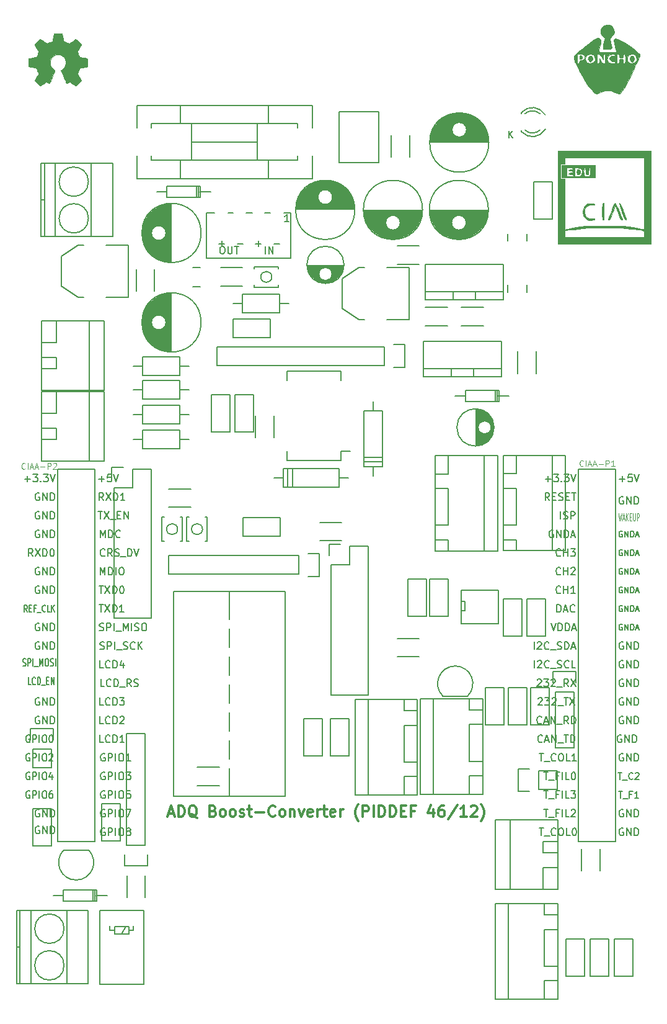
<source format=gto>
G04 #@! TF.FileFunction,Legend,Top*
%FSLAX46Y46*%
G04 Gerber Fmt 4.6, Leading zero omitted, Abs format (unit mm)*
G04 Created by KiCad (PCBNEW 4.0.2+e4-6225~38~ubuntu14.04.1-stable) date mar 10 may 2016 16:23:58 ART*
%MOMM*%
G01*
G04 APERTURE LIST*
%ADD10C,0.100000*%
%ADD11C,0.300000*%
%ADD12C,0.150000*%
%ADD13C,0.002540*%
%ADD14C,0.200000*%
%ADD15C,0.170000*%
%ADD16C,0.175000*%
%ADD17C,0.180000*%
%ADD18C,0.190000*%
%ADD19C,0.125000*%
%ADD20C,0.120000*%
G04 APERTURE END LIST*
D10*
D11*
X93858872Y-134603300D02*
X94573158Y-134603300D01*
X93716015Y-135031871D02*
X94216015Y-133531871D01*
X94716015Y-135031871D01*
X95216015Y-135031871D02*
X95216015Y-133531871D01*
X95573158Y-133531871D01*
X95787443Y-133603300D01*
X95930301Y-133746157D01*
X96001729Y-133889014D01*
X96073158Y-134174729D01*
X96073158Y-134389014D01*
X96001729Y-134674729D01*
X95930301Y-134817586D01*
X95787443Y-134960443D01*
X95573158Y-135031871D01*
X95216015Y-135031871D01*
X97716015Y-135174729D02*
X97573158Y-135103300D01*
X97430301Y-134960443D01*
X97216015Y-134746157D01*
X97073158Y-134674729D01*
X96930301Y-134674729D01*
X97001729Y-135031871D02*
X96858872Y-134960443D01*
X96716015Y-134817586D01*
X96644586Y-134531871D01*
X96644586Y-134031871D01*
X96716015Y-133746157D01*
X96858872Y-133603300D01*
X97001729Y-133531871D01*
X97287443Y-133531871D01*
X97430301Y-133603300D01*
X97573158Y-133746157D01*
X97644586Y-134031871D01*
X97644586Y-134531871D01*
X97573158Y-134817586D01*
X97430301Y-134960443D01*
X97287443Y-135031871D01*
X97001729Y-135031871D01*
X99930301Y-134246157D02*
X100144587Y-134317586D01*
X100216015Y-134389014D01*
X100287444Y-134531871D01*
X100287444Y-134746157D01*
X100216015Y-134889014D01*
X100144587Y-134960443D01*
X100001729Y-135031871D01*
X99430301Y-135031871D01*
X99430301Y-133531871D01*
X99930301Y-133531871D01*
X100073158Y-133603300D01*
X100144587Y-133674729D01*
X100216015Y-133817586D01*
X100216015Y-133960443D01*
X100144587Y-134103300D01*
X100073158Y-134174729D01*
X99930301Y-134246157D01*
X99430301Y-134246157D01*
X101144587Y-135031871D02*
X101001729Y-134960443D01*
X100930301Y-134889014D01*
X100858872Y-134746157D01*
X100858872Y-134317586D01*
X100930301Y-134174729D01*
X101001729Y-134103300D01*
X101144587Y-134031871D01*
X101358872Y-134031871D01*
X101501729Y-134103300D01*
X101573158Y-134174729D01*
X101644587Y-134317586D01*
X101644587Y-134746157D01*
X101573158Y-134889014D01*
X101501729Y-134960443D01*
X101358872Y-135031871D01*
X101144587Y-135031871D01*
X102501730Y-135031871D02*
X102358872Y-134960443D01*
X102287444Y-134889014D01*
X102216015Y-134746157D01*
X102216015Y-134317586D01*
X102287444Y-134174729D01*
X102358872Y-134103300D01*
X102501730Y-134031871D01*
X102716015Y-134031871D01*
X102858872Y-134103300D01*
X102930301Y-134174729D01*
X103001730Y-134317586D01*
X103001730Y-134746157D01*
X102930301Y-134889014D01*
X102858872Y-134960443D01*
X102716015Y-135031871D01*
X102501730Y-135031871D01*
X103573158Y-134960443D02*
X103716015Y-135031871D01*
X104001730Y-135031871D01*
X104144587Y-134960443D01*
X104216015Y-134817586D01*
X104216015Y-134746157D01*
X104144587Y-134603300D01*
X104001730Y-134531871D01*
X103787444Y-134531871D01*
X103644587Y-134460443D01*
X103573158Y-134317586D01*
X103573158Y-134246157D01*
X103644587Y-134103300D01*
X103787444Y-134031871D01*
X104001730Y-134031871D01*
X104144587Y-134103300D01*
X104644587Y-134031871D02*
X105216016Y-134031871D01*
X104858873Y-133531871D02*
X104858873Y-134817586D01*
X104930301Y-134960443D01*
X105073159Y-135031871D01*
X105216016Y-135031871D01*
X105716016Y-134460443D02*
X106858873Y-134460443D01*
X108430302Y-134889014D02*
X108358873Y-134960443D01*
X108144587Y-135031871D01*
X108001730Y-135031871D01*
X107787445Y-134960443D01*
X107644587Y-134817586D01*
X107573159Y-134674729D01*
X107501730Y-134389014D01*
X107501730Y-134174729D01*
X107573159Y-133889014D01*
X107644587Y-133746157D01*
X107787445Y-133603300D01*
X108001730Y-133531871D01*
X108144587Y-133531871D01*
X108358873Y-133603300D01*
X108430302Y-133674729D01*
X109287445Y-135031871D02*
X109144587Y-134960443D01*
X109073159Y-134889014D01*
X109001730Y-134746157D01*
X109001730Y-134317586D01*
X109073159Y-134174729D01*
X109144587Y-134103300D01*
X109287445Y-134031871D01*
X109501730Y-134031871D01*
X109644587Y-134103300D01*
X109716016Y-134174729D01*
X109787445Y-134317586D01*
X109787445Y-134746157D01*
X109716016Y-134889014D01*
X109644587Y-134960443D01*
X109501730Y-135031871D01*
X109287445Y-135031871D01*
X110430302Y-134031871D02*
X110430302Y-135031871D01*
X110430302Y-134174729D02*
X110501730Y-134103300D01*
X110644588Y-134031871D01*
X110858873Y-134031871D01*
X111001730Y-134103300D01*
X111073159Y-134246157D01*
X111073159Y-135031871D01*
X111644588Y-134031871D02*
X112001731Y-135031871D01*
X112358873Y-134031871D01*
X113501730Y-134960443D02*
X113358873Y-135031871D01*
X113073159Y-135031871D01*
X112930302Y-134960443D01*
X112858873Y-134817586D01*
X112858873Y-134246157D01*
X112930302Y-134103300D01*
X113073159Y-134031871D01*
X113358873Y-134031871D01*
X113501730Y-134103300D01*
X113573159Y-134246157D01*
X113573159Y-134389014D01*
X112858873Y-134531871D01*
X114216016Y-135031871D02*
X114216016Y-134031871D01*
X114216016Y-134317586D02*
X114287444Y-134174729D01*
X114358873Y-134103300D01*
X114501730Y-134031871D01*
X114644587Y-134031871D01*
X114930301Y-134031871D02*
X115501730Y-134031871D01*
X115144587Y-133531871D02*
X115144587Y-134817586D01*
X115216015Y-134960443D01*
X115358873Y-135031871D01*
X115501730Y-135031871D01*
X116573158Y-134960443D02*
X116430301Y-135031871D01*
X116144587Y-135031871D01*
X116001730Y-134960443D01*
X115930301Y-134817586D01*
X115930301Y-134246157D01*
X116001730Y-134103300D01*
X116144587Y-134031871D01*
X116430301Y-134031871D01*
X116573158Y-134103300D01*
X116644587Y-134246157D01*
X116644587Y-134389014D01*
X115930301Y-134531871D01*
X117287444Y-135031871D02*
X117287444Y-134031871D01*
X117287444Y-134317586D02*
X117358872Y-134174729D01*
X117430301Y-134103300D01*
X117573158Y-134031871D01*
X117716015Y-134031871D01*
X119787443Y-135603300D02*
X119716015Y-135531871D01*
X119573158Y-135317586D01*
X119501729Y-135174729D01*
X119430300Y-134960443D01*
X119358872Y-134603300D01*
X119358872Y-134317586D01*
X119430300Y-133960443D01*
X119501729Y-133746157D01*
X119573158Y-133603300D01*
X119716015Y-133389014D01*
X119787443Y-133317586D01*
X120358872Y-135031871D02*
X120358872Y-133531871D01*
X120930300Y-133531871D01*
X121073158Y-133603300D01*
X121144586Y-133674729D01*
X121216015Y-133817586D01*
X121216015Y-134031871D01*
X121144586Y-134174729D01*
X121073158Y-134246157D01*
X120930300Y-134317586D01*
X120358872Y-134317586D01*
X121858872Y-135031871D02*
X121858872Y-133531871D01*
X122573158Y-135031871D02*
X122573158Y-133531871D01*
X122930301Y-133531871D01*
X123144586Y-133603300D01*
X123287444Y-133746157D01*
X123358872Y-133889014D01*
X123430301Y-134174729D01*
X123430301Y-134389014D01*
X123358872Y-134674729D01*
X123287444Y-134817586D01*
X123144586Y-134960443D01*
X122930301Y-135031871D01*
X122573158Y-135031871D01*
X124073158Y-135031871D02*
X124073158Y-133531871D01*
X124430301Y-133531871D01*
X124644586Y-133603300D01*
X124787444Y-133746157D01*
X124858872Y-133889014D01*
X124930301Y-134174729D01*
X124930301Y-134389014D01*
X124858872Y-134674729D01*
X124787444Y-134817586D01*
X124644586Y-134960443D01*
X124430301Y-135031871D01*
X124073158Y-135031871D01*
X125573158Y-134246157D02*
X126073158Y-134246157D01*
X126287444Y-135031871D02*
X125573158Y-135031871D01*
X125573158Y-133531871D01*
X126287444Y-133531871D01*
X127430301Y-134246157D02*
X126930301Y-134246157D01*
X126930301Y-135031871D02*
X126930301Y-133531871D01*
X127644587Y-133531871D01*
X130001729Y-134031871D02*
X130001729Y-135031871D01*
X129644586Y-133460443D02*
X129287443Y-134531871D01*
X130216015Y-134531871D01*
X131430300Y-133531871D02*
X131144586Y-133531871D01*
X131001729Y-133603300D01*
X130930300Y-133674729D01*
X130787443Y-133889014D01*
X130716014Y-134174729D01*
X130716014Y-134746157D01*
X130787443Y-134889014D01*
X130858871Y-134960443D01*
X131001729Y-135031871D01*
X131287443Y-135031871D01*
X131430300Y-134960443D01*
X131501729Y-134889014D01*
X131573157Y-134746157D01*
X131573157Y-134389014D01*
X131501729Y-134246157D01*
X131430300Y-134174729D01*
X131287443Y-134103300D01*
X131001729Y-134103300D01*
X130858871Y-134174729D01*
X130787443Y-134246157D01*
X130716014Y-134389014D01*
X133287442Y-133460443D02*
X132001728Y-135389014D01*
X134573157Y-135031871D02*
X133716014Y-135031871D01*
X134144586Y-135031871D02*
X134144586Y-133531871D01*
X134001729Y-133746157D01*
X133858871Y-133889014D01*
X133716014Y-133960443D01*
X135144585Y-133674729D02*
X135216014Y-133603300D01*
X135358871Y-133531871D01*
X135716014Y-133531871D01*
X135858871Y-133603300D01*
X135930300Y-133674729D01*
X136001728Y-133817586D01*
X136001728Y-133960443D01*
X135930300Y-134174729D01*
X135073157Y-135031871D01*
X136001728Y-135031871D01*
X136501728Y-135603300D02*
X136573156Y-135531871D01*
X136716013Y-135317586D01*
X136787442Y-135174729D01*
X136858871Y-134960443D01*
X136930299Y-134603300D01*
X136930299Y-134317586D01*
X136858871Y-133960443D01*
X136787442Y-133746157D01*
X136716013Y-133603300D01*
X136573156Y-133389014D01*
X136501728Y-133317586D01*
D12*
X91452700Y-107937300D02*
X91452700Y-87617300D01*
X86372700Y-90157300D02*
X86372700Y-107937300D01*
X91452700Y-107937300D02*
X86372700Y-107937300D01*
X91452700Y-87617300D02*
X88912700Y-87617300D01*
X87642700Y-87337300D02*
X86092700Y-87337300D01*
X88912700Y-87617300D02*
X88912700Y-90157300D01*
X88912700Y-90157300D02*
X86372700Y-90157300D01*
X86092700Y-87337300D02*
X86092700Y-88887300D01*
D13*
G36*
X76316840Y-35341560D02*
X76357480Y-35321240D01*
X76451460Y-35262820D01*
X76586080Y-35173920D01*
X76743560Y-35069780D01*
X76901040Y-34960560D01*
X77030580Y-34874200D01*
X77122020Y-34815780D01*
X77160120Y-34795460D01*
X77180440Y-34800540D01*
X77256640Y-34838640D01*
X77365860Y-34894520D01*
X77429360Y-34927540D01*
X77528420Y-34970720D01*
X77579220Y-34980880D01*
X77586840Y-34965640D01*
X77624940Y-34889440D01*
X77680820Y-34757360D01*
X77757020Y-34584640D01*
X77843380Y-34381440D01*
X77937360Y-34163000D01*
X78028800Y-33939480D01*
X78117700Y-33726120D01*
X78196440Y-33535620D01*
X78259940Y-33380680D01*
X78300580Y-33271460D01*
X78315820Y-33225740D01*
X78310740Y-33215580D01*
X78259940Y-33167320D01*
X78173580Y-33101280D01*
X77983080Y-32946340D01*
X77797660Y-32712660D01*
X77683360Y-32448500D01*
X77645260Y-32153860D01*
X77678280Y-31882080D01*
X77784960Y-31620460D01*
X77967840Y-31384240D01*
X78188820Y-31208980D01*
X78447900Y-31097220D01*
X78740000Y-31061660D01*
X79019400Y-31092140D01*
X79286100Y-31198820D01*
X79522320Y-31379160D01*
X79621380Y-31493460D01*
X79758540Y-31732220D01*
X79837280Y-31988760D01*
X79844900Y-32052260D01*
X79834740Y-32334200D01*
X79750920Y-32603440D01*
X79603600Y-32844740D01*
X79397860Y-33040320D01*
X79369920Y-33060640D01*
X79275940Y-33131760D01*
X79212440Y-33180020D01*
X79161640Y-33220660D01*
X79519780Y-34081720D01*
X79575660Y-34218880D01*
X79674720Y-34455100D01*
X79761080Y-34658300D01*
X79829660Y-34818320D01*
X79877920Y-34927540D01*
X79898240Y-34970720D01*
X79900780Y-34973260D01*
X79931260Y-34978340D01*
X79997300Y-34952940D01*
X80116680Y-34894520D01*
X80197960Y-34853880D01*
X80289400Y-34810700D01*
X80330040Y-34795460D01*
X80365600Y-34813240D01*
X80451960Y-34871660D01*
X80581500Y-34955480D01*
X80733900Y-35059620D01*
X80881220Y-35161220D01*
X81015840Y-35250120D01*
X81114900Y-35311080D01*
X81163160Y-35339020D01*
X81170780Y-35339020D01*
X81211420Y-35313620D01*
X81290160Y-35250120D01*
X81407000Y-35138360D01*
X81572100Y-34975800D01*
X81597500Y-34950400D01*
X81734660Y-34810700D01*
X81846420Y-34693860D01*
X81920080Y-34612580D01*
X81945480Y-34574480D01*
X81945480Y-34574480D01*
X81922620Y-34526220D01*
X81859120Y-34429700D01*
X81770220Y-34292540D01*
X81661000Y-34132520D01*
X81376520Y-33718500D01*
X81534000Y-33327340D01*
X81582260Y-33207960D01*
X81643220Y-33063180D01*
X81686400Y-32959040D01*
X81711800Y-32913320D01*
X81752440Y-32898080D01*
X81861660Y-32872680D01*
X82016600Y-32839660D01*
X82199480Y-32806640D01*
X82377280Y-32773620D01*
X82537300Y-32743140D01*
X82651600Y-32720280D01*
X82702400Y-32710120D01*
X82715100Y-32702500D01*
X82725260Y-32677100D01*
X82732880Y-32623760D01*
X82735420Y-32527240D01*
X82737960Y-32374840D01*
X82737960Y-32153860D01*
X82737960Y-32131000D01*
X82735420Y-31920180D01*
X82732880Y-31752540D01*
X82727800Y-31643320D01*
X82720180Y-31600140D01*
X82720180Y-31600140D01*
X82669380Y-31587440D01*
X82557620Y-31564580D01*
X82397600Y-31531560D01*
X82207100Y-31496000D01*
X82196940Y-31493460D01*
X82006440Y-31457900D01*
X81848960Y-31424880D01*
X81737200Y-31399480D01*
X81691480Y-31384240D01*
X81681320Y-31371540D01*
X81643220Y-31297880D01*
X81587340Y-31181040D01*
X81526380Y-31036260D01*
X81462880Y-30888940D01*
X81409540Y-30754320D01*
X81373980Y-30655260D01*
X81363820Y-30609540D01*
X81363820Y-30609540D01*
X81391760Y-30563820D01*
X81457800Y-30464760D01*
X81549240Y-30330140D01*
X81661000Y-30167580D01*
X81668620Y-30154880D01*
X81777840Y-29994860D01*
X81866740Y-29860240D01*
X81925160Y-29763720D01*
X81945480Y-29720540D01*
X81945480Y-29718000D01*
X81909920Y-29669740D01*
X81828640Y-29580840D01*
X81711800Y-29458920D01*
X81572100Y-29316680D01*
X81526380Y-29273500D01*
X81371440Y-29121100D01*
X81264760Y-29022040D01*
X81196180Y-28968700D01*
X81163160Y-28956000D01*
X81163160Y-28958540D01*
X81114900Y-28986480D01*
X81013300Y-29052520D01*
X80876140Y-29146500D01*
X80713580Y-29255720D01*
X80703420Y-29263340D01*
X80543400Y-29372560D01*
X80411320Y-29461460D01*
X80314800Y-29524960D01*
X80274160Y-29550360D01*
X80266540Y-29550360D01*
X80203040Y-29530040D01*
X80088740Y-29491940D01*
X79949040Y-29436060D01*
X79801720Y-29377640D01*
X79667100Y-29321760D01*
X79565500Y-29273500D01*
X79517240Y-29248100D01*
X79517240Y-29245560D01*
X79499460Y-29187140D01*
X79471520Y-29067760D01*
X79438500Y-28902660D01*
X79400400Y-28707080D01*
X79395320Y-28676600D01*
X79359760Y-28486100D01*
X79329280Y-28328620D01*
X79306420Y-28219400D01*
X79293720Y-28173680D01*
X79268320Y-28168600D01*
X79174340Y-28160980D01*
X79032100Y-28158440D01*
X78859380Y-28155900D01*
X78679040Y-28158440D01*
X78503780Y-28160980D01*
X78351380Y-28166060D01*
X78244700Y-28173680D01*
X78198980Y-28183840D01*
X78196440Y-28186380D01*
X78181200Y-28244800D01*
X78155800Y-28364180D01*
X78120240Y-28529280D01*
X78082140Y-28727400D01*
X78077060Y-28760420D01*
X78041500Y-28950920D01*
X78008480Y-29105860D01*
X77985620Y-29215080D01*
X77972920Y-29255720D01*
X77957680Y-29265880D01*
X77878940Y-29298900D01*
X77751940Y-29352240D01*
X77591920Y-29415740D01*
X77226160Y-29565600D01*
X76779120Y-29255720D01*
X76735940Y-29227780D01*
X76575920Y-29118560D01*
X76441300Y-29029660D01*
X76349860Y-28971240D01*
X76311760Y-28948380D01*
X76309220Y-28950920D01*
X76263500Y-28989020D01*
X76174600Y-29072840D01*
X76052680Y-29192220D01*
X75912980Y-29331920D01*
X75808840Y-29436060D01*
X75684380Y-29563060D01*
X75605640Y-29646880D01*
X75562460Y-29702760D01*
X75547220Y-29735780D01*
X75552300Y-29756100D01*
X75580240Y-29801820D01*
X75646280Y-29900880D01*
X75737720Y-30038040D01*
X75846940Y-30195520D01*
X75938380Y-30330140D01*
X76034900Y-30480000D01*
X76098400Y-30586680D01*
X76121260Y-30640020D01*
X76116180Y-30662880D01*
X76083160Y-30749240D01*
X76029820Y-30883860D01*
X75963780Y-31041340D01*
X75806300Y-31396940D01*
X75572620Y-31440120D01*
X75432920Y-31468060D01*
X75234800Y-31506160D01*
X75046840Y-31541720D01*
X74752200Y-31600140D01*
X74742040Y-32682180D01*
X74787760Y-32702500D01*
X74830940Y-32715200D01*
X74940160Y-32738060D01*
X75095100Y-32768540D01*
X75280520Y-32804100D01*
X75435460Y-32834580D01*
X75595480Y-32862520D01*
X75707240Y-32885380D01*
X75758040Y-32895540D01*
X75770740Y-32913320D01*
X75811380Y-32989520D01*
X75867260Y-33111440D01*
X75928220Y-33258760D01*
X75991720Y-33408620D01*
X76047600Y-33548320D01*
X76088240Y-33655000D01*
X76100940Y-33710880D01*
X76080620Y-33754060D01*
X76019660Y-33845500D01*
X75933300Y-33977580D01*
X75826620Y-34135060D01*
X75717400Y-34292540D01*
X75628500Y-34427160D01*
X75565000Y-34523680D01*
X75539600Y-34566860D01*
X75552300Y-34597340D01*
X75613260Y-34673540D01*
X75732640Y-34795460D01*
X75907900Y-34970720D01*
X75938380Y-34998660D01*
X76078080Y-35133280D01*
X76197460Y-35242500D01*
X76278740Y-35316160D01*
X76316840Y-35341560D01*
X76316840Y-35341560D01*
G37*
X76316840Y-35341560D02*
X76357480Y-35321240D01*
X76451460Y-35262820D01*
X76586080Y-35173920D01*
X76743560Y-35069780D01*
X76901040Y-34960560D01*
X77030580Y-34874200D01*
X77122020Y-34815780D01*
X77160120Y-34795460D01*
X77180440Y-34800540D01*
X77256640Y-34838640D01*
X77365860Y-34894520D01*
X77429360Y-34927540D01*
X77528420Y-34970720D01*
X77579220Y-34980880D01*
X77586840Y-34965640D01*
X77624940Y-34889440D01*
X77680820Y-34757360D01*
X77757020Y-34584640D01*
X77843380Y-34381440D01*
X77937360Y-34163000D01*
X78028800Y-33939480D01*
X78117700Y-33726120D01*
X78196440Y-33535620D01*
X78259940Y-33380680D01*
X78300580Y-33271460D01*
X78315820Y-33225740D01*
X78310740Y-33215580D01*
X78259940Y-33167320D01*
X78173580Y-33101280D01*
X77983080Y-32946340D01*
X77797660Y-32712660D01*
X77683360Y-32448500D01*
X77645260Y-32153860D01*
X77678280Y-31882080D01*
X77784960Y-31620460D01*
X77967840Y-31384240D01*
X78188820Y-31208980D01*
X78447900Y-31097220D01*
X78740000Y-31061660D01*
X79019400Y-31092140D01*
X79286100Y-31198820D01*
X79522320Y-31379160D01*
X79621380Y-31493460D01*
X79758540Y-31732220D01*
X79837280Y-31988760D01*
X79844900Y-32052260D01*
X79834740Y-32334200D01*
X79750920Y-32603440D01*
X79603600Y-32844740D01*
X79397860Y-33040320D01*
X79369920Y-33060640D01*
X79275940Y-33131760D01*
X79212440Y-33180020D01*
X79161640Y-33220660D01*
X79519780Y-34081720D01*
X79575660Y-34218880D01*
X79674720Y-34455100D01*
X79761080Y-34658300D01*
X79829660Y-34818320D01*
X79877920Y-34927540D01*
X79898240Y-34970720D01*
X79900780Y-34973260D01*
X79931260Y-34978340D01*
X79997300Y-34952940D01*
X80116680Y-34894520D01*
X80197960Y-34853880D01*
X80289400Y-34810700D01*
X80330040Y-34795460D01*
X80365600Y-34813240D01*
X80451960Y-34871660D01*
X80581500Y-34955480D01*
X80733900Y-35059620D01*
X80881220Y-35161220D01*
X81015840Y-35250120D01*
X81114900Y-35311080D01*
X81163160Y-35339020D01*
X81170780Y-35339020D01*
X81211420Y-35313620D01*
X81290160Y-35250120D01*
X81407000Y-35138360D01*
X81572100Y-34975800D01*
X81597500Y-34950400D01*
X81734660Y-34810700D01*
X81846420Y-34693860D01*
X81920080Y-34612580D01*
X81945480Y-34574480D01*
X81945480Y-34574480D01*
X81922620Y-34526220D01*
X81859120Y-34429700D01*
X81770220Y-34292540D01*
X81661000Y-34132520D01*
X81376520Y-33718500D01*
X81534000Y-33327340D01*
X81582260Y-33207960D01*
X81643220Y-33063180D01*
X81686400Y-32959040D01*
X81711800Y-32913320D01*
X81752440Y-32898080D01*
X81861660Y-32872680D01*
X82016600Y-32839660D01*
X82199480Y-32806640D01*
X82377280Y-32773620D01*
X82537300Y-32743140D01*
X82651600Y-32720280D01*
X82702400Y-32710120D01*
X82715100Y-32702500D01*
X82725260Y-32677100D01*
X82732880Y-32623760D01*
X82735420Y-32527240D01*
X82737960Y-32374840D01*
X82737960Y-32153860D01*
X82737960Y-32131000D01*
X82735420Y-31920180D01*
X82732880Y-31752540D01*
X82727800Y-31643320D01*
X82720180Y-31600140D01*
X82720180Y-31600140D01*
X82669380Y-31587440D01*
X82557620Y-31564580D01*
X82397600Y-31531560D01*
X82207100Y-31496000D01*
X82196940Y-31493460D01*
X82006440Y-31457900D01*
X81848960Y-31424880D01*
X81737200Y-31399480D01*
X81691480Y-31384240D01*
X81681320Y-31371540D01*
X81643220Y-31297880D01*
X81587340Y-31181040D01*
X81526380Y-31036260D01*
X81462880Y-30888940D01*
X81409540Y-30754320D01*
X81373980Y-30655260D01*
X81363820Y-30609540D01*
X81363820Y-30609540D01*
X81391760Y-30563820D01*
X81457800Y-30464760D01*
X81549240Y-30330140D01*
X81661000Y-30167580D01*
X81668620Y-30154880D01*
X81777840Y-29994860D01*
X81866740Y-29860240D01*
X81925160Y-29763720D01*
X81945480Y-29720540D01*
X81945480Y-29718000D01*
X81909920Y-29669740D01*
X81828640Y-29580840D01*
X81711800Y-29458920D01*
X81572100Y-29316680D01*
X81526380Y-29273500D01*
X81371440Y-29121100D01*
X81264760Y-29022040D01*
X81196180Y-28968700D01*
X81163160Y-28956000D01*
X81163160Y-28958540D01*
X81114900Y-28986480D01*
X81013300Y-29052520D01*
X80876140Y-29146500D01*
X80713580Y-29255720D01*
X80703420Y-29263340D01*
X80543400Y-29372560D01*
X80411320Y-29461460D01*
X80314800Y-29524960D01*
X80274160Y-29550360D01*
X80266540Y-29550360D01*
X80203040Y-29530040D01*
X80088740Y-29491940D01*
X79949040Y-29436060D01*
X79801720Y-29377640D01*
X79667100Y-29321760D01*
X79565500Y-29273500D01*
X79517240Y-29248100D01*
X79517240Y-29245560D01*
X79499460Y-29187140D01*
X79471520Y-29067760D01*
X79438500Y-28902660D01*
X79400400Y-28707080D01*
X79395320Y-28676600D01*
X79359760Y-28486100D01*
X79329280Y-28328620D01*
X79306420Y-28219400D01*
X79293720Y-28173680D01*
X79268320Y-28168600D01*
X79174340Y-28160980D01*
X79032100Y-28158440D01*
X78859380Y-28155900D01*
X78679040Y-28158440D01*
X78503780Y-28160980D01*
X78351380Y-28166060D01*
X78244700Y-28173680D01*
X78198980Y-28183840D01*
X78196440Y-28186380D01*
X78181200Y-28244800D01*
X78155800Y-28364180D01*
X78120240Y-28529280D01*
X78082140Y-28727400D01*
X78077060Y-28760420D01*
X78041500Y-28950920D01*
X78008480Y-29105860D01*
X77985620Y-29215080D01*
X77972920Y-29255720D01*
X77957680Y-29265880D01*
X77878940Y-29298900D01*
X77751940Y-29352240D01*
X77591920Y-29415740D01*
X77226160Y-29565600D01*
X76779120Y-29255720D01*
X76735940Y-29227780D01*
X76575920Y-29118560D01*
X76441300Y-29029660D01*
X76349860Y-28971240D01*
X76311760Y-28948380D01*
X76309220Y-28950920D01*
X76263500Y-28989020D01*
X76174600Y-29072840D01*
X76052680Y-29192220D01*
X75912980Y-29331920D01*
X75808840Y-29436060D01*
X75684380Y-29563060D01*
X75605640Y-29646880D01*
X75562460Y-29702760D01*
X75547220Y-29735780D01*
X75552300Y-29756100D01*
X75580240Y-29801820D01*
X75646280Y-29900880D01*
X75737720Y-30038040D01*
X75846940Y-30195520D01*
X75938380Y-30330140D01*
X76034900Y-30480000D01*
X76098400Y-30586680D01*
X76121260Y-30640020D01*
X76116180Y-30662880D01*
X76083160Y-30749240D01*
X76029820Y-30883860D01*
X75963780Y-31041340D01*
X75806300Y-31396940D01*
X75572620Y-31440120D01*
X75432920Y-31468060D01*
X75234800Y-31506160D01*
X75046840Y-31541720D01*
X74752200Y-31600140D01*
X74742040Y-32682180D01*
X74787760Y-32702500D01*
X74830940Y-32715200D01*
X74940160Y-32738060D01*
X75095100Y-32768540D01*
X75280520Y-32804100D01*
X75435460Y-32834580D01*
X75595480Y-32862520D01*
X75707240Y-32885380D01*
X75758040Y-32895540D01*
X75770740Y-32913320D01*
X75811380Y-32989520D01*
X75867260Y-33111440D01*
X75928220Y-33258760D01*
X75991720Y-33408620D01*
X76047600Y-33548320D01*
X76088240Y-33655000D01*
X76100940Y-33710880D01*
X76080620Y-33754060D01*
X76019660Y-33845500D01*
X75933300Y-33977580D01*
X75826620Y-34135060D01*
X75717400Y-34292540D01*
X75628500Y-34427160D01*
X75565000Y-34523680D01*
X75539600Y-34566860D01*
X75552300Y-34597340D01*
X75613260Y-34673540D01*
X75732640Y-34795460D01*
X75907900Y-34970720D01*
X75938380Y-34998660D01*
X76078080Y-35133280D01*
X76197460Y-35242500D01*
X76278740Y-35316160D01*
X76316840Y-35341560D01*
D10*
G36*
X158205714Y-31122979D02*
X158168746Y-31329891D01*
X158075012Y-31614800D01*
X157950272Y-31912897D01*
X157820281Y-32159374D01*
X157793376Y-32197413D01*
X157793376Y-31626299D01*
X157728326Y-31313062D01*
X157539112Y-31105622D01*
X157234639Y-31012329D01*
X157133636Y-31007792D01*
X156799516Y-31068777D01*
X156578248Y-31246165D01*
X156478734Y-31531608D01*
X156473896Y-31626299D01*
X156538946Y-31939536D01*
X156728159Y-32146975D01*
X157032633Y-32240269D01*
X157133636Y-32244805D01*
X157467606Y-32186492D01*
X157628441Y-32079870D01*
X157762315Y-31842030D01*
X157793376Y-31626299D01*
X157793376Y-32197413D01*
X157759856Y-32244805D01*
X157683749Y-32371925D01*
X157565220Y-32611365D01*
X157423792Y-32922585D01*
X157342876Y-33110714D01*
X157091635Y-33679272D01*
X156819718Y-34246808D01*
X156539494Y-34791693D01*
X156263334Y-35292296D01*
X156226493Y-35353955D01*
X156226493Y-31626299D01*
X156222598Y-31310064D01*
X156204834Y-31124516D01*
X156164089Y-31035476D01*
X156091247Y-31008762D01*
X156061558Y-31007792D01*
X155940831Y-31046671D01*
X155898325Y-31191331D01*
X155896623Y-31255195D01*
X155876189Y-31430430D01*
X155779798Y-31495018D01*
X155649220Y-31502598D01*
X155473985Y-31482163D01*
X155409397Y-31385773D01*
X155401818Y-31255195D01*
X155375898Y-31074104D01*
X155279459Y-31010345D01*
X155236883Y-31007792D01*
X155152553Y-31022401D01*
X155103074Y-31089012D01*
X155079330Y-31241807D01*
X155072206Y-31514964D01*
X155071948Y-31626299D01*
X155075843Y-31942533D01*
X155093606Y-32128081D01*
X155134351Y-32217122D01*
X155207193Y-32243835D01*
X155236883Y-32244805D01*
X155350559Y-32212518D01*
X155396426Y-32086472D01*
X155401818Y-31956169D01*
X155415609Y-31762245D01*
X155485564Y-31682706D01*
X155649220Y-31667533D01*
X155815441Y-31683623D01*
X155883617Y-31765237D01*
X155896623Y-31956169D01*
X155915073Y-32155103D01*
X155987099Y-32235370D01*
X156061558Y-32244805D01*
X156145887Y-32230197D01*
X156195367Y-32163586D01*
X156219111Y-32010791D01*
X156226234Y-31737634D01*
X156226493Y-31626299D01*
X156226493Y-35353955D01*
X156003610Y-35726986D01*
X155772692Y-36074132D01*
X155582952Y-36312103D01*
X155451691Y-36417512D01*
X155330102Y-36404002D01*
X155108445Y-36330892D01*
X154833465Y-36213746D01*
X154824545Y-36209546D01*
X154824545Y-32111490D01*
X154780706Y-32018405D01*
X154626623Y-32016159D01*
X154608776Y-32019422D01*
X154387011Y-31993945D01*
X154193128Y-31865310D01*
X154087755Y-31678790D01*
X154082337Y-31626299D01*
X154154303Y-31431398D01*
X154328393Y-31277991D01*
X154541896Y-31213309D01*
X154619632Y-31221645D01*
X154775982Y-31234616D01*
X154824279Y-31152533D01*
X154824545Y-31140434D01*
X154784247Y-31054720D01*
X154640303Y-31014936D01*
X154453441Y-31007792D01*
X154099195Y-31062653D01*
X153868088Y-31226882D01*
X153760717Y-31499956D01*
X153752467Y-31626299D01*
X153814642Y-31938869D01*
X154000769Y-32142787D01*
X154310252Y-32237526D01*
X154453441Y-32244805D01*
X154692962Y-32230515D01*
X154804243Y-32179291D01*
X154824545Y-32111490D01*
X154824545Y-36209546D01*
X154818315Y-36206614D01*
X154262041Y-36006938D01*
X153731238Y-35957886D01*
X153505065Y-35999843D01*
X153505065Y-31626299D01*
X153501169Y-31310064D01*
X153483406Y-31124516D01*
X153442661Y-31035476D01*
X153369819Y-31008762D01*
X153340129Y-31007792D01*
X153234651Y-31033769D01*
X153186125Y-31140106D01*
X153174414Y-31358279D01*
X153173634Y-31708766D01*
X152963571Y-31358279D01*
X152795995Y-31124431D01*
X152640269Y-31020267D01*
X152552014Y-31007792D01*
X152449505Y-31016063D01*
X152389414Y-31064024D01*
X152360429Y-31186397D01*
X152351238Y-31417906D01*
X152350519Y-31626299D01*
X152354415Y-31942533D01*
X152372178Y-32128081D01*
X152412923Y-32217122D01*
X152485765Y-32243835D01*
X152515454Y-32244805D01*
X152620932Y-32218829D01*
X152669459Y-32112492D01*
X152681169Y-31894318D01*
X152681950Y-31543831D01*
X152892012Y-31894318D01*
X153059588Y-32128167D01*
X153215315Y-32232330D01*
X153303570Y-32244805D01*
X153406078Y-32236535D01*
X153466169Y-32188574D01*
X153495154Y-32066200D01*
X153504345Y-31834692D01*
X153505065Y-31626299D01*
X153505065Y-35999843D01*
X153187590Y-36058738D01*
X152886558Y-36170415D01*
X152610534Y-36285832D01*
X152384037Y-36376797D01*
X152268052Y-36419513D01*
X152151124Y-36375399D01*
X152103116Y-36334033D01*
X152103116Y-31626299D01*
X152038066Y-31313062D01*
X151848853Y-31105622D01*
X151544380Y-31012329D01*
X151443376Y-31007792D01*
X151109257Y-31068777D01*
X150887988Y-31246165D01*
X150788475Y-31531608D01*
X150783636Y-31626299D01*
X150848686Y-31939536D01*
X151037900Y-32146975D01*
X151342373Y-32240269D01*
X151443376Y-32244805D01*
X151777347Y-32186492D01*
X151938181Y-32079870D01*
X152072055Y-31842030D01*
X152103116Y-31626299D01*
X152103116Y-36334033D01*
X151952824Y-36204536D01*
X151684180Y-35916799D01*
X151608311Y-35828924D01*
X151300139Y-35457270D01*
X151037799Y-35113429D01*
X150799659Y-34763116D01*
X150701168Y-34599614D01*
X150701168Y-31420130D01*
X150662515Y-31204020D01*
X150529854Y-31074720D01*
X150278131Y-31015961D01*
X150066168Y-31007792D01*
X149629090Y-31007792D01*
X149629090Y-31626299D01*
X149632986Y-31942533D01*
X149650749Y-32128081D01*
X149691494Y-32217122D01*
X149764336Y-32243835D01*
X149794026Y-32244805D01*
X149923361Y-32196485D01*
X149958961Y-32038637D01*
X149982327Y-31896227D01*
X150085269Y-31840232D01*
X150231103Y-31832468D01*
X150509350Y-31784793D01*
X150661932Y-31635235D01*
X150701168Y-31420130D01*
X150701168Y-34599614D01*
X150564084Y-34372046D01*
X150309442Y-33905935D01*
X150014100Y-33330499D01*
X149945195Y-33193182D01*
X149742554Y-32790996D01*
X149562532Y-32438910D01*
X149419373Y-32164385D01*
X149327322Y-31994880D01*
X149303488Y-31956169D01*
X149190287Y-31688262D01*
X149199598Y-31381701D01*
X149277920Y-31187928D01*
X149458246Y-30955761D01*
X149699229Y-30722825D01*
X149940117Y-30544418D01*
X150041428Y-30492986D01*
X150154414Y-30421742D01*
X150359280Y-30268489D01*
X150622796Y-30058692D01*
X150808847Y-29904858D01*
X151191606Y-29598273D01*
X151576040Y-29315849D01*
X151934115Y-29075844D01*
X152237798Y-28896518D01*
X152459055Y-28796129D01*
X152534077Y-28781169D01*
X152677245Y-28838013D01*
X152801204Y-28942915D01*
X152871177Y-29031911D01*
X152901535Y-29128628D01*
X152890852Y-29273694D01*
X152837698Y-29507739D01*
X152772752Y-29752589D01*
X152667923Y-30135459D01*
X152606300Y-30407087D01*
X152607106Y-30586449D01*
X152689564Y-30692520D01*
X152872895Y-30744274D01*
X153176322Y-30760686D01*
X153619068Y-30760733D01*
X153793701Y-30760390D01*
X154286616Y-30756848D01*
X154633601Y-30745121D01*
X154853529Y-30723554D01*
X154965275Y-30690495D01*
X154989480Y-30655648D01*
X154968521Y-30529660D01*
X154913133Y-30292674D01*
X154834548Y-29992181D01*
X154820407Y-29940787D01*
X154713088Y-29494153D01*
X154678894Y-29180369D01*
X154718676Y-28984028D01*
X154833285Y-28889721D01*
X154878992Y-28879488D01*
X155090553Y-28910090D01*
X155409874Y-29038811D01*
X155819801Y-29256071D01*
X156303175Y-29552287D01*
X156842841Y-29917878D01*
X157195487Y-30173187D01*
X157599546Y-30477697D01*
X157884754Y-30706510D01*
X158068878Y-30876333D01*
X158169689Y-31003872D01*
X158204955Y-31105833D01*
X158205714Y-31122979D01*
X158205714Y-31122979D01*
X158205714Y-31122979D01*
G37*
X158205714Y-31122979D02*
X158168746Y-31329891D01*
X158075012Y-31614800D01*
X157950272Y-31912897D01*
X157820281Y-32159374D01*
X157793376Y-32197413D01*
X157793376Y-31626299D01*
X157728326Y-31313062D01*
X157539112Y-31105622D01*
X157234639Y-31012329D01*
X157133636Y-31007792D01*
X156799516Y-31068777D01*
X156578248Y-31246165D01*
X156478734Y-31531608D01*
X156473896Y-31626299D01*
X156538946Y-31939536D01*
X156728159Y-32146975D01*
X157032633Y-32240269D01*
X157133636Y-32244805D01*
X157467606Y-32186492D01*
X157628441Y-32079870D01*
X157762315Y-31842030D01*
X157793376Y-31626299D01*
X157793376Y-32197413D01*
X157759856Y-32244805D01*
X157683749Y-32371925D01*
X157565220Y-32611365D01*
X157423792Y-32922585D01*
X157342876Y-33110714D01*
X157091635Y-33679272D01*
X156819718Y-34246808D01*
X156539494Y-34791693D01*
X156263334Y-35292296D01*
X156226493Y-35353955D01*
X156226493Y-31626299D01*
X156222598Y-31310064D01*
X156204834Y-31124516D01*
X156164089Y-31035476D01*
X156091247Y-31008762D01*
X156061558Y-31007792D01*
X155940831Y-31046671D01*
X155898325Y-31191331D01*
X155896623Y-31255195D01*
X155876189Y-31430430D01*
X155779798Y-31495018D01*
X155649220Y-31502598D01*
X155473985Y-31482163D01*
X155409397Y-31385773D01*
X155401818Y-31255195D01*
X155375898Y-31074104D01*
X155279459Y-31010345D01*
X155236883Y-31007792D01*
X155152553Y-31022401D01*
X155103074Y-31089012D01*
X155079330Y-31241807D01*
X155072206Y-31514964D01*
X155071948Y-31626299D01*
X155075843Y-31942533D01*
X155093606Y-32128081D01*
X155134351Y-32217122D01*
X155207193Y-32243835D01*
X155236883Y-32244805D01*
X155350559Y-32212518D01*
X155396426Y-32086472D01*
X155401818Y-31956169D01*
X155415609Y-31762245D01*
X155485564Y-31682706D01*
X155649220Y-31667533D01*
X155815441Y-31683623D01*
X155883617Y-31765237D01*
X155896623Y-31956169D01*
X155915073Y-32155103D01*
X155987099Y-32235370D01*
X156061558Y-32244805D01*
X156145887Y-32230197D01*
X156195367Y-32163586D01*
X156219111Y-32010791D01*
X156226234Y-31737634D01*
X156226493Y-31626299D01*
X156226493Y-35353955D01*
X156003610Y-35726986D01*
X155772692Y-36074132D01*
X155582952Y-36312103D01*
X155451691Y-36417512D01*
X155330102Y-36404002D01*
X155108445Y-36330892D01*
X154833465Y-36213746D01*
X154824545Y-36209546D01*
X154824545Y-32111490D01*
X154780706Y-32018405D01*
X154626623Y-32016159D01*
X154608776Y-32019422D01*
X154387011Y-31993945D01*
X154193128Y-31865310D01*
X154087755Y-31678790D01*
X154082337Y-31626299D01*
X154154303Y-31431398D01*
X154328393Y-31277991D01*
X154541896Y-31213309D01*
X154619632Y-31221645D01*
X154775982Y-31234616D01*
X154824279Y-31152533D01*
X154824545Y-31140434D01*
X154784247Y-31054720D01*
X154640303Y-31014936D01*
X154453441Y-31007792D01*
X154099195Y-31062653D01*
X153868088Y-31226882D01*
X153760717Y-31499956D01*
X153752467Y-31626299D01*
X153814642Y-31938869D01*
X154000769Y-32142787D01*
X154310252Y-32237526D01*
X154453441Y-32244805D01*
X154692962Y-32230515D01*
X154804243Y-32179291D01*
X154824545Y-32111490D01*
X154824545Y-36209546D01*
X154818315Y-36206614D01*
X154262041Y-36006938D01*
X153731238Y-35957886D01*
X153505065Y-35999843D01*
X153505065Y-31626299D01*
X153501169Y-31310064D01*
X153483406Y-31124516D01*
X153442661Y-31035476D01*
X153369819Y-31008762D01*
X153340129Y-31007792D01*
X153234651Y-31033769D01*
X153186125Y-31140106D01*
X153174414Y-31358279D01*
X153173634Y-31708766D01*
X152963571Y-31358279D01*
X152795995Y-31124431D01*
X152640269Y-31020267D01*
X152552014Y-31007792D01*
X152449505Y-31016063D01*
X152389414Y-31064024D01*
X152360429Y-31186397D01*
X152351238Y-31417906D01*
X152350519Y-31626299D01*
X152354415Y-31942533D01*
X152372178Y-32128081D01*
X152412923Y-32217122D01*
X152485765Y-32243835D01*
X152515454Y-32244805D01*
X152620932Y-32218829D01*
X152669459Y-32112492D01*
X152681169Y-31894318D01*
X152681950Y-31543831D01*
X152892012Y-31894318D01*
X153059588Y-32128167D01*
X153215315Y-32232330D01*
X153303570Y-32244805D01*
X153406078Y-32236535D01*
X153466169Y-32188574D01*
X153495154Y-32066200D01*
X153504345Y-31834692D01*
X153505065Y-31626299D01*
X153505065Y-35999843D01*
X153187590Y-36058738D01*
X152886558Y-36170415D01*
X152610534Y-36285832D01*
X152384037Y-36376797D01*
X152268052Y-36419513D01*
X152151124Y-36375399D01*
X152103116Y-36334033D01*
X152103116Y-31626299D01*
X152038066Y-31313062D01*
X151848853Y-31105622D01*
X151544380Y-31012329D01*
X151443376Y-31007792D01*
X151109257Y-31068777D01*
X150887988Y-31246165D01*
X150788475Y-31531608D01*
X150783636Y-31626299D01*
X150848686Y-31939536D01*
X151037900Y-32146975D01*
X151342373Y-32240269D01*
X151443376Y-32244805D01*
X151777347Y-32186492D01*
X151938181Y-32079870D01*
X152072055Y-31842030D01*
X152103116Y-31626299D01*
X152103116Y-36334033D01*
X151952824Y-36204536D01*
X151684180Y-35916799D01*
X151608311Y-35828924D01*
X151300139Y-35457270D01*
X151037799Y-35113429D01*
X150799659Y-34763116D01*
X150701168Y-34599614D01*
X150701168Y-31420130D01*
X150662515Y-31204020D01*
X150529854Y-31074720D01*
X150278131Y-31015961D01*
X150066168Y-31007792D01*
X149629090Y-31007792D01*
X149629090Y-31626299D01*
X149632986Y-31942533D01*
X149650749Y-32128081D01*
X149691494Y-32217122D01*
X149764336Y-32243835D01*
X149794026Y-32244805D01*
X149923361Y-32196485D01*
X149958961Y-32038637D01*
X149982327Y-31896227D01*
X150085269Y-31840232D01*
X150231103Y-31832468D01*
X150509350Y-31784793D01*
X150661932Y-31635235D01*
X150701168Y-31420130D01*
X150701168Y-34599614D01*
X150564084Y-34372046D01*
X150309442Y-33905935D01*
X150014100Y-33330499D01*
X149945195Y-33193182D01*
X149742554Y-32790996D01*
X149562532Y-32438910D01*
X149419373Y-32164385D01*
X149327322Y-31994880D01*
X149303488Y-31956169D01*
X149190287Y-31688262D01*
X149199598Y-31381701D01*
X149277920Y-31187928D01*
X149458246Y-30955761D01*
X149699229Y-30722825D01*
X149940117Y-30544418D01*
X150041428Y-30492986D01*
X150154414Y-30421742D01*
X150359280Y-30268489D01*
X150622796Y-30058692D01*
X150808847Y-29904858D01*
X151191606Y-29598273D01*
X151576040Y-29315849D01*
X151934115Y-29075844D01*
X152237798Y-28896518D01*
X152459055Y-28796129D01*
X152534077Y-28781169D01*
X152677245Y-28838013D01*
X152801204Y-28942915D01*
X152871177Y-29031911D01*
X152901535Y-29128628D01*
X152890852Y-29273694D01*
X152837698Y-29507739D01*
X152772752Y-29752589D01*
X152667923Y-30135459D01*
X152606300Y-30407087D01*
X152607106Y-30586449D01*
X152689564Y-30692520D01*
X152872895Y-30744274D01*
X153176322Y-30760686D01*
X153619068Y-30760733D01*
X153793701Y-30760390D01*
X154286616Y-30756848D01*
X154633601Y-30745121D01*
X154853529Y-30723554D01*
X154965275Y-30690495D01*
X154989480Y-30655648D01*
X154968521Y-30529660D01*
X154913133Y-30292674D01*
X154834548Y-29992181D01*
X154820407Y-29940787D01*
X154713088Y-29494153D01*
X154678894Y-29180369D01*
X154718676Y-28984028D01*
X154833285Y-28889721D01*
X154878992Y-28879488D01*
X155090553Y-28910090D01*
X155409874Y-29038811D01*
X155819801Y-29256071D01*
X156303175Y-29552287D01*
X156842841Y-29917878D01*
X157195487Y-30173187D01*
X157599546Y-30477697D01*
X157884754Y-30706510D01*
X158068878Y-30876333D01*
X158169689Y-31003872D01*
X158204955Y-31105833D01*
X158205714Y-31122979D01*
X158205714Y-31122979D01*
G36*
X154693542Y-28013681D02*
X154565402Y-28360555D01*
X154349417Y-28637770D01*
X154233302Y-28767644D01*
X154178034Y-28880302D01*
X154176066Y-29029019D01*
X154219854Y-29267070D01*
X154244294Y-29379978D01*
X154328312Y-29776812D01*
X154366110Y-30040578D01*
X154345383Y-30199618D01*
X154253822Y-30282277D01*
X154079122Y-30316896D01*
X153831440Y-30330813D01*
X153546450Y-30334805D01*
X153330118Y-30321737D01*
X153233550Y-30296451D01*
X153179692Y-30131732D01*
X153203559Y-29826316D01*
X153304776Y-29384778D01*
X153309985Y-29365942D01*
X153444775Y-28881128D01*
X153181192Y-28645596D01*
X152955647Y-28347415D01*
X152861576Y-28003176D01*
X152894480Y-27653477D01*
X153049862Y-27338915D01*
X153323223Y-27100085D01*
X153354290Y-27083262D01*
X153703719Y-26986095D01*
X154050075Y-27034270D01*
X154357140Y-27211559D01*
X154588691Y-27501735D01*
X154659692Y-27668105D01*
X154693542Y-28013681D01*
X154693542Y-28013681D01*
X154693542Y-28013681D01*
G37*
X154693542Y-28013681D02*
X154565402Y-28360555D01*
X154349417Y-28637770D01*
X154233302Y-28767644D01*
X154178034Y-28880302D01*
X154176066Y-29029019D01*
X154219854Y-29267070D01*
X154244294Y-29379978D01*
X154328312Y-29776812D01*
X154366110Y-30040578D01*
X154345383Y-30199618D01*
X154253822Y-30282277D01*
X154079122Y-30316896D01*
X153831440Y-30330813D01*
X153546450Y-30334805D01*
X153330118Y-30321737D01*
X153233550Y-30296451D01*
X153179692Y-30131732D01*
X153203559Y-29826316D01*
X153304776Y-29384778D01*
X153309985Y-29365942D01*
X153444775Y-28881128D01*
X153181192Y-28645596D01*
X152955647Y-28347415D01*
X152861576Y-28003176D01*
X152894480Y-27653477D01*
X153049862Y-27338915D01*
X153323223Y-27100085D01*
X153354290Y-27083262D01*
X153703719Y-26986095D01*
X154050075Y-27034270D01*
X154357140Y-27211559D01*
X154588691Y-27501735D01*
X154659692Y-27668105D01*
X154693542Y-28013681D01*
X154693542Y-28013681D01*
G36*
X150349921Y-31428422D02*
X150288831Y-31543831D01*
X150132394Y-31662559D01*
X150013056Y-31627350D01*
X149959586Y-31448993D01*
X149958961Y-31420130D01*
X150003119Y-31226179D01*
X150116417Y-31174150D01*
X150270085Y-31274830D01*
X150288831Y-31296429D01*
X150349921Y-31428422D01*
X150349921Y-31428422D01*
X150349921Y-31428422D01*
G37*
X150349921Y-31428422D02*
X150288831Y-31543831D01*
X150132394Y-31662559D01*
X150013056Y-31627350D01*
X149959586Y-31448993D01*
X149958961Y-31420130D01*
X150003119Y-31226179D01*
X150116417Y-31174150D01*
X150270085Y-31274830D01*
X150288831Y-31296429D01*
X150349921Y-31428422D01*
X150349921Y-31428422D01*
G36*
X151758176Y-31603300D02*
X151734806Y-31743268D01*
X151663355Y-31864199D01*
X151541495Y-32015484D01*
X151444528Y-32079848D01*
X151443376Y-32079870D01*
X151347357Y-32017542D01*
X151225448Y-31867317D01*
X151223397Y-31864199D01*
X151132594Y-31693160D01*
X151143440Y-31552983D01*
X151204042Y-31431244D01*
X151326518Y-31276105D01*
X151443376Y-31213961D01*
X151563963Y-31279490D01*
X151682711Y-31431244D01*
X151758176Y-31603300D01*
X151758176Y-31603300D01*
X151758176Y-31603300D01*
G37*
X151758176Y-31603300D02*
X151734806Y-31743268D01*
X151663355Y-31864199D01*
X151541495Y-32015484D01*
X151444528Y-32079848D01*
X151443376Y-32079870D01*
X151347357Y-32017542D01*
X151225448Y-31867317D01*
X151223397Y-31864199D01*
X151132594Y-31693160D01*
X151143440Y-31552983D01*
X151204042Y-31431244D01*
X151326518Y-31276105D01*
X151443376Y-31213961D01*
X151563963Y-31279490D01*
X151682711Y-31431244D01*
X151758176Y-31603300D01*
X151758176Y-31603300D01*
G36*
X157448435Y-31603300D02*
X157425065Y-31743268D01*
X157353615Y-31864199D01*
X157231755Y-32015484D01*
X157134788Y-32079848D01*
X157133636Y-32079870D01*
X157037616Y-32017542D01*
X156915708Y-31867317D01*
X156913657Y-31864199D01*
X156822854Y-31693160D01*
X156833699Y-31552983D01*
X156894301Y-31431244D01*
X157016778Y-31276105D01*
X157133636Y-31213961D01*
X157254223Y-31279490D01*
X157372971Y-31431244D01*
X157448435Y-31603300D01*
X157448435Y-31603300D01*
X157448435Y-31603300D01*
G37*
X157448435Y-31603300D02*
X157425065Y-31743268D01*
X157353615Y-31864199D01*
X157231755Y-32015484D01*
X157134788Y-32079848D01*
X157133636Y-32079870D01*
X157037616Y-32017542D01*
X156915708Y-31867317D01*
X156913657Y-31864199D01*
X156822854Y-31693160D01*
X156833699Y-31552983D01*
X156894301Y-31431244D01*
X157016778Y-31276105D01*
X157133636Y-31213961D01*
X157254223Y-31279490D01*
X157372971Y-31431244D01*
X157448435Y-31603300D01*
X157448435Y-31603300D01*
D13*
G36*
X159766000Y-56911240D02*
X158836360Y-56911240D01*
X158836360Y-55361840D01*
X158833820Y-55298340D01*
X158833820Y-54957980D01*
X158833820Y-50050700D01*
X158833820Y-45140880D01*
X153416000Y-45140880D01*
X147995640Y-45140880D01*
X147995640Y-45565060D01*
X147995640Y-45989240D01*
X147701000Y-45989240D01*
X147403820Y-45989240D01*
X147403820Y-47005240D01*
X147403820Y-48021240D01*
X147701000Y-48021240D01*
X147995640Y-48021240D01*
X147995640Y-51488340D01*
X147995640Y-54957980D01*
X148201380Y-54879240D01*
X148356320Y-54838600D01*
X148643340Y-54780180D01*
X149024340Y-54709060D01*
X149463760Y-54632860D01*
X149618700Y-54607460D01*
X149992080Y-54549040D01*
X150334980Y-54505860D01*
X150675340Y-54470300D01*
X151041100Y-54444900D01*
X151460200Y-54429660D01*
X151960580Y-54419500D01*
X152570180Y-54414420D01*
X153319480Y-54411880D01*
X153416000Y-54411880D01*
X154180540Y-54414420D01*
X154805380Y-54419500D01*
X155318460Y-54427120D01*
X155745180Y-54444900D01*
X156116020Y-54467760D01*
X156456380Y-54500780D01*
X156796740Y-54543960D01*
X157165040Y-54599840D01*
X157210760Y-54607460D01*
X157660340Y-54683660D01*
X158066740Y-54757320D01*
X158389320Y-54820820D01*
X158592520Y-54869080D01*
X158628080Y-54879240D01*
X158833820Y-54957980D01*
X158833820Y-55298340D01*
X158831280Y-55237380D01*
X158798260Y-55145940D01*
X158714440Y-55077360D01*
X158562040Y-55024020D01*
X158320740Y-54978300D01*
X157967680Y-54932580D01*
X157482540Y-54876700D01*
X157012640Y-54825900D01*
X156362400Y-54764940D01*
X155618180Y-54721760D01*
X154762200Y-54693820D01*
X153766520Y-54683660D01*
X153416000Y-54681120D01*
X152524460Y-54686200D01*
X151759920Y-54698900D01*
X151081740Y-54726840D01*
X150449280Y-54767480D01*
X149819360Y-54828440D01*
X149151340Y-54907180D01*
X148653500Y-54975760D01*
X147995640Y-55067200D01*
X147995640Y-55521860D01*
X147995640Y-55979060D01*
X153416000Y-55979060D01*
X158833820Y-55979060D01*
X158833820Y-55521860D01*
X158836360Y-55361840D01*
X158836360Y-56911240D01*
X153416000Y-56911240D01*
X147066000Y-56911240D01*
X147066000Y-50561240D01*
X147066000Y-44211240D01*
X153416000Y-44211240D01*
X159766000Y-44211240D01*
X159766000Y-50561240D01*
X159766000Y-56911240D01*
X159766000Y-56911240D01*
X159766000Y-56911240D01*
G37*
X159766000Y-56911240D02*
X158836360Y-56911240D01*
X158836360Y-55361840D01*
X158833820Y-55298340D01*
X158833820Y-54957980D01*
X158833820Y-50050700D01*
X158833820Y-45140880D01*
X153416000Y-45140880D01*
X147995640Y-45140880D01*
X147995640Y-45565060D01*
X147995640Y-45989240D01*
X147701000Y-45989240D01*
X147403820Y-45989240D01*
X147403820Y-47005240D01*
X147403820Y-48021240D01*
X147701000Y-48021240D01*
X147995640Y-48021240D01*
X147995640Y-51488340D01*
X147995640Y-54957980D01*
X148201380Y-54879240D01*
X148356320Y-54838600D01*
X148643340Y-54780180D01*
X149024340Y-54709060D01*
X149463760Y-54632860D01*
X149618700Y-54607460D01*
X149992080Y-54549040D01*
X150334980Y-54505860D01*
X150675340Y-54470300D01*
X151041100Y-54444900D01*
X151460200Y-54429660D01*
X151960580Y-54419500D01*
X152570180Y-54414420D01*
X153319480Y-54411880D01*
X153416000Y-54411880D01*
X154180540Y-54414420D01*
X154805380Y-54419500D01*
X155318460Y-54427120D01*
X155745180Y-54444900D01*
X156116020Y-54467760D01*
X156456380Y-54500780D01*
X156796740Y-54543960D01*
X157165040Y-54599840D01*
X157210760Y-54607460D01*
X157660340Y-54683660D01*
X158066740Y-54757320D01*
X158389320Y-54820820D01*
X158592520Y-54869080D01*
X158628080Y-54879240D01*
X158833820Y-54957980D01*
X158833820Y-55298340D01*
X158831280Y-55237380D01*
X158798260Y-55145940D01*
X158714440Y-55077360D01*
X158562040Y-55024020D01*
X158320740Y-54978300D01*
X157967680Y-54932580D01*
X157482540Y-54876700D01*
X157012640Y-54825900D01*
X156362400Y-54764940D01*
X155618180Y-54721760D01*
X154762200Y-54693820D01*
X153766520Y-54683660D01*
X153416000Y-54681120D01*
X152524460Y-54686200D01*
X151759920Y-54698900D01*
X151081740Y-54726840D01*
X150449280Y-54767480D01*
X149819360Y-54828440D01*
X149151340Y-54907180D01*
X148653500Y-54975760D01*
X147995640Y-55067200D01*
X147995640Y-55521860D01*
X147995640Y-55979060D01*
X153416000Y-55979060D01*
X158833820Y-55979060D01*
X158833820Y-55521860D01*
X158836360Y-55361840D01*
X158836360Y-56911240D01*
X153416000Y-56911240D01*
X147066000Y-56911240D01*
X147066000Y-50561240D01*
X147066000Y-44211240D01*
X153416000Y-44211240D01*
X159766000Y-44211240D01*
X159766000Y-50561240D01*
X159766000Y-56911240D01*
X159766000Y-56911240D01*
G36*
X152052020Y-53510180D02*
X151996140Y-53553360D01*
X151833580Y-53604160D01*
X151584660Y-53639720D01*
X151330660Y-53649880D01*
X151175720Y-53634640D01*
X150822660Y-53459380D01*
X150568660Y-53152040D01*
X150495000Y-52997100D01*
X150398480Y-52547520D01*
X150467060Y-52120800D01*
X150700740Y-51727100D01*
X150749000Y-51673760D01*
X150924260Y-51498500D01*
X151081740Y-51407060D01*
X151292560Y-51371500D01*
X151513540Y-51366420D01*
X151836120Y-51384200D01*
X152011380Y-51437540D01*
X152036780Y-51470560D01*
X152013920Y-51531520D01*
X151864060Y-51544220D01*
X151706580Y-51528980D01*
X151328120Y-51551840D01*
X151018240Y-51704240D01*
X150787100Y-51953160D01*
X150657560Y-52265580D01*
X150637240Y-52611020D01*
X150741380Y-52956460D01*
X150939500Y-53225700D01*
X151096980Y-53362860D01*
X151257000Y-53423820D01*
X151485600Y-53428900D01*
X151615140Y-53418740D01*
X151897080Y-53411120D01*
X152046940Y-53444140D01*
X152052020Y-53510180D01*
X152052020Y-53510180D01*
X152052020Y-53510180D01*
G37*
X152052020Y-53510180D02*
X151996140Y-53553360D01*
X151833580Y-53604160D01*
X151584660Y-53639720D01*
X151330660Y-53649880D01*
X151175720Y-53634640D01*
X150822660Y-53459380D01*
X150568660Y-53152040D01*
X150495000Y-52997100D01*
X150398480Y-52547520D01*
X150467060Y-52120800D01*
X150700740Y-51727100D01*
X150749000Y-51673760D01*
X150924260Y-51498500D01*
X151081740Y-51407060D01*
X151292560Y-51371500D01*
X151513540Y-51366420D01*
X151836120Y-51384200D01*
X152011380Y-51437540D01*
X152036780Y-51470560D01*
X152013920Y-51531520D01*
X151864060Y-51544220D01*
X151706580Y-51528980D01*
X151328120Y-51551840D01*
X151018240Y-51704240D01*
X150787100Y-51953160D01*
X150657560Y-52265580D01*
X150637240Y-52611020D01*
X150741380Y-52956460D01*
X150939500Y-53225700D01*
X151096980Y-53362860D01*
X151257000Y-53423820D01*
X151485600Y-53428900D01*
X151615140Y-53418740D01*
X151897080Y-53411120D01*
X152046940Y-53444140D01*
X152052020Y-53510180D01*
X152052020Y-53510180D01*
G36*
X153329640Y-52466240D02*
X153327100Y-52933600D01*
X153316940Y-53256180D01*
X153296620Y-53461920D01*
X153266140Y-53568600D01*
X153217880Y-53606700D01*
X153202640Y-53609240D01*
X153151840Y-53583840D01*
X153116280Y-53494940D01*
X153093420Y-53317140D01*
X153080720Y-53025040D01*
X153075640Y-52593240D01*
X153075640Y-52466240D01*
X153078180Y-51996340D01*
X153088340Y-51673760D01*
X153108660Y-51468020D01*
X153141680Y-51361340D01*
X153189940Y-51323240D01*
X153202640Y-51323240D01*
X153255980Y-51346100D01*
X153291540Y-51435000D01*
X153314400Y-51612800D01*
X153324560Y-51904900D01*
X153329640Y-52336700D01*
X153329640Y-52466240D01*
X153329640Y-52466240D01*
X153329640Y-52466240D01*
G37*
X153329640Y-52466240D02*
X153327100Y-52933600D01*
X153316940Y-53256180D01*
X153296620Y-53461920D01*
X153266140Y-53568600D01*
X153217880Y-53606700D01*
X153202640Y-53609240D01*
X153151840Y-53583840D01*
X153116280Y-53494940D01*
X153093420Y-53317140D01*
X153080720Y-53025040D01*
X153075640Y-52593240D01*
X153075640Y-52466240D01*
X153078180Y-51996340D01*
X153088340Y-51673760D01*
X153108660Y-51468020D01*
X153141680Y-51361340D01*
X153189940Y-51323240D01*
X153202640Y-51323240D01*
X153255980Y-51346100D01*
X153291540Y-51435000D01*
X153314400Y-51612800D01*
X153324560Y-51904900D01*
X153329640Y-52336700D01*
X153329640Y-52466240D01*
X153329640Y-52466240D01*
G36*
X155818840Y-53596540D02*
X155719780Y-53614320D01*
X155592780Y-53464460D01*
X155437840Y-53154580D01*
X155252420Y-52682140D01*
X155224480Y-52598320D01*
X155092400Y-52232560D01*
X154978100Y-51932840D01*
X154894280Y-51732180D01*
X154853640Y-51661060D01*
X154810460Y-51737260D01*
X154724100Y-51940460D01*
X154607260Y-52242720D01*
X154472640Y-52611020D01*
X154472640Y-52613560D01*
X154294840Y-53083460D01*
X154152600Y-53395880D01*
X154040840Y-53560980D01*
X153990040Y-53591460D01*
X153921460Y-53586380D01*
X153908760Y-53520340D01*
X153954480Y-53357780D01*
X154061160Y-53083460D01*
X154205940Y-52717700D01*
X154368500Y-52288440D01*
X154500580Y-51932840D01*
X154647900Y-51577240D01*
X154767280Y-51384200D01*
X154851100Y-51341020D01*
X154914600Y-51422300D01*
X155023820Y-51622960D01*
X155163520Y-51915060D01*
X155318460Y-52260500D01*
X155475940Y-52626260D01*
X155620720Y-52976780D01*
X155735020Y-53276500D01*
X155806140Y-53494940D01*
X155818840Y-53596540D01*
X155818840Y-53596540D01*
X155818840Y-53596540D01*
G37*
X155818840Y-53596540D02*
X155719780Y-53614320D01*
X155592780Y-53464460D01*
X155437840Y-53154580D01*
X155252420Y-52682140D01*
X155224480Y-52598320D01*
X155092400Y-52232560D01*
X154978100Y-51932840D01*
X154894280Y-51732180D01*
X154853640Y-51661060D01*
X154810460Y-51737260D01*
X154724100Y-51940460D01*
X154607260Y-52242720D01*
X154472640Y-52611020D01*
X154472640Y-52613560D01*
X154294840Y-53083460D01*
X154152600Y-53395880D01*
X154040840Y-53560980D01*
X153990040Y-53591460D01*
X153921460Y-53586380D01*
X153908760Y-53520340D01*
X153954480Y-53357780D01*
X154061160Y-53083460D01*
X154205940Y-52717700D01*
X154368500Y-52288440D01*
X154500580Y-51932840D01*
X154647900Y-51577240D01*
X154767280Y-51384200D01*
X154851100Y-51341020D01*
X154914600Y-51422300D01*
X155023820Y-51622960D01*
X155163520Y-51915060D01*
X155318460Y-52260500D01*
X155475940Y-52626260D01*
X155620720Y-52976780D01*
X155735020Y-53276500D01*
X155806140Y-53494940D01*
X155818840Y-53596540D01*
X155818840Y-53596540D01*
G36*
X156377640Y-53548280D02*
X156311600Y-53604160D01*
X156268420Y-53609240D01*
X156199840Y-53533040D01*
X156088080Y-53319680D01*
X155945840Y-52997100D01*
X155785820Y-52590700D01*
X155752800Y-52501800D01*
X155567380Y-51976020D01*
X155453080Y-51602640D01*
X155407360Y-51379120D01*
X155432760Y-51305460D01*
X155521660Y-51368960D01*
X155575000Y-51473100D01*
X155671520Y-51694080D01*
X155798520Y-52003960D01*
X155940760Y-52357020D01*
X156085540Y-52722780D01*
X156212540Y-53060600D01*
X156314140Y-53337460D01*
X156370020Y-53510180D01*
X156377640Y-53548280D01*
X156377640Y-53548280D01*
X156377640Y-53548280D01*
G37*
X156377640Y-53548280D02*
X156311600Y-53604160D01*
X156268420Y-53609240D01*
X156199840Y-53533040D01*
X156088080Y-53319680D01*
X155945840Y-52997100D01*
X155785820Y-52590700D01*
X155752800Y-52501800D01*
X155567380Y-51976020D01*
X155453080Y-51602640D01*
X155407360Y-51379120D01*
X155432760Y-51305460D01*
X155521660Y-51368960D01*
X155575000Y-51473100D01*
X155671520Y-51694080D01*
X155798520Y-52003960D01*
X155940760Y-52357020D01*
X156085540Y-52722780D01*
X156212540Y-53060600D01*
X156314140Y-53337460D01*
X156370020Y-53510180D01*
X156377640Y-53548280D01*
X156377640Y-53548280D01*
G36*
X152146000Y-47851060D02*
X151467820Y-47851060D01*
X151467820Y-46987460D01*
X151457660Y-46697900D01*
X151419560Y-46545500D01*
X151348440Y-46497240D01*
X151340820Y-46497240D01*
X151264620Y-46537880D01*
X151223980Y-46682660D01*
X151213820Y-46964600D01*
X151213820Y-46967140D01*
X151208740Y-47236380D01*
X151180800Y-47373540D01*
X151117300Y-47416720D01*
X151023320Y-47411640D01*
X150909020Y-47373540D01*
X150845520Y-47271940D01*
X150815040Y-47063660D01*
X150807420Y-46941740D01*
X150774400Y-46657260D01*
X150715980Y-46520100D01*
X150657560Y-46497240D01*
X150586440Y-46570900D01*
X150545800Y-46758860D01*
X150533100Y-47010320D01*
X150553420Y-47266860D01*
X150606760Y-47480220D01*
X150624540Y-47518320D01*
X150769320Y-47635160D01*
X150997920Y-47683420D01*
X151229060Y-47655480D01*
X151366220Y-47579280D01*
X151422100Y-47444660D01*
X151457660Y-47200820D01*
X151467820Y-46987460D01*
X151467820Y-47851060D01*
X150329900Y-47851060D01*
X150329900Y-47139860D01*
X150322280Y-46913800D01*
X150210520Y-46672500D01*
X149987000Y-46535340D01*
X149651720Y-46497240D01*
X149352000Y-46497240D01*
X149352000Y-47089060D01*
X149352000Y-47680880D01*
X149669500Y-47680880D01*
X149900640Y-47663100D01*
X150063200Y-47625000D01*
X150078440Y-47617380D01*
X150243540Y-47419260D01*
X150329900Y-47139860D01*
X150329900Y-47851060D01*
X149860000Y-47851060D01*
X149181820Y-47851060D01*
X149181820Y-47553880D01*
X149125940Y-47464980D01*
X148940520Y-47429420D01*
X148844000Y-47426880D01*
X148607780Y-47406560D01*
X148511260Y-47337980D01*
X148503640Y-47299880D01*
X148567140Y-47205900D01*
X148772880Y-47172880D01*
X148800820Y-47172880D01*
X149019260Y-47144940D01*
X149095460Y-47058580D01*
X149098000Y-47045880D01*
X149031960Y-46951900D01*
X148826220Y-46918880D01*
X148800820Y-46918880D01*
X148605240Y-46898560D01*
X148506180Y-46845220D01*
X148503640Y-46835060D01*
X148577300Y-46779180D01*
X148762720Y-46751240D01*
X148800820Y-46751240D01*
X149019260Y-46723300D01*
X149095460Y-46634400D01*
X149098000Y-46624240D01*
X149052280Y-46542960D01*
X148894800Y-46504860D01*
X148673820Y-46497240D01*
X148249640Y-46497240D01*
X148249640Y-47089060D01*
X148249640Y-47680880D01*
X148717000Y-47680880D01*
X148996400Y-47670720D01*
X149141180Y-47630080D01*
X149181820Y-47553880D01*
X149181820Y-47851060D01*
X147574000Y-47851060D01*
X147574000Y-47005240D01*
X147574000Y-46156880D01*
X149860000Y-46156880D01*
X152146000Y-46156880D01*
X152146000Y-47005240D01*
X152146000Y-47851060D01*
X152146000Y-47851060D01*
X152146000Y-47851060D01*
G37*
X152146000Y-47851060D02*
X151467820Y-47851060D01*
X151467820Y-46987460D01*
X151457660Y-46697900D01*
X151419560Y-46545500D01*
X151348440Y-46497240D01*
X151340820Y-46497240D01*
X151264620Y-46537880D01*
X151223980Y-46682660D01*
X151213820Y-46964600D01*
X151213820Y-46967140D01*
X151208740Y-47236380D01*
X151180800Y-47373540D01*
X151117300Y-47416720D01*
X151023320Y-47411640D01*
X150909020Y-47373540D01*
X150845520Y-47271940D01*
X150815040Y-47063660D01*
X150807420Y-46941740D01*
X150774400Y-46657260D01*
X150715980Y-46520100D01*
X150657560Y-46497240D01*
X150586440Y-46570900D01*
X150545800Y-46758860D01*
X150533100Y-47010320D01*
X150553420Y-47266860D01*
X150606760Y-47480220D01*
X150624540Y-47518320D01*
X150769320Y-47635160D01*
X150997920Y-47683420D01*
X151229060Y-47655480D01*
X151366220Y-47579280D01*
X151422100Y-47444660D01*
X151457660Y-47200820D01*
X151467820Y-46987460D01*
X151467820Y-47851060D01*
X150329900Y-47851060D01*
X150329900Y-47139860D01*
X150322280Y-46913800D01*
X150210520Y-46672500D01*
X149987000Y-46535340D01*
X149651720Y-46497240D01*
X149352000Y-46497240D01*
X149352000Y-47089060D01*
X149352000Y-47680880D01*
X149669500Y-47680880D01*
X149900640Y-47663100D01*
X150063200Y-47625000D01*
X150078440Y-47617380D01*
X150243540Y-47419260D01*
X150329900Y-47139860D01*
X150329900Y-47851060D01*
X149860000Y-47851060D01*
X149181820Y-47851060D01*
X149181820Y-47553880D01*
X149125940Y-47464980D01*
X148940520Y-47429420D01*
X148844000Y-47426880D01*
X148607780Y-47406560D01*
X148511260Y-47337980D01*
X148503640Y-47299880D01*
X148567140Y-47205900D01*
X148772880Y-47172880D01*
X148800820Y-47172880D01*
X149019260Y-47144940D01*
X149095460Y-47058580D01*
X149098000Y-47045880D01*
X149031960Y-46951900D01*
X148826220Y-46918880D01*
X148800820Y-46918880D01*
X148605240Y-46898560D01*
X148506180Y-46845220D01*
X148503640Y-46835060D01*
X148577300Y-46779180D01*
X148762720Y-46751240D01*
X148800820Y-46751240D01*
X149019260Y-46723300D01*
X149095460Y-46634400D01*
X149098000Y-46624240D01*
X149052280Y-46542960D01*
X148894800Y-46504860D01*
X148673820Y-46497240D01*
X148249640Y-46497240D01*
X148249640Y-47089060D01*
X148249640Y-47680880D01*
X148717000Y-47680880D01*
X148996400Y-47670720D01*
X149141180Y-47630080D01*
X149181820Y-47553880D01*
X149181820Y-47851060D01*
X147574000Y-47851060D01*
X147574000Y-47005240D01*
X147574000Y-46156880D01*
X149860000Y-46156880D01*
X152146000Y-46156880D01*
X152146000Y-47005240D01*
X152146000Y-47851060D01*
X152146000Y-47851060D01*
G36*
X150078440Y-46962060D02*
X150073360Y-47203360D01*
X149946360Y-47373540D01*
X149763480Y-47426880D01*
X149659340Y-47393860D01*
X149613620Y-47269400D01*
X149606000Y-47089060D01*
X149616160Y-46870620D01*
X149672040Y-46774100D01*
X149799040Y-46751240D01*
X149814280Y-46751240D01*
X149994620Y-46802040D01*
X150078440Y-46962060D01*
X150078440Y-46962060D01*
X150078440Y-46962060D01*
G37*
X150078440Y-46962060D02*
X150073360Y-47203360D01*
X149946360Y-47373540D01*
X149763480Y-47426880D01*
X149659340Y-47393860D01*
X149613620Y-47269400D01*
X149606000Y-47089060D01*
X149616160Y-46870620D01*
X149672040Y-46774100D01*
X149799040Y-46751240D01*
X149814280Y-46751240D01*
X149994620Y-46802040D01*
X150078440Y-46962060D01*
X150078440Y-46962060D01*
D12*
X137499000Y-52325000D02*
X129501000Y-52325000D01*
X137494000Y-52465000D02*
X129506000Y-52465000D01*
X137484000Y-52605000D02*
X129516000Y-52605000D01*
X137469000Y-52745000D02*
X129531000Y-52745000D01*
X137449000Y-52885000D02*
X129551000Y-52885000D01*
X137424000Y-53025000D02*
X133722000Y-53025000D01*
X133278000Y-53025000D02*
X129576000Y-53025000D01*
X137394000Y-53165000D02*
X134050000Y-53165000D01*
X132950000Y-53165000D02*
X129606000Y-53165000D01*
X137358000Y-53305000D02*
X134219000Y-53305000D01*
X132781000Y-53305000D02*
X129642000Y-53305000D01*
X137317000Y-53445000D02*
X134332000Y-53445000D01*
X132668000Y-53445000D02*
X129683000Y-53445000D01*
X137271000Y-53585000D02*
X134410000Y-53585000D01*
X132590000Y-53585000D02*
X129729000Y-53585000D01*
X137218000Y-53725000D02*
X134461000Y-53725000D01*
X132539000Y-53725000D02*
X129782000Y-53725000D01*
X137159000Y-53865000D02*
X134491000Y-53865000D01*
X132509000Y-53865000D02*
X129841000Y-53865000D01*
X137094000Y-54005000D02*
X134500000Y-54005000D01*
X132500000Y-54005000D02*
X129906000Y-54005000D01*
X137023000Y-54145000D02*
X134489000Y-54145000D01*
X132511000Y-54145000D02*
X129977000Y-54145000D01*
X136944000Y-54285000D02*
X134459000Y-54285000D01*
X132541000Y-54285000D02*
X130056000Y-54285000D01*
X136857000Y-54425000D02*
X134405000Y-54425000D01*
X132595000Y-54425000D02*
X130143000Y-54425000D01*
X136762000Y-54565000D02*
X134325000Y-54565000D01*
X132675000Y-54565000D02*
X130238000Y-54565000D01*
X136658000Y-54705000D02*
X134209000Y-54705000D01*
X132791000Y-54705000D02*
X130342000Y-54705000D01*
X136544000Y-54845000D02*
X134035000Y-54845000D01*
X132965000Y-54845000D02*
X130456000Y-54845000D01*
X136419000Y-54985000D02*
X133673000Y-54985000D01*
X133327000Y-54985000D02*
X130581000Y-54985000D01*
X136281000Y-55125000D02*
X130719000Y-55125000D01*
X136129000Y-55265000D02*
X130871000Y-55265000D01*
X135959000Y-55405000D02*
X131041000Y-55405000D01*
X135768000Y-55545000D02*
X131232000Y-55545000D01*
X135550000Y-55685000D02*
X131450000Y-55685000D01*
X135294000Y-55825000D02*
X131706000Y-55825000D01*
X134983000Y-55965000D02*
X132017000Y-55965000D01*
X134567000Y-56105000D02*
X132433000Y-56105000D01*
X133700000Y-56245000D02*
X133300000Y-56245000D01*
X134500000Y-54000000D02*
G75*
G03X134500000Y-54000000I-1000000J0D01*
G01*
X137537500Y-52250000D02*
G75*
G03X137537500Y-52250000I-4037500J0D01*
G01*
X128499000Y-52325000D02*
X120501000Y-52325000D01*
X128494000Y-52465000D02*
X120506000Y-52465000D01*
X128484000Y-52605000D02*
X120516000Y-52605000D01*
X128469000Y-52745000D02*
X120531000Y-52745000D01*
X128449000Y-52885000D02*
X120551000Y-52885000D01*
X128424000Y-53025000D02*
X124722000Y-53025000D01*
X124278000Y-53025000D02*
X120576000Y-53025000D01*
X128394000Y-53165000D02*
X125050000Y-53165000D01*
X123950000Y-53165000D02*
X120606000Y-53165000D01*
X128358000Y-53305000D02*
X125219000Y-53305000D01*
X123781000Y-53305000D02*
X120642000Y-53305000D01*
X128317000Y-53445000D02*
X125332000Y-53445000D01*
X123668000Y-53445000D02*
X120683000Y-53445000D01*
X128271000Y-53585000D02*
X125410000Y-53585000D01*
X123590000Y-53585000D02*
X120729000Y-53585000D01*
X128218000Y-53725000D02*
X125461000Y-53725000D01*
X123539000Y-53725000D02*
X120782000Y-53725000D01*
X128159000Y-53865000D02*
X125491000Y-53865000D01*
X123509000Y-53865000D02*
X120841000Y-53865000D01*
X128094000Y-54005000D02*
X125500000Y-54005000D01*
X123500000Y-54005000D02*
X120906000Y-54005000D01*
X128023000Y-54145000D02*
X125489000Y-54145000D01*
X123511000Y-54145000D02*
X120977000Y-54145000D01*
X127944000Y-54285000D02*
X125459000Y-54285000D01*
X123541000Y-54285000D02*
X121056000Y-54285000D01*
X127857000Y-54425000D02*
X125405000Y-54425000D01*
X123595000Y-54425000D02*
X121143000Y-54425000D01*
X127762000Y-54565000D02*
X125325000Y-54565000D01*
X123675000Y-54565000D02*
X121238000Y-54565000D01*
X127658000Y-54705000D02*
X125209000Y-54705000D01*
X123791000Y-54705000D02*
X121342000Y-54705000D01*
X127544000Y-54845000D02*
X125035000Y-54845000D01*
X123965000Y-54845000D02*
X121456000Y-54845000D01*
X127419000Y-54985000D02*
X124673000Y-54985000D01*
X124327000Y-54985000D02*
X121581000Y-54985000D01*
X127281000Y-55125000D02*
X121719000Y-55125000D01*
X127129000Y-55265000D02*
X121871000Y-55265000D01*
X126959000Y-55405000D02*
X122041000Y-55405000D01*
X126768000Y-55545000D02*
X122232000Y-55545000D01*
X126550000Y-55685000D02*
X122450000Y-55685000D01*
X126294000Y-55825000D02*
X122706000Y-55825000D01*
X125983000Y-55965000D02*
X123017000Y-55965000D01*
X125567000Y-56105000D02*
X123433000Y-56105000D01*
X124700000Y-56245000D02*
X124300000Y-56245000D01*
X125500000Y-54000000D02*
G75*
G03X125500000Y-54000000I-1000000J0D01*
G01*
X128537500Y-52250000D02*
G75*
G03X128537500Y-52250000I-4037500J0D01*
G01*
X136850000Y-68050000D02*
X133850000Y-68050000D01*
X133850000Y-65550000D02*
X136850000Y-65550000D01*
X144061500Y-71557700D02*
X144061500Y-74557700D01*
X141561500Y-74557700D02*
X141561500Y-71557700D01*
X125099000Y-57170000D02*
X128099000Y-57170000D01*
X128099000Y-59670000D02*
X125099000Y-59670000D01*
X93895100Y-90329700D02*
X96895100Y-90329700D01*
X96895100Y-92829700D02*
X93895100Y-92829700D01*
X129554200Y-42990760D02*
X137552200Y-42990760D01*
X129559200Y-42850760D02*
X137547200Y-42850760D01*
X129569200Y-42710760D02*
X137537200Y-42710760D01*
X129584200Y-42570760D02*
X137522200Y-42570760D01*
X129604200Y-42430760D02*
X137502200Y-42430760D01*
X129629200Y-42290760D02*
X133331200Y-42290760D01*
X133775200Y-42290760D02*
X137477200Y-42290760D01*
X129659200Y-42150760D02*
X133003200Y-42150760D01*
X134103200Y-42150760D02*
X137447200Y-42150760D01*
X129695200Y-42010760D02*
X132834200Y-42010760D01*
X134272200Y-42010760D02*
X137411200Y-42010760D01*
X129736200Y-41870760D02*
X132721200Y-41870760D01*
X134385200Y-41870760D02*
X137370200Y-41870760D01*
X129782200Y-41730760D02*
X132643200Y-41730760D01*
X134463200Y-41730760D02*
X137324200Y-41730760D01*
X129835200Y-41590760D02*
X132592200Y-41590760D01*
X134514200Y-41590760D02*
X137271200Y-41590760D01*
X129894200Y-41450760D02*
X132562200Y-41450760D01*
X134544200Y-41450760D02*
X137212200Y-41450760D01*
X129959200Y-41310760D02*
X132553200Y-41310760D01*
X134553200Y-41310760D02*
X137147200Y-41310760D01*
X130030200Y-41170760D02*
X132564200Y-41170760D01*
X134542200Y-41170760D02*
X137076200Y-41170760D01*
X130109200Y-41030760D02*
X132594200Y-41030760D01*
X134512200Y-41030760D02*
X136997200Y-41030760D01*
X130196200Y-40890760D02*
X132648200Y-40890760D01*
X134458200Y-40890760D02*
X136910200Y-40890760D01*
X130291200Y-40750760D02*
X132728200Y-40750760D01*
X134378200Y-40750760D02*
X136815200Y-40750760D01*
X130395200Y-40610760D02*
X132844200Y-40610760D01*
X134262200Y-40610760D02*
X136711200Y-40610760D01*
X130509200Y-40470760D02*
X133018200Y-40470760D01*
X134088200Y-40470760D02*
X136597200Y-40470760D01*
X130634200Y-40330760D02*
X133380200Y-40330760D01*
X133726200Y-40330760D02*
X136472200Y-40330760D01*
X130772200Y-40190760D02*
X136334200Y-40190760D01*
X130924200Y-40050760D02*
X136182200Y-40050760D01*
X131094200Y-39910760D02*
X136012200Y-39910760D01*
X131285200Y-39770760D02*
X135821200Y-39770760D01*
X131503200Y-39630760D02*
X135603200Y-39630760D01*
X131759200Y-39490760D02*
X135347200Y-39490760D01*
X132070200Y-39350760D02*
X135036200Y-39350760D01*
X132486200Y-39210760D02*
X134620200Y-39210760D01*
X133353200Y-39070760D02*
X133753200Y-39070760D01*
X134553200Y-41315760D02*
G75*
G03X134553200Y-41315760I-1000000J0D01*
G01*
X137590700Y-43065760D02*
G75*
G03X137590700Y-43065760I-4037500J0D01*
G01*
X100950000Y-60150000D02*
X103950000Y-60150000D01*
X103950000Y-62650000D02*
X100950000Y-62650000D01*
X124256480Y-45065760D02*
X124256480Y-42065760D01*
X126756480Y-42065760D02*
X126756480Y-45065760D01*
X94175000Y-59399000D02*
X94175000Y-51401000D01*
X94035000Y-59394000D02*
X94035000Y-51406000D01*
X93895000Y-59384000D02*
X93895000Y-51416000D01*
X93755000Y-59369000D02*
X93755000Y-51431000D01*
X93615000Y-59349000D02*
X93615000Y-51451000D01*
X93475000Y-59324000D02*
X93475000Y-55622000D01*
X93475000Y-55178000D02*
X93475000Y-51476000D01*
X93335000Y-59294000D02*
X93335000Y-55950000D01*
X93335000Y-54850000D02*
X93335000Y-51506000D01*
X93195000Y-59258000D02*
X93195000Y-56119000D01*
X93195000Y-54681000D02*
X93195000Y-51542000D01*
X93055000Y-59217000D02*
X93055000Y-56232000D01*
X93055000Y-54568000D02*
X93055000Y-51583000D01*
X92915000Y-59171000D02*
X92915000Y-56310000D01*
X92915000Y-54490000D02*
X92915000Y-51629000D01*
X92775000Y-59118000D02*
X92775000Y-56361000D01*
X92775000Y-54439000D02*
X92775000Y-51682000D01*
X92635000Y-59059000D02*
X92635000Y-56391000D01*
X92635000Y-54409000D02*
X92635000Y-51741000D01*
X92495000Y-58994000D02*
X92495000Y-56400000D01*
X92495000Y-54400000D02*
X92495000Y-51806000D01*
X92355000Y-58923000D02*
X92355000Y-56389000D01*
X92355000Y-54411000D02*
X92355000Y-51877000D01*
X92215000Y-58844000D02*
X92215000Y-56359000D01*
X92215000Y-54441000D02*
X92215000Y-51956000D01*
X92075000Y-58757000D02*
X92075000Y-56305000D01*
X92075000Y-54495000D02*
X92075000Y-52043000D01*
X91935000Y-58662000D02*
X91935000Y-56225000D01*
X91935000Y-54575000D02*
X91935000Y-52138000D01*
X91795000Y-58558000D02*
X91795000Y-56109000D01*
X91795000Y-54691000D02*
X91795000Y-52242000D01*
X91655000Y-58444000D02*
X91655000Y-55935000D01*
X91655000Y-54865000D02*
X91655000Y-52356000D01*
X91515000Y-58319000D02*
X91515000Y-55573000D01*
X91515000Y-55227000D02*
X91515000Y-52481000D01*
X91375000Y-58181000D02*
X91375000Y-52619000D01*
X91235000Y-58029000D02*
X91235000Y-52771000D01*
X91095000Y-57859000D02*
X91095000Y-52941000D01*
X90955000Y-57668000D02*
X90955000Y-53132000D01*
X90815000Y-57450000D02*
X90815000Y-53350000D01*
X90675000Y-57194000D02*
X90675000Y-53606000D01*
X90535000Y-56883000D02*
X90535000Y-53917000D01*
X90395000Y-56467000D02*
X90395000Y-54333000D01*
X90255000Y-55600000D02*
X90255000Y-55200000D01*
X93500000Y-55400000D02*
G75*
G03X93500000Y-55400000I-1000000J0D01*
G01*
X98287500Y-55400000D02*
G75*
G03X98287500Y-55400000I-4037500J0D01*
G01*
X128950000Y-65550000D02*
X131950000Y-65550000D01*
X131950000Y-68050000D02*
X128950000Y-68050000D01*
X91928000Y-60329000D02*
X91928000Y-63329000D01*
X89428000Y-63329000D02*
X89428000Y-60329000D01*
X94175000Y-71599000D02*
X94175000Y-63601000D01*
X94035000Y-71594000D02*
X94035000Y-63606000D01*
X93895000Y-71584000D02*
X93895000Y-63616000D01*
X93755000Y-71569000D02*
X93755000Y-63631000D01*
X93615000Y-71549000D02*
X93615000Y-63651000D01*
X93475000Y-71524000D02*
X93475000Y-67822000D01*
X93475000Y-67378000D02*
X93475000Y-63676000D01*
X93335000Y-71494000D02*
X93335000Y-68150000D01*
X93335000Y-67050000D02*
X93335000Y-63706000D01*
X93195000Y-71458000D02*
X93195000Y-68319000D01*
X93195000Y-66881000D02*
X93195000Y-63742000D01*
X93055000Y-71417000D02*
X93055000Y-68432000D01*
X93055000Y-66768000D02*
X93055000Y-63783000D01*
X92915000Y-71371000D02*
X92915000Y-68510000D01*
X92915000Y-66690000D02*
X92915000Y-63829000D01*
X92775000Y-71318000D02*
X92775000Y-68561000D01*
X92775000Y-66639000D02*
X92775000Y-63882000D01*
X92635000Y-71259000D02*
X92635000Y-68591000D01*
X92635000Y-66609000D02*
X92635000Y-63941000D01*
X92495000Y-71194000D02*
X92495000Y-68600000D01*
X92495000Y-66600000D02*
X92495000Y-64006000D01*
X92355000Y-71123000D02*
X92355000Y-68589000D01*
X92355000Y-66611000D02*
X92355000Y-64077000D01*
X92215000Y-71044000D02*
X92215000Y-68559000D01*
X92215000Y-66641000D02*
X92215000Y-64156000D01*
X92075000Y-70957000D02*
X92075000Y-68505000D01*
X92075000Y-66695000D02*
X92075000Y-64243000D01*
X91935000Y-70862000D02*
X91935000Y-68425000D01*
X91935000Y-66775000D02*
X91935000Y-64338000D01*
X91795000Y-70758000D02*
X91795000Y-68309000D01*
X91795000Y-66891000D02*
X91795000Y-64442000D01*
X91655000Y-70644000D02*
X91655000Y-68135000D01*
X91655000Y-67065000D02*
X91655000Y-64556000D01*
X91515000Y-70519000D02*
X91515000Y-67773000D01*
X91515000Y-67427000D02*
X91515000Y-64681000D01*
X91375000Y-70381000D02*
X91375000Y-64819000D01*
X91235000Y-70229000D02*
X91235000Y-64971000D01*
X91095000Y-70059000D02*
X91095000Y-65141000D01*
X90955000Y-69868000D02*
X90955000Y-65332000D01*
X90815000Y-69650000D02*
X90815000Y-65550000D01*
X90675000Y-69394000D02*
X90675000Y-65806000D01*
X90535000Y-69083000D02*
X90535000Y-66117000D01*
X90395000Y-68667000D02*
X90395000Y-66533000D01*
X90255000Y-67800000D02*
X90255000Y-67400000D01*
X93500000Y-67600000D02*
G75*
G03X93500000Y-67600000I-1000000J0D01*
G01*
X98287500Y-67600000D02*
G75*
G03X98287500Y-67600000I-4037500J0D01*
G01*
X111251000Y-52175000D02*
X119249000Y-52175000D01*
X111256000Y-52035000D02*
X119244000Y-52035000D01*
X111266000Y-51895000D02*
X119234000Y-51895000D01*
X111281000Y-51755000D02*
X119219000Y-51755000D01*
X111301000Y-51615000D02*
X119199000Y-51615000D01*
X111326000Y-51475000D02*
X115028000Y-51475000D01*
X115472000Y-51475000D02*
X119174000Y-51475000D01*
X111356000Y-51335000D02*
X114700000Y-51335000D01*
X115800000Y-51335000D02*
X119144000Y-51335000D01*
X111392000Y-51195000D02*
X114531000Y-51195000D01*
X115969000Y-51195000D02*
X119108000Y-51195000D01*
X111433000Y-51055000D02*
X114418000Y-51055000D01*
X116082000Y-51055000D02*
X119067000Y-51055000D01*
X111479000Y-50915000D02*
X114340000Y-50915000D01*
X116160000Y-50915000D02*
X119021000Y-50915000D01*
X111532000Y-50775000D02*
X114289000Y-50775000D01*
X116211000Y-50775000D02*
X118968000Y-50775000D01*
X111591000Y-50635000D02*
X114259000Y-50635000D01*
X116241000Y-50635000D02*
X118909000Y-50635000D01*
X111656000Y-50495000D02*
X114250000Y-50495000D01*
X116250000Y-50495000D02*
X118844000Y-50495000D01*
X111727000Y-50355000D02*
X114261000Y-50355000D01*
X116239000Y-50355000D02*
X118773000Y-50355000D01*
X111806000Y-50215000D02*
X114291000Y-50215000D01*
X116209000Y-50215000D02*
X118694000Y-50215000D01*
X111893000Y-50075000D02*
X114345000Y-50075000D01*
X116155000Y-50075000D02*
X118607000Y-50075000D01*
X111988000Y-49935000D02*
X114425000Y-49935000D01*
X116075000Y-49935000D02*
X118512000Y-49935000D01*
X112092000Y-49795000D02*
X114541000Y-49795000D01*
X115959000Y-49795000D02*
X118408000Y-49795000D01*
X112206000Y-49655000D02*
X114715000Y-49655000D01*
X115785000Y-49655000D02*
X118294000Y-49655000D01*
X112331000Y-49515000D02*
X115077000Y-49515000D01*
X115423000Y-49515000D02*
X118169000Y-49515000D01*
X112469000Y-49375000D02*
X118031000Y-49375000D01*
X112621000Y-49235000D02*
X117879000Y-49235000D01*
X112791000Y-49095000D02*
X117709000Y-49095000D01*
X112982000Y-48955000D02*
X117518000Y-48955000D01*
X113200000Y-48815000D02*
X117300000Y-48815000D01*
X113456000Y-48675000D02*
X117044000Y-48675000D01*
X113767000Y-48535000D02*
X116733000Y-48535000D01*
X114183000Y-48395000D02*
X116317000Y-48395000D01*
X115050000Y-48255000D02*
X115450000Y-48255000D01*
X116250000Y-50500000D02*
G75*
G03X116250000Y-50500000I-1000000J0D01*
G01*
X119287500Y-52250000D02*
G75*
G03X119287500Y-52250000I-4037500J0D01*
G01*
X105747500Y-83346100D02*
X105747500Y-80346100D01*
X108247500Y-80346100D02*
X108247500Y-83346100D01*
X152748300Y-139437300D02*
X152748300Y-142437300D01*
X150248300Y-142437300D02*
X150248300Y-139437300D01*
X97794000Y-128290000D02*
X100794000Y-128290000D01*
X100794000Y-130790000D02*
X97794000Y-130790000D01*
X88158000Y-146046000D02*
X88158000Y-143046000D01*
X90658000Y-143046000D02*
X90658000Y-146046000D01*
X117498300Y-97401700D02*
X114498300Y-97401700D01*
X114498300Y-94901700D02*
X117498300Y-94901700D01*
X93633480Y-49802540D02*
X92236480Y-49802540D01*
X98078480Y-49802540D02*
X99602480Y-49802540D01*
X97697480Y-50564540D02*
X97697480Y-49040540D01*
X97951480Y-50564540D02*
X97951480Y-49040540D01*
X98205480Y-49802540D02*
X98205480Y-49040540D01*
X98205480Y-49040540D02*
X93633480Y-49040540D01*
X93633480Y-49040540D02*
X93633480Y-50564540D01*
X93633480Y-50564540D02*
X98205480Y-50564540D01*
X98205480Y-50564540D02*
X98205480Y-49802540D01*
X142051000Y-41564000D02*
X142051000Y-41364000D01*
X142051000Y-38970000D02*
X142051000Y-39150000D01*
X145278744Y-39280357D02*
G75*
G03X142051000Y-38964000I-1727744J-1003643D01*
G01*
X144603006Y-39150932D02*
G75*
G03X142500000Y-39150000I-1052006J-1133068D01*
G01*
X142063780Y-41590726D02*
G75*
G03X145301000Y-41244000I1497220J1306726D01*
G01*
X142537111Y-41363253D02*
G75*
G03X144585000Y-41344000I1013889J1079253D01*
G01*
X109598220Y-52698200D02*
X110499920Y-52698200D01*
X106999800Y-52698200D02*
X107749100Y-52698200D01*
X104449640Y-52698200D02*
X105249740Y-52698200D01*
X101998540Y-52698200D02*
X102648780Y-52698200D01*
X98998800Y-52698200D02*
X100098620Y-52698200D01*
X98998800Y-52698200D02*
X98998800Y-58799280D01*
X98998800Y-58799280D02*
X110499920Y-58799280D01*
X110499920Y-58799280D02*
X110499920Y-52698200D01*
X95500520Y-40500640D02*
X95500520Y-37998740D01*
X95500520Y-48001260D02*
X95500520Y-45499360D01*
X107499480Y-48001260D02*
X107499480Y-45499360D01*
X107499480Y-37998740D02*
X107499480Y-40500640D01*
X96999120Y-43000000D02*
X106000880Y-43000000D01*
X96999120Y-40500640D02*
X96999120Y-45499360D01*
X106000880Y-40500640D02*
X106000880Y-45499360D01*
X111499980Y-41100080D02*
X111499980Y-40500640D01*
X91500020Y-44899920D02*
X91500020Y-45499360D01*
X91500020Y-45499360D02*
X111499980Y-45499360D01*
X111499980Y-45499360D02*
X111499980Y-44899920D01*
X111499980Y-40500640D02*
X91500020Y-40500640D01*
X91500020Y-40500640D02*
X91500020Y-41100080D01*
X113498960Y-41100080D02*
X113498960Y-37998740D01*
X89501040Y-44899920D02*
X89501040Y-48001260D01*
X89501040Y-48001260D02*
X113498960Y-48001260D01*
X113498960Y-48001260D02*
X113498960Y-44899920D01*
X113498960Y-37998740D02*
X89501040Y-37998740D01*
X89501040Y-37998740D02*
X89501040Y-41100080D01*
X117159600Y-38842440D02*
X117159600Y-45842440D01*
X122559600Y-38842440D02*
X122559600Y-45842440D01*
X122559600Y-45842440D02*
X117159600Y-45842440D01*
X122559600Y-38842440D02*
X117159600Y-38842440D01*
X107950000Y-61400000D02*
G75*
G03X107950000Y-61400000I-750000J0D01*
G01*
X108850000Y-60300000D02*
X108850000Y-60000000D01*
X108850000Y-60000000D02*
X105550000Y-60000000D01*
X105550000Y-60000000D02*
X105550000Y-60300000D01*
X108850000Y-62500000D02*
X108850000Y-62800000D01*
X108850000Y-62800000D02*
X105550000Y-62800000D01*
X105550000Y-62800000D02*
X105550000Y-62500000D01*
X98489200Y-95808800D02*
G75*
G03X98489200Y-95808800I-750000J0D01*
G01*
X96639200Y-94158800D02*
X96339200Y-94158800D01*
X96339200Y-94158800D02*
X96339200Y-97458800D01*
X96339200Y-97458800D02*
X96639200Y-97458800D01*
X98839200Y-94158800D02*
X99139200Y-94158800D01*
X99139200Y-94158800D02*
X99139200Y-97458800D01*
X99139200Y-97458800D02*
X98839200Y-97458800D01*
X95085600Y-95808800D02*
G75*
G03X95085600Y-95808800I-750000J0D01*
G01*
X93235600Y-94158800D02*
X92935600Y-94158800D01*
X92935600Y-94158800D02*
X92935600Y-97458800D01*
X92935600Y-97458800D02*
X93235600Y-97458800D01*
X95435600Y-94158800D02*
X95735600Y-94158800D01*
X95735600Y-94158800D02*
X95735600Y-97458800D01*
X95735600Y-97458800D02*
X95435600Y-97458800D01*
X76900000Y-50900000D02*
X76400000Y-50900000D01*
X82900000Y-53400000D02*
G75*
G03X82900000Y-53400000I-2000000J0D01*
G01*
X82900000Y-48400000D02*
G75*
G03X82900000Y-48400000I-2000000J0D01*
G01*
X78400000Y-45900000D02*
X78400000Y-55900000D01*
X83300000Y-45900000D02*
X83300000Y-55900000D01*
X76900000Y-45900000D02*
X76900000Y-55900000D01*
X76400000Y-45900000D02*
X76400000Y-55900000D01*
X76400000Y-55900000D02*
X86200000Y-55900000D01*
X86200000Y-55900000D02*
X86200000Y-45900000D01*
X86200000Y-45900000D02*
X76400000Y-45900000D01*
X88036000Y-150063200D02*
X87401000Y-151079200D01*
X85852000Y-149936200D02*
X85852000Y-150571200D01*
X85852000Y-150571200D02*
X86512000Y-150571200D01*
X89052000Y-149936200D02*
X89052000Y-150571200D01*
X89052000Y-150571200D02*
X88417000Y-150571200D01*
X88417000Y-150063200D02*
X86512000Y-150063200D01*
X86512000Y-150063200D02*
X86512000Y-151079200D01*
X86512000Y-151079200D02*
X88417000Y-151079200D01*
X88417000Y-150063200D02*
X88417000Y-151079200D01*
X90452000Y-147847200D02*
X90452000Y-157847200D01*
X90449000Y-157873700D02*
X84480000Y-157873700D01*
X84452000Y-147847200D02*
X84452000Y-157847200D01*
X90449000Y-147840700D02*
X84480000Y-147840700D01*
X140199520Y-56500380D02*
X140199520Y-55499620D01*
X142800480Y-56500380D02*
X142800480Y-55499620D01*
X140199520Y-63500380D02*
X140199520Y-62499620D01*
X142800480Y-63500380D02*
X142800480Y-62499620D01*
X97162620Y-60099520D02*
X98163380Y-60099520D01*
X97162620Y-62700480D02*
X98163380Y-62700480D01*
X90340000Y-82330000D02*
X95420000Y-82330000D01*
X95420000Y-82330000D02*
X95420000Y-84870000D01*
X95420000Y-84870000D02*
X90340000Y-84870000D01*
X90340000Y-84870000D02*
X90340000Y-82330000D01*
X90340000Y-83600000D02*
X89070000Y-83600000D01*
X95420000Y-83600000D02*
X96690000Y-83600000D01*
X90340000Y-78930000D02*
X95420000Y-78930000D01*
X95420000Y-78930000D02*
X95420000Y-81470000D01*
X95420000Y-81470000D02*
X90340000Y-81470000D01*
X90340000Y-81470000D02*
X90340000Y-78930000D01*
X90340000Y-80200000D02*
X89070000Y-80200000D01*
X95420000Y-80200000D02*
X96690000Y-80200000D01*
X90340000Y-75530000D02*
X95420000Y-75530000D01*
X95420000Y-75530000D02*
X95420000Y-78070000D01*
X95420000Y-78070000D02*
X90340000Y-78070000D01*
X90340000Y-78070000D02*
X90340000Y-75530000D01*
X90340000Y-76800000D02*
X89070000Y-76800000D01*
X95420000Y-76800000D02*
X96690000Y-76800000D01*
X90340000Y-72330000D02*
X95420000Y-72330000D01*
X95420000Y-72330000D02*
X95420000Y-74870000D01*
X95420000Y-74870000D02*
X90340000Y-74870000D01*
X90340000Y-74870000D02*
X90340000Y-72330000D01*
X90340000Y-73600000D02*
X89070000Y-73600000D01*
X95420000Y-73600000D02*
X96690000Y-73600000D01*
X103940000Y-63730000D02*
X109020000Y-63730000D01*
X109020000Y-63730000D02*
X109020000Y-66270000D01*
X109020000Y-66270000D02*
X103940000Y-66270000D01*
X103940000Y-66270000D02*
X103940000Y-63730000D01*
X103940000Y-65000000D02*
X102670000Y-65000000D01*
X109020000Y-65000000D02*
X110290000Y-65000000D01*
X102158800Y-129692400D02*
X102158800Y-132232400D01*
X102158800Y-132232400D02*
X102158800Y-128422400D01*
X102158800Y-128422400D02*
X102158800Y-129692400D01*
X102158800Y-124612400D02*
X102158800Y-127152400D01*
X102158800Y-120802400D02*
X102158800Y-123342400D01*
X102158800Y-116992400D02*
X102158800Y-119532400D01*
X102158800Y-113182400D02*
X102158800Y-115722400D01*
X102158800Y-109372400D02*
X102158800Y-111912400D01*
X102158800Y-104292400D02*
X102158800Y-108102400D01*
X94538800Y-104292400D02*
X109778800Y-104292400D01*
X109778800Y-104292400D02*
X109778800Y-132232400D01*
X109778800Y-132232400D02*
X94538800Y-132232400D01*
X94538800Y-132232400D02*
X94538800Y-104292400D01*
X123330000Y-70930000D02*
X100470000Y-70930000D01*
X100470000Y-70930000D02*
X100470000Y-73470000D01*
X100470000Y-73470000D02*
X123330000Y-73470000D01*
X126150000Y-70650000D02*
X124600000Y-70650000D01*
X123330000Y-70930000D02*
X123330000Y-73470000D01*
X124600000Y-73750000D02*
X126150000Y-73750000D01*
X126150000Y-73750000D02*
X126150000Y-70650000D01*
X121107200Y-118465600D02*
X121107200Y-98145600D01*
X116027200Y-100685600D02*
X116027200Y-118465600D01*
X121107200Y-118465600D02*
X116027200Y-118465600D01*
X121107200Y-98145600D02*
X118567200Y-98145600D01*
X117297200Y-97865600D02*
X115747200Y-97865600D01*
X118567200Y-98145600D02*
X118567200Y-100685600D01*
X118567200Y-100685600D02*
X116027200Y-100685600D01*
X115747200Y-97865600D02*
X115747200Y-99415600D01*
X144437100Y-128765300D02*
X146977100Y-128765300D01*
X141617100Y-128485300D02*
X143167100Y-128485300D01*
X144437100Y-128765300D02*
X144437100Y-131305300D01*
X143167100Y-131585300D02*
X141617100Y-131585300D01*
X141617100Y-131585300D02*
X141617100Y-128485300D01*
X144437100Y-131305300D02*
X146977100Y-131305300D01*
X146977100Y-131305300D02*
X146977100Y-128765300D01*
X77825600Y-125831600D02*
X77825600Y-128371600D01*
X78105600Y-123011600D02*
X78105600Y-124561600D01*
X77825600Y-125831600D02*
X75285600Y-125831600D01*
X75005600Y-124561600D02*
X75005600Y-123011600D01*
X75005600Y-123011600D02*
X78105600Y-123011600D01*
X75285600Y-125831600D02*
X75285600Y-128371600D01*
X75285600Y-128371600D02*
X77825600Y-128371600D01*
X90678000Y-138938000D02*
X90678000Y-123698000D01*
X90678000Y-123698000D02*
X88138000Y-123698000D01*
X88138000Y-123698000D02*
X88138000Y-138938000D01*
X90958000Y-141758000D02*
X90958000Y-140208000D01*
X90678000Y-138938000D02*
X88138000Y-138938000D01*
X87858000Y-140208000D02*
X87858000Y-141758000D01*
X87858000Y-141758000D02*
X90958000Y-141758000D01*
X111607600Y-99415600D02*
X93827600Y-99415600D01*
X93827600Y-99415600D02*
X93827600Y-101955600D01*
X93827600Y-101955600D02*
X111607600Y-101955600D01*
X114427600Y-99135600D02*
X112877600Y-99135600D01*
X111607600Y-99415600D02*
X111607600Y-101955600D01*
X112877600Y-102235600D02*
X114427600Y-102235600D01*
X114427600Y-102235600D02*
X114427600Y-99135600D01*
X82929200Y-139574800D02*
X79529200Y-139574800D01*
X82926256Y-139577744D02*
G75*
G02X81229200Y-143674800I-1697056J-1697056D01*
G01*
X79532144Y-139577744D02*
G75*
G03X81229200Y-143674800I1697056J-1697056D01*
G01*
X85324000Y-64156000D02*
X88372000Y-64156000D01*
X88372000Y-64156000D02*
X88372000Y-57044000D01*
X88372000Y-57044000D02*
X85324000Y-57044000D01*
X82276000Y-64156000D02*
X81514000Y-64156000D01*
X81514000Y-64156000D02*
X79228000Y-62632000D01*
X79228000Y-62632000D02*
X79228000Y-58568000D01*
X79228000Y-58568000D02*
X81514000Y-57044000D01*
X81514000Y-57044000D02*
X82276000Y-57044000D01*
X123698000Y-67183000D02*
X126746000Y-67183000D01*
X126746000Y-67183000D02*
X126746000Y-60071000D01*
X126746000Y-60071000D02*
X123698000Y-60071000D01*
X120650000Y-67183000D02*
X119888000Y-67183000D01*
X119888000Y-67183000D02*
X117602000Y-65659000D01*
X117602000Y-65659000D02*
X117602000Y-61595000D01*
X117602000Y-61595000D02*
X119888000Y-60071000D01*
X119888000Y-60071000D02*
X120650000Y-60071000D01*
X117378100Y-86457900D02*
X117378100Y-85187900D01*
X110028100Y-86457900D02*
X110028100Y-85187900D01*
X110028100Y-74247900D02*
X110028100Y-75517900D01*
X117378100Y-74247900D02*
X117378100Y-75517900D01*
X117378100Y-86457900D02*
X110028100Y-86457900D01*
X117378100Y-74247900D02*
X110028100Y-74247900D01*
X117378100Y-85187900D02*
X118663100Y-85187900D01*
X133860000Y-104114000D02*
X138940000Y-104114000D01*
X138940000Y-104114000D02*
X138940000Y-108686000D01*
X138940000Y-108686000D02*
X133860000Y-108686000D01*
X133860000Y-108686000D02*
X133860000Y-104114000D01*
X133860000Y-105638000D02*
X134368000Y-105638000D01*
X134368000Y-105638000D02*
X134368000Y-106908000D01*
X134368000Y-106908000D02*
X133860000Y-106908000D01*
X134378700Y-77609700D02*
X132981700Y-77609700D01*
X138823700Y-77609700D02*
X140347700Y-77609700D01*
X138442700Y-78371700D02*
X138442700Y-76847700D01*
X138696700Y-78371700D02*
X138696700Y-76847700D01*
X138950700Y-77609700D02*
X138950700Y-76847700D01*
X138950700Y-76847700D02*
X134378700Y-76847700D01*
X134378700Y-76847700D02*
X134378700Y-78371700D01*
X134378700Y-78371700D02*
X138950700Y-78371700D01*
X138950700Y-78371700D02*
X138950700Y-77609700D01*
X123050300Y-79641700D02*
X123050300Y-87261700D01*
X123050300Y-87261700D02*
X120510300Y-87261700D01*
X120510300Y-87261700D02*
X120510300Y-79641700D01*
X120510300Y-79641700D02*
X123050300Y-79641700D01*
X123050300Y-86626700D02*
X120510300Y-86626700D01*
X120510300Y-85991700D02*
X123050300Y-85991700D01*
X121780300Y-79641700D02*
X121780300Y-78371700D01*
X121780300Y-87261700D02*
X121780300Y-88531700D01*
X117106700Y-90055700D02*
X109486700Y-90055700D01*
X109486700Y-90055700D02*
X109486700Y-87515700D01*
X109486700Y-87515700D02*
X117106700Y-87515700D01*
X117106700Y-87515700D02*
X117106700Y-90055700D01*
X110121700Y-90055700D02*
X110121700Y-87515700D01*
X110756700Y-87515700D02*
X110756700Y-90055700D01*
X117106700Y-88785700D02*
X118376700Y-88785700D01*
X109486700Y-88785700D02*
X108216700Y-88785700D01*
X79501480Y-145798540D02*
X78104480Y-145798540D01*
X83946480Y-145798540D02*
X85470480Y-145798540D01*
X83565480Y-146560540D02*
X83565480Y-145036540D01*
X83819480Y-146560540D02*
X83819480Y-145036540D01*
X84073480Y-145798540D02*
X84073480Y-145036540D01*
X84073480Y-145036540D02*
X79501480Y-145036540D01*
X79501480Y-145036540D02*
X79501480Y-146560540D01*
X79501480Y-146560540D02*
X84073480Y-146560540D01*
X84073480Y-146560540D02*
X84073480Y-145798540D01*
X83022440Y-77038200D02*
X83022440Y-86537800D01*
X76522580Y-82036920D02*
X78521560Y-82036920D01*
X78521560Y-82036920D02*
X78521560Y-83538060D01*
X78521560Y-83538060D02*
X76522580Y-83538060D01*
X78521560Y-77038200D02*
X78521560Y-80037940D01*
X78521560Y-80037940D02*
X76570840Y-80037940D01*
X76522580Y-86537800D02*
X85021420Y-86537800D01*
X85021420Y-86537800D02*
X85021420Y-77038200D01*
X85021420Y-77038200D02*
X76522580Y-77038200D01*
X76522580Y-77038200D02*
X76522580Y-86537800D01*
X83022440Y-67386200D02*
X83022440Y-76885800D01*
X76522580Y-72384920D02*
X78521560Y-72384920D01*
X78521560Y-72384920D02*
X78521560Y-73886060D01*
X78521560Y-73886060D02*
X76522580Y-73886060D01*
X78521560Y-67386200D02*
X78521560Y-70385940D01*
X78521560Y-70385940D02*
X76570840Y-70385940D01*
X76522580Y-76885800D02*
X85021420Y-76885800D01*
X85021420Y-76885800D02*
X85021420Y-67386200D01*
X85021420Y-67386200D02*
X76522580Y-67386200D01*
X76522580Y-67386200D02*
X76522580Y-76885800D01*
X136982200Y-85785960D02*
X136982200Y-98785680D01*
X130281680Y-97287080D02*
X132080000Y-97287080D01*
X132080000Y-97287080D02*
X132080000Y-98785680D01*
X130281680Y-90286840D02*
X132080000Y-90286840D01*
X132080000Y-90286840D02*
X132080000Y-95285560D01*
X132080000Y-95285560D02*
X130281680Y-95285560D01*
X132080000Y-85785960D02*
X132080000Y-88285320D01*
X132080000Y-88285320D02*
X130281680Y-88285320D01*
X130281680Y-92285820D02*
X130281680Y-85785960D01*
X130281680Y-85785960D02*
X138780520Y-85785960D01*
X138780520Y-85785960D02*
X138780520Y-98785680D01*
X138780520Y-98785680D02*
X130281680Y-98785680D01*
X130281680Y-98785680D02*
X130281680Y-92285820D01*
X146278600Y-85735160D02*
X146278600Y-98734880D01*
X139578080Y-97236280D02*
X141376400Y-97236280D01*
X141376400Y-97236280D02*
X141376400Y-98734880D01*
X139578080Y-90236040D02*
X141376400Y-90236040D01*
X141376400Y-90236040D02*
X141376400Y-95234760D01*
X141376400Y-95234760D02*
X139578080Y-95234760D01*
X141376400Y-85735160D02*
X141376400Y-88234520D01*
X141376400Y-88234520D02*
X139578080Y-88234520D01*
X139578080Y-92235020D02*
X139578080Y-85735160D01*
X139578080Y-85735160D02*
X148076920Y-85735160D01*
X148076920Y-85735160D02*
X148076920Y-98734880D01*
X148076920Y-98734880D02*
X139578080Y-98734880D01*
X139578080Y-98734880D02*
X139578080Y-92235020D01*
X121107200Y-132064760D02*
X121107200Y-119065040D01*
X127807720Y-120563640D02*
X126009400Y-120563640D01*
X126009400Y-120563640D02*
X126009400Y-119065040D01*
X127807720Y-127563880D02*
X126009400Y-127563880D01*
X126009400Y-127563880D02*
X126009400Y-122565160D01*
X126009400Y-122565160D02*
X127807720Y-122565160D01*
X126009400Y-132064760D02*
X126009400Y-129565400D01*
X126009400Y-129565400D02*
X127807720Y-129565400D01*
X127807720Y-125564900D02*
X127807720Y-132064760D01*
X127807720Y-132064760D02*
X119308880Y-132064760D01*
X119308880Y-132064760D02*
X119308880Y-119065040D01*
X119308880Y-119065040D02*
X127807720Y-119065040D01*
X127807720Y-119065040D02*
X127807720Y-125564900D01*
X130048000Y-131963160D02*
X130048000Y-118963440D01*
X136748520Y-120462040D02*
X134950200Y-120462040D01*
X134950200Y-120462040D02*
X134950200Y-118963440D01*
X136748520Y-127462280D02*
X134950200Y-127462280D01*
X134950200Y-127462280D02*
X134950200Y-122463560D01*
X134950200Y-122463560D02*
X136748520Y-122463560D01*
X134950200Y-131963160D02*
X134950200Y-129463800D01*
X134950200Y-129463800D02*
X136748520Y-129463800D01*
X136748520Y-125463300D02*
X136748520Y-131963160D01*
X136748520Y-131963160D02*
X128249680Y-131963160D01*
X128249680Y-131963160D02*
X128249680Y-118963440D01*
X128249680Y-118963440D02*
X136748520Y-118963440D01*
X136748520Y-118963440D02*
X136748520Y-125463300D01*
X140296900Y-159915860D02*
X140296900Y-146916140D01*
X146997420Y-148414740D02*
X145199100Y-148414740D01*
X145199100Y-148414740D02*
X145199100Y-146916140D01*
X146997420Y-155414980D02*
X145199100Y-155414980D01*
X145199100Y-155414980D02*
X145199100Y-150416260D01*
X145199100Y-150416260D02*
X146997420Y-150416260D01*
X145199100Y-159915860D02*
X145199100Y-157416500D01*
X145199100Y-157416500D02*
X146997420Y-157416500D01*
X146997420Y-153416000D02*
X146997420Y-159915860D01*
X146997420Y-159915860D02*
X138498580Y-159915860D01*
X138498580Y-159915860D02*
X138498580Y-146916140D01*
X138498580Y-146916140D02*
X146997420Y-146916140D01*
X146997420Y-146916140D02*
X146997420Y-153416000D01*
X140497560Y-144957800D02*
X140497560Y-135458200D01*
X146997420Y-139959080D02*
X144998440Y-139959080D01*
X144998440Y-139959080D02*
X144998440Y-138457940D01*
X144998440Y-138457940D02*
X146997420Y-138457940D01*
X144998440Y-144957800D02*
X144998440Y-141958060D01*
X144998440Y-141958060D02*
X146949160Y-141958060D01*
X146997420Y-135458200D02*
X138498580Y-135458200D01*
X138498580Y-135458200D02*
X138498580Y-144957800D01*
X138498580Y-144957800D02*
X146997420Y-144957800D01*
X146997420Y-144957800D02*
X146997420Y-135458200D01*
X73573200Y-152817200D02*
X73073200Y-152817200D01*
X79573200Y-155317200D02*
G75*
G03X79573200Y-155317200I-2000000J0D01*
G01*
X79573200Y-150317200D02*
G75*
G03X79573200Y-150317200I-2000000J0D01*
G01*
X75073200Y-147817200D02*
X75073200Y-157817200D01*
X79973200Y-147817200D02*
X79973200Y-157817200D01*
X73573200Y-147817200D02*
X73573200Y-157817200D01*
X73073200Y-147817200D02*
X73073200Y-157817200D01*
X73073200Y-157817200D02*
X82873200Y-157817200D01*
X82873200Y-157817200D02*
X82873200Y-147817200D01*
X82873200Y-147817200D02*
X73073200Y-147817200D01*
X143730000Y-53480000D02*
X143730000Y-48400000D01*
X143730000Y-48400000D02*
X146270000Y-48400000D01*
X146270000Y-48400000D02*
X146270000Y-53480000D01*
X146270000Y-53480000D02*
X143730000Y-53480000D01*
X105473500Y-77457300D02*
X105473500Y-82537300D01*
X105473500Y-82537300D02*
X102933500Y-82537300D01*
X102933500Y-82537300D02*
X102933500Y-77457300D01*
X102933500Y-77457300D02*
X105473500Y-77457300D01*
X102273100Y-77457300D02*
X102273100Y-82537300D01*
X102273100Y-82537300D02*
X99733100Y-82537300D01*
X99733100Y-82537300D02*
X99733100Y-77457300D01*
X99733100Y-77457300D02*
X102273100Y-77457300D01*
X102670000Y-67130000D02*
X107750000Y-67130000D01*
X107750000Y-67130000D02*
X107750000Y-69670000D01*
X107750000Y-69670000D02*
X102670000Y-69670000D01*
X102670000Y-69670000D02*
X102670000Y-67130000D01*
X139547600Y-110388400D02*
X139547600Y-105308400D01*
X139547600Y-105308400D02*
X142087600Y-105308400D01*
X142087600Y-105308400D02*
X142087600Y-110388400D01*
X142087600Y-110388400D02*
X139547600Y-110388400D01*
X142798800Y-110439200D02*
X142798800Y-105359200D01*
X142798800Y-105359200D02*
X145338800Y-105359200D01*
X145338800Y-105359200D02*
X145338800Y-110439200D01*
X145338800Y-110439200D02*
X142798800Y-110439200D01*
X129095500Y-102616000D02*
X129095500Y-107696000D01*
X129095500Y-107696000D02*
X126555500Y-107696000D01*
X126555500Y-107696000D02*
X126555500Y-102616000D01*
X126555500Y-102616000D02*
X129095500Y-102616000D01*
X132080000Y-102616000D02*
X132080000Y-107696000D01*
X132080000Y-107696000D02*
X129540000Y-107696000D01*
X129540000Y-107696000D02*
X129540000Y-102616000D01*
X129540000Y-102616000D02*
X132080000Y-102616000D01*
X114870000Y-121670000D02*
X114870000Y-126750000D01*
X114870000Y-126750000D02*
X112330000Y-126750000D01*
X112330000Y-126750000D02*
X112330000Y-121670000D01*
X112330000Y-121670000D02*
X114870000Y-121670000D01*
X118470000Y-121670000D02*
X118470000Y-126750000D01*
X118470000Y-126750000D02*
X115930000Y-126750000D01*
X115930000Y-126750000D02*
X115930000Y-121670000D01*
X115930000Y-121670000D02*
X118470000Y-121670000D01*
X139661900Y-117436900D02*
X139661900Y-122516900D01*
X139661900Y-122516900D02*
X137121900Y-122516900D01*
X137121900Y-122516900D02*
X137121900Y-117436900D01*
X137121900Y-117436900D02*
X139661900Y-117436900D01*
X142760700Y-117436900D02*
X142760700Y-122516900D01*
X142760700Y-122516900D02*
X140220700Y-122516900D01*
X140220700Y-122516900D02*
X140220700Y-117436900D01*
X140220700Y-117436900D02*
X142760700Y-117436900D01*
X153987500Y-151726900D02*
X153987500Y-156806900D01*
X153987500Y-156806900D02*
X151447500Y-156806900D01*
X151447500Y-156806900D02*
X151447500Y-151726900D01*
X151447500Y-151726900D02*
X153987500Y-151726900D01*
X157289500Y-151726900D02*
X157289500Y-156806900D01*
X157289500Y-156806900D02*
X154749500Y-156806900D01*
X154749500Y-156806900D02*
X154749500Y-151726900D01*
X154749500Y-151726900D02*
X157289500Y-151726900D01*
X148132800Y-156819600D02*
X148132800Y-151739600D01*
X148132800Y-151739600D02*
X150672800Y-151739600D01*
X150672800Y-151739600D02*
X150672800Y-156819600D01*
X150672800Y-156819600D02*
X148132800Y-156819600D01*
X145808700Y-117436900D02*
X145808700Y-122516900D01*
X145808700Y-122516900D02*
X143268700Y-122516900D01*
X143268700Y-122516900D02*
X143268700Y-117436900D01*
X143268700Y-117436900D02*
X145808700Y-117436900D01*
X75336400Y-139039600D02*
X75336400Y-133959600D01*
X75336400Y-133959600D02*
X77876400Y-133959600D01*
X77876400Y-133959600D02*
X77876400Y-139039600D01*
X77876400Y-139039600D02*
X75336400Y-139039600D01*
X104000300Y-94272100D02*
X109080300Y-94272100D01*
X109080300Y-94272100D02*
X109080300Y-96812100D01*
X109080300Y-96812100D02*
X104000300Y-96812100D01*
X104000300Y-96812100D02*
X104000300Y-94272100D01*
X84683600Y-138379200D02*
X84683600Y-133299200D01*
X84683600Y-133299200D02*
X87223600Y-133299200D01*
X87223600Y-133299200D02*
X87223600Y-138379200D01*
X87223600Y-138379200D02*
X84683600Y-138379200D01*
X128086300Y-113200500D02*
X125086300Y-113200500D01*
X125086300Y-110700500D02*
X128086300Y-110700500D01*
X149212300Y-118046500D02*
X149212300Y-125666500D01*
X146672300Y-118046500D02*
X146672300Y-125666500D01*
X146392300Y-115226500D02*
X146392300Y-116776500D01*
X149212300Y-125666500D02*
X146672300Y-125666500D01*
X146672300Y-118046500D02*
X149212300Y-118046500D01*
X149492300Y-116776500D02*
X149492300Y-115226500D01*
X149492300Y-115226500D02*
X146392300Y-115226500D01*
X117776900Y-59823100D02*
X112778900Y-59823100D01*
X117768900Y-59963100D02*
X112786900Y-59963100D01*
X117752900Y-60103100D02*
X115372900Y-60103100D01*
X115182900Y-60103100D02*
X112802900Y-60103100D01*
X117728900Y-60243100D02*
X115767900Y-60243100D01*
X114787900Y-60243100D02*
X112826900Y-60243100D01*
X117695900Y-60383100D02*
X115934900Y-60383100D01*
X114620900Y-60383100D02*
X112859900Y-60383100D01*
X117654900Y-60523100D02*
X116041900Y-60523100D01*
X114513900Y-60523100D02*
X112900900Y-60523100D01*
X117604900Y-60663100D02*
X116112900Y-60663100D01*
X114442900Y-60663100D02*
X112950900Y-60663100D01*
X117543900Y-60803100D02*
X116156900Y-60803100D01*
X114398900Y-60803100D02*
X113011900Y-60803100D01*
X117473900Y-60943100D02*
X116175900Y-60943100D01*
X114379900Y-60943100D02*
X113081900Y-60943100D01*
X117391900Y-61083100D02*
X116173900Y-61083100D01*
X114381900Y-61083100D02*
X113163900Y-61083100D01*
X117296900Y-61223100D02*
X116148900Y-61223100D01*
X114406900Y-61223100D02*
X113258900Y-61223100D01*
X117185900Y-61363100D02*
X116100900Y-61363100D01*
X114454900Y-61363100D02*
X113369900Y-61363100D01*
X117057900Y-61503100D02*
X116022900Y-61503100D01*
X114532900Y-61503100D02*
X113497900Y-61503100D01*
X116908900Y-61643100D02*
X115905900Y-61643100D01*
X114649900Y-61643100D02*
X113646900Y-61643100D01*
X116729900Y-61783100D02*
X115717900Y-61783100D01*
X114837900Y-61783100D02*
X113825900Y-61783100D01*
X116510900Y-61923100D02*
X114044900Y-61923100D01*
X116221900Y-62063100D02*
X114333900Y-62063100D01*
X115749900Y-62203100D02*
X114805900Y-62203100D01*
X116177900Y-60998100D02*
G75*
G03X116177900Y-60998100I-900000J0D01*
G01*
X117815400Y-59748100D02*
G75*
G03X117815400Y-59748100I-2537500J0D01*
G01*
X135845300Y-79428700D02*
X135845300Y-84426700D01*
X135985300Y-79436700D02*
X135985300Y-84418700D01*
X136125300Y-79452700D02*
X136125300Y-81832700D01*
X136125300Y-82022700D02*
X136125300Y-84402700D01*
X136265300Y-79476700D02*
X136265300Y-81437700D01*
X136265300Y-82417700D02*
X136265300Y-84378700D01*
X136405300Y-79509700D02*
X136405300Y-81270700D01*
X136405300Y-82584700D02*
X136405300Y-84345700D01*
X136545300Y-79550700D02*
X136545300Y-81163700D01*
X136545300Y-82691700D02*
X136545300Y-84304700D01*
X136685300Y-79600700D02*
X136685300Y-81092700D01*
X136685300Y-82762700D02*
X136685300Y-84254700D01*
X136825300Y-79661700D02*
X136825300Y-81048700D01*
X136825300Y-82806700D02*
X136825300Y-84193700D01*
X136965300Y-79731700D02*
X136965300Y-81029700D01*
X136965300Y-82825700D02*
X136965300Y-84123700D01*
X137105300Y-79813700D02*
X137105300Y-81031700D01*
X137105300Y-82823700D02*
X137105300Y-84041700D01*
X137245300Y-79908700D02*
X137245300Y-81056700D01*
X137245300Y-82798700D02*
X137245300Y-83946700D01*
X137385300Y-80019700D02*
X137385300Y-81104700D01*
X137385300Y-82750700D02*
X137385300Y-83835700D01*
X137525300Y-80147700D02*
X137525300Y-81182700D01*
X137525300Y-82672700D02*
X137525300Y-83707700D01*
X137665300Y-80296700D02*
X137665300Y-81299700D01*
X137665300Y-82555700D02*
X137665300Y-83558700D01*
X137805300Y-80475700D02*
X137805300Y-81487700D01*
X137805300Y-82367700D02*
X137805300Y-83379700D01*
X137945300Y-80694700D02*
X137945300Y-83160700D01*
X138085300Y-80983700D02*
X138085300Y-82871700D01*
X138225300Y-81455700D02*
X138225300Y-82399700D01*
X137920300Y-81927700D02*
G75*
G03X137920300Y-81927700I-900000J0D01*
G01*
X138307800Y-81927700D02*
G75*
G03X138307800Y-81927700I-2537500J0D01*
G01*
X135774000Y-64548000D02*
X135774000Y-63405000D01*
X132726000Y-64548000D02*
X132726000Y-63405000D01*
X128916000Y-63405000D02*
X128916000Y-59722000D01*
X128916000Y-59722000D02*
X139584000Y-59722000D01*
X139584000Y-59722000D02*
X139584000Y-63405000D01*
X128916000Y-64548000D02*
X128916000Y-63405000D01*
X128916000Y-63405000D02*
X139584000Y-63405000D01*
X139584000Y-63405000D02*
X139584000Y-64548000D01*
X134250000Y-64548000D02*
X139584000Y-64548000D01*
X134250000Y-64548000D02*
X128916000Y-64548000D01*
X135524000Y-75048000D02*
X135524000Y-73905000D01*
X132476000Y-75048000D02*
X132476000Y-73905000D01*
X128666000Y-73905000D02*
X128666000Y-70222000D01*
X128666000Y-70222000D02*
X139334000Y-70222000D01*
X139334000Y-70222000D02*
X139334000Y-73905000D01*
X128666000Y-75048000D02*
X128666000Y-73905000D01*
X128666000Y-73905000D02*
X139334000Y-73905000D01*
X139334000Y-73905000D02*
X139334000Y-75048000D01*
X134000000Y-75048000D02*
X139334000Y-75048000D01*
X134000000Y-75048000D02*
X128666000Y-75048000D01*
X131307100Y-118578100D02*
X134707100Y-118578100D01*
X131310044Y-118575156D02*
G75*
G02X133007100Y-114478100I1697056J1697056D01*
G01*
X134704156Y-118575156D02*
G75*
G03X133007100Y-114478100I-1697056J1697056D01*
G01*
X78740000Y-88887300D02*
X78740000Y-87617300D01*
X78740000Y-87617300D02*
X83820000Y-87617300D01*
X83820000Y-87617300D02*
X83820000Y-138417300D01*
X83820000Y-138417300D02*
X78740000Y-138417300D01*
X78740000Y-138417300D02*
X78740000Y-88887300D01*
X149860000Y-138417300D02*
X149860000Y-87617300D01*
X154940000Y-138417300D02*
X154940000Y-87617300D01*
X154940000Y-138417300D02*
X149860000Y-138417300D01*
X154940000Y-87617300D02*
X149860000Y-87617300D01*
X140298095Y-42442381D02*
X140298095Y-41442381D01*
X140869524Y-42442381D02*
X140440952Y-41870952D01*
X140869524Y-41442381D02*
X140298095Y-42013810D01*
X110285715Y-53852381D02*
X109714286Y-53852381D01*
X110000000Y-53852381D02*
X110000000Y-52852381D01*
X109904762Y-52995238D01*
X109809524Y-53090476D01*
X109714286Y-53138095D01*
X101100640Y-57251361D02*
X101291117Y-57251361D01*
X101386355Y-57298980D01*
X101481593Y-57394218D01*
X101529212Y-57584694D01*
X101529212Y-57918028D01*
X101481593Y-58108504D01*
X101386355Y-58203742D01*
X101291117Y-58251361D01*
X101100640Y-58251361D01*
X101005402Y-58203742D01*
X100910164Y-58108504D01*
X100862545Y-57918028D01*
X100862545Y-57584694D01*
X100910164Y-57394218D01*
X101005402Y-57298980D01*
X101100640Y-57251361D01*
X101957783Y-57251361D02*
X101957783Y-58060885D01*
X102005402Y-58156123D01*
X102053021Y-58203742D01*
X102148259Y-58251361D01*
X102338736Y-58251361D01*
X102433974Y-58203742D01*
X102481593Y-58156123D01*
X102529212Y-58060885D01*
X102529212Y-57251361D01*
X102862545Y-57251361D02*
X103433974Y-57251361D01*
X103148259Y-58251361D02*
X103148259Y-57251361D01*
X107075931Y-58251361D02*
X107075931Y-57251361D01*
X107552121Y-58251361D02*
X107552121Y-57251361D01*
X108123550Y-58251361D01*
X108123550Y-57251361D01*
X100718928Y-56872189D02*
X101480833Y-56872189D01*
X101099881Y-57253141D02*
X101099881Y-56491236D01*
X105720188Y-56872189D02*
X106482093Y-56872189D01*
X106101141Y-57253141D02*
X106101141Y-56491236D01*
X103218288Y-56872189D02*
X103980193Y-56872189D01*
X108219548Y-56872189D02*
X108981453Y-56872189D01*
D14*
X85137810Y-136647300D02*
X85042572Y-136599681D01*
X84899715Y-136599681D01*
X84756857Y-136647300D01*
X84661619Y-136742538D01*
X84614000Y-136837776D01*
X84566381Y-137028252D01*
X84566381Y-137171110D01*
X84614000Y-137361586D01*
X84661619Y-137456824D01*
X84756857Y-137552062D01*
X84899715Y-137599681D01*
X84994953Y-137599681D01*
X85137810Y-137552062D01*
X85185429Y-137504443D01*
X85185429Y-137171110D01*
X84994953Y-137171110D01*
X85614000Y-137599681D02*
X85614000Y-136599681D01*
X85994953Y-136599681D01*
X86090191Y-136647300D01*
X86137810Y-136694919D01*
X86185429Y-136790157D01*
X86185429Y-136933014D01*
X86137810Y-137028252D01*
X86090191Y-137075871D01*
X85994953Y-137123490D01*
X85614000Y-137123490D01*
X86614000Y-137599681D02*
X86614000Y-136599681D01*
X87280666Y-136599681D02*
X87471143Y-136599681D01*
X87566381Y-136647300D01*
X87661619Y-136742538D01*
X87709238Y-136933014D01*
X87709238Y-137266348D01*
X87661619Y-137456824D01*
X87566381Y-137552062D01*
X87471143Y-137599681D01*
X87280666Y-137599681D01*
X87185428Y-137552062D01*
X87090190Y-137456824D01*
X87042571Y-137266348D01*
X87042571Y-136933014D01*
X87090190Y-136742538D01*
X87185428Y-136647300D01*
X87280666Y-136599681D01*
X88280666Y-137028252D02*
X88185428Y-136980633D01*
X88137809Y-136933014D01*
X88090190Y-136837776D01*
X88090190Y-136790157D01*
X88137809Y-136694919D01*
X88185428Y-136647300D01*
X88280666Y-136599681D01*
X88471143Y-136599681D01*
X88566381Y-136647300D01*
X88614000Y-136694919D01*
X88661619Y-136790157D01*
X88661619Y-136837776D01*
X88614000Y-136933014D01*
X88566381Y-136980633D01*
X88471143Y-137028252D01*
X88280666Y-137028252D01*
X88185428Y-137075871D01*
X88137809Y-137123490D01*
X88090190Y-137218729D01*
X88090190Y-137409205D01*
X88137809Y-137504443D01*
X88185428Y-137552062D01*
X88280666Y-137599681D01*
X88471143Y-137599681D01*
X88566381Y-137552062D01*
X88614000Y-137504443D01*
X88661619Y-137409205D01*
X88661619Y-137218729D01*
X88614000Y-137123490D01*
X88566381Y-137075871D01*
X88471143Y-137028252D01*
X85137810Y-134107300D02*
X85042572Y-134059681D01*
X84899715Y-134059681D01*
X84756857Y-134107300D01*
X84661619Y-134202538D01*
X84614000Y-134297776D01*
X84566381Y-134488252D01*
X84566381Y-134631110D01*
X84614000Y-134821586D01*
X84661619Y-134916824D01*
X84756857Y-135012062D01*
X84899715Y-135059681D01*
X84994953Y-135059681D01*
X85137810Y-135012062D01*
X85185429Y-134964443D01*
X85185429Y-134631110D01*
X84994953Y-134631110D01*
X85614000Y-135059681D02*
X85614000Y-134059681D01*
X85994953Y-134059681D01*
X86090191Y-134107300D01*
X86137810Y-134154919D01*
X86185429Y-134250157D01*
X86185429Y-134393014D01*
X86137810Y-134488252D01*
X86090191Y-134535871D01*
X85994953Y-134583490D01*
X85614000Y-134583490D01*
X86614000Y-135059681D02*
X86614000Y-134059681D01*
X87280666Y-134059681D02*
X87471143Y-134059681D01*
X87566381Y-134107300D01*
X87661619Y-134202538D01*
X87709238Y-134393014D01*
X87709238Y-134726348D01*
X87661619Y-134916824D01*
X87566381Y-135012062D01*
X87471143Y-135059681D01*
X87280666Y-135059681D01*
X87185428Y-135012062D01*
X87090190Y-134916824D01*
X87042571Y-134726348D01*
X87042571Y-134393014D01*
X87090190Y-134202538D01*
X87185428Y-134107300D01*
X87280666Y-134059681D01*
X88042571Y-134059681D02*
X88709238Y-134059681D01*
X88280666Y-135059681D01*
X85137810Y-131567300D02*
X85042572Y-131519681D01*
X84899715Y-131519681D01*
X84756857Y-131567300D01*
X84661619Y-131662538D01*
X84614000Y-131757776D01*
X84566381Y-131948252D01*
X84566381Y-132091110D01*
X84614000Y-132281586D01*
X84661619Y-132376824D01*
X84756857Y-132472062D01*
X84899715Y-132519681D01*
X84994953Y-132519681D01*
X85137810Y-132472062D01*
X85185429Y-132424443D01*
X85185429Y-132091110D01*
X84994953Y-132091110D01*
X85614000Y-132519681D02*
X85614000Y-131519681D01*
X85994953Y-131519681D01*
X86090191Y-131567300D01*
X86137810Y-131614919D01*
X86185429Y-131710157D01*
X86185429Y-131853014D01*
X86137810Y-131948252D01*
X86090191Y-131995871D01*
X85994953Y-132043490D01*
X85614000Y-132043490D01*
X86614000Y-132519681D02*
X86614000Y-131519681D01*
X87280666Y-131519681D02*
X87471143Y-131519681D01*
X87566381Y-131567300D01*
X87661619Y-131662538D01*
X87709238Y-131853014D01*
X87709238Y-132186348D01*
X87661619Y-132376824D01*
X87566381Y-132472062D01*
X87471143Y-132519681D01*
X87280666Y-132519681D01*
X87185428Y-132472062D01*
X87090190Y-132376824D01*
X87042571Y-132186348D01*
X87042571Y-131853014D01*
X87090190Y-131662538D01*
X87185428Y-131567300D01*
X87280666Y-131519681D01*
X88614000Y-131519681D02*
X88137809Y-131519681D01*
X88090190Y-131995871D01*
X88137809Y-131948252D01*
X88233047Y-131900633D01*
X88471143Y-131900633D01*
X88566381Y-131948252D01*
X88614000Y-131995871D01*
X88661619Y-132091110D01*
X88661619Y-132329205D01*
X88614000Y-132424443D01*
X88566381Y-132472062D01*
X88471143Y-132519681D01*
X88233047Y-132519681D01*
X88137809Y-132472062D01*
X88090190Y-132424443D01*
X85137810Y-129027300D02*
X85042572Y-128979681D01*
X84899715Y-128979681D01*
X84756857Y-129027300D01*
X84661619Y-129122538D01*
X84614000Y-129217776D01*
X84566381Y-129408252D01*
X84566381Y-129551110D01*
X84614000Y-129741586D01*
X84661619Y-129836824D01*
X84756857Y-129932062D01*
X84899715Y-129979681D01*
X84994953Y-129979681D01*
X85137810Y-129932062D01*
X85185429Y-129884443D01*
X85185429Y-129551110D01*
X84994953Y-129551110D01*
X85614000Y-129979681D02*
X85614000Y-128979681D01*
X85994953Y-128979681D01*
X86090191Y-129027300D01*
X86137810Y-129074919D01*
X86185429Y-129170157D01*
X86185429Y-129313014D01*
X86137810Y-129408252D01*
X86090191Y-129455871D01*
X85994953Y-129503490D01*
X85614000Y-129503490D01*
X86614000Y-129979681D02*
X86614000Y-128979681D01*
X87280666Y-128979681D02*
X87471143Y-128979681D01*
X87566381Y-129027300D01*
X87661619Y-129122538D01*
X87709238Y-129313014D01*
X87709238Y-129646348D01*
X87661619Y-129836824D01*
X87566381Y-129932062D01*
X87471143Y-129979681D01*
X87280666Y-129979681D01*
X87185428Y-129932062D01*
X87090190Y-129836824D01*
X87042571Y-129646348D01*
X87042571Y-129313014D01*
X87090190Y-129122538D01*
X87185428Y-129027300D01*
X87280666Y-128979681D01*
X88042571Y-128979681D02*
X88661619Y-128979681D01*
X88328285Y-129360633D01*
X88471143Y-129360633D01*
X88566381Y-129408252D01*
X88614000Y-129455871D01*
X88661619Y-129551110D01*
X88661619Y-129789205D01*
X88614000Y-129884443D01*
X88566381Y-129932062D01*
X88471143Y-129979681D01*
X88185428Y-129979681D01*
X88090190Y-129932062D01*
X88042571Y-129884443D01*
X85137810Y-126487300D02*
X85042572Y-126439681D01*
X84899715Y-126439681D01*
X84756857Y-126487300D01*
X84661619Y-126582538D01*
X84614000Y-126677776D01*
X84566381Y-126868252D01*
X84566381Y-127011110D01*
X84614000Y-127201586D01*
X84661619Y-127296824D01*
X84756857Y-127392062D01*
X84899715Y-127439681D01*
X84994953Y-127439681D01*
X85137810Y-127392062D01*
X85185429Y-127344443D01*
X85185429Y-127011110D01*
X84994953Y-127011110D01*
X85614000Y-127439681D02*
X85614000Y-126439681D01*
X85994953Y-126439681D01*
X86090191Y-126487300D01*
X86137810Y-126534919D01*
X86185429Y-126630157D01*
X86185429Y-126773014D01*
X86137810Y-126868252D01*
X86090191Y-126915871D01*
X85994953Y-126963490D01*
X85614000Y-126963490D01*
X86614000Y-127439681D02*
X86614000Y-126439681D01*
X87280666Y-126439681D02*
X87471143Y-126439681D01*
X87566381Y-126487300D01*
X87661619Y-126582538D01*
X87709238Y-126773014D01*
X87709238Y-127106348D01*
X87661619Y-127296824D01*
X87566381Y-127392062D01*
X87471143Y-127439681D01*
X87280666Y-127439681D01*
X87185428Y-127392062D01*
X87090190Y-127296824D01*
X87042571Y-127106348D01*
X87042571Y-126773014D01*
X87090190Y-126582538D01*
X87185428Y-126487300D01*
X87280666Y-126439681D01*
X88661619Y-127439681D02*
X88090190Y-127439681D01*
X88375904Y-127439681D02*
X88375904Y-126439681D01*
X88280666Y-126582538D01*
X88185428Y-126677776D01*
X88090190Y-126725395D01*
X84939334Y-124899681D02*
X84463143Y-124899681D01*
X84463143Y-123899681D01*
X85844096Y-124804443D02*
X85796477Y-124852062D01*
X85653620Y-124899681D01*
X85558382Y-124899681D01*
X85415524Y-124852062D01*
X85320286Y-124756824D01*
X85272667Y-124661586D01*
X85225048Y-124471110D01*
X85225048Y-124328252D01*
X85272667Y-124137776D01*
X85320286Y-124042538D01*
X85415524Y-123947300D01*
X85558382Y-123899681D01*
X85653620Y-123899681D01*
X85796477Y-123947300D01*
X85844096Y-123994919D01*
X86272667Y-124899681D02*
X86272667Y-123899681D01*
X86510762Y-123899681D01*
X86653620Y-123947300D01*
X86748858Y-124042538D01*
X86796477Y-124137776D01*
X86844096Y-124328252D01*
X86844096Y-124471110D01*
X86796477Y-124661586D01*
X86748858Y-124756824D01*
X86653620Y-124852062D01*
X86510762Y-124899681D01*
X86272667Y-124899681D01*
X87796477Y-124899681D02*
X87225048Y-124899681D01*
X87510762Y-124899681D02*
X87510762Y-123899681D01*
X87415524Y-124042538D01*
X87320286Y-124137776D01*
X87225048Y-124185395D01*
X84939334Y-122359681D02*
X84463143Y-122359681D01*
X84463143Y-121359681D01*
X85844096Y-122264443D02*
X85796477Y-122312062D01*
X85653620Y-122359681D01*
X85558382Y-122359681D01*
X85415524Y-122312062D01*
X85320286Y-122216824D01*
X85272667Y-122121586D01*
X85225048Y-121931110D01*
X85225048Y-121788252D01*
X85272667Y-121597776D01*
X85320286Y-121502538D01*
X85415524Y-121407300D01*
X85558382Y-121359681D01*
X85653620Y-121359681D01*
X85796477Y-121407300D01*
X85844096Y-121454919D01*
X86272667Y-122359681D02*
X86272667Y-121359681D01*
X86510762Y-121359681D01*
X86653620Y-121407300D01*
X86748858Y-121502538D01*
X86796477Y-121597776D01*
X86844096Y-121788252D01*
X86844096Y-121931110D01*
X86796477Y-122121586D01*
X86748858Y-122216824D01*
X86653620Y-122312062D01*
X86510762Y-122359681D01*
X86272667Y-122359681D01*
X87225048Y-121454919D02*
X87272667Y-121407300D01*
X87367905Y-121359681D01*
X87606001Y-121359681D01*
X87701239Y-121407300D01*
X87748858Y-121454919D01*
X87796477Y-121550157D01*
X87796477Y-121645395D01*
X87748858Y-121788252D01*
X87177429Y-122359681D01*
X87796477Y-122359681D01*
X84939334Y-119819681D02*
X84463143Y-119819681D01*
X84463143Y-118819681D01*
X85844096Y-119724443D02*
X85796477Y-119772062D01*
X85653620Y-119819681D01*
X85558382Y-119819681D01*
X85415524Y-119772062D01*
X85320286Y-119676824D01*
X85272667Y-119581586D01*
X85225048Y-119391110D01*
X85225048Y-119248252D01*
X85272667Y-119057776D01*
X85320286Y-118962538D01*
X85415524Y-118867300D01*
X85558382Y-118819681D01*
X85653620Y-118819681D01*
X85796477Y-118867300D01*
X85844096Y-118914919D01*
X86272667Y-119819681D02*
X86272667Y-118819681D01*
X86510762Y-118819681D01*
X86653620Y-118867300D01*
X86748858Y-118962538D01*
X86796477Y-119057776D01*
X86844096Y-119248252D01*
X86844096Y-119391110D01*
X86796477Y-119581586D01*
X86748858Y-119676824D01*
X86653620Y-119772062D01*
X86510762Y-119819681D01*
X86272667Y-119819681D01*
X87177429Y-118819681D02*
X87796477Y-118819681D01*
X87463143Y-119200633D01*
X87606001Y-119200633D01*
X87701239Y-119248252D01*
X87748858Y-119295871D01*
X87796477Y-119391110D01*
X87796477Y-119629205D01*
X87748858Y-119724443D01*
X87701239Y-119772062D01*
X87606001Y-119819681D01*
X87320286Y-119819681D01*
X87225048Y-119772062D01*
X87177429Y-119724443D01*
X85074381Y-117279681D02*
X84598190Y-117279681D01*
X84598190Y-116279681D01*
X85979143Y-117184443D02*
X85931524Y-117232062D01*
X85788667Y-117279681D01*
X85693429Y-117279681D01*
X85550571Y-117232062D01*
X85455333Y-117136824D01*
X85407714Y-117041586D01*
X85360095Y-116851110D01*
X85360095Y-116708252D01*
X85407714Y-116517776D01*
X85455333Y-116422538D01*
X85550571Y-116327300D01*
X85693429Y-116279681D01*
X85788667Y-116279681D01*
X85931524Y-116327300D01*
X85979143Y-116374919D01*
X86407714Y-117279681D02*
X86407714Y-116279681D01*
X86645809Y-116279681D01*
X86788667Y-116327300D01*
X86883905Y-116422538D01*
X86931524Y-116517776D01*
X86979143Y-116708252D01*
X86979143Y-116851110D01*
X86931524Y-117041586D01*
X86883905Y-117136824D01*
X86788667Y-117232062D01*
X86645809Y-117279681D01*
X86407714Y-117279681D01*
X87169619Y-117374919D02*
X87931524Y-117374919D01*
X88741048Y-117279681D02*
X88407714Y-116803490D01*
X88169619Y-117279681D02*
X88169619Y-116279681D01*
X88550572Y-116279681D01*
X88645810Y-116327300D01*
X88693429Y-116374919D01*
X88741048Y-116470157D01*
X88741048Y-116613014D01*
X88693429Y-116708252D01*
X88645810Y-116755871D01*
X88550572Y-116803490D01*
X88169619Y-116803490D01*
X89122000Y-117232062D02*
X89264857Y-117279681D01*
X89502953Y-117279681D01*
X89598191Y-117232062D01*
X89645810Y-117184443D01*
X89693429Y-117089205D01*
X89693429Y-116993967D01*
X89645810Y-116898729D01*
X89598191Y-116851110D01*
X89502953Y-116803490D01*
X89312476Y-116755871D01*
X89217238Y-116708252D01*
X89169619Y-116660633D01*
X89122000Y-116565395D01*
X89122000Y-116470157D01*
X89169619Y-116374919D01*
X89217238Y-116327300D01*
X89312476Y-116279681D01*
X89550572Y-116279681D01*
X89693429Y-116327300D01*
X84939334Y-114739681D02*
X84463143Y-114739681D01*
X84463143Y-113739681D01*
X85844096Y-114644443D02*
X85796477Y-114692062D01*
X85653620Y-114739681D01*
X85558382Y-114739681D01*
X85415524Y-114692062D01*
X85320286Y-114596824D01*
X85272667Y-114501586D01*
X85225048Y-114311110D01*
X85225048Y-114168252D01*
X85272667Y-113977776D01*
X85320286Y-113882538D01*
X85415524Y-113787300D01*
X85558382Y-113739681D01*
X85653620Y-113739681D01*
X85796477Y-113787300D01*
X85844096Y-113834919D01*
X86272667Y-114739681D02*
X86272667Y-113739681D01*
X86510762Y-113739681D01*
X86653620Y-113787300D01*
X86748858Y-113882538D01*
X86796477Y-113977776D01*
X86844096Y-114168252D01*
X86844096Y-114311110D01*
X86796477Y-114501586D01*
X86748858Y-114596824D01*
X86653620Y-114692062D01*
X86510762Y-114739681D01*
X86272667Y-114739681D01*
X87701239Y-114073014D02*
X87701239Y-114739681D01*
X87463143Y-113692062D02*
X87225048Y-114406348D01*
X87844096Y-114406348D01*
X84495048Y-112152062D02*
X84637905Y-112199681D01*
X84876001Y-112199681D01*
X84971239Y-112152062D01*
X85018858Y-112104443D01*
X85066477Y-112009205D01*
X85066477Y-111913967D01*
X85018858Y-111818729D01*
X84971239Y-111771110D01*
X84876001Y-111723490D01*
X84685524Y-111675871D01*
X84590286Y-111628252D01*
X84542667Y-111580633D01*
X84495048Y-111485395D01*
X84495048Y-111390157D01*
X84542667Y-111294919D01*
X84590286Y-111247300D01*
X84685524Y-111199681D01*
X84923620Y-111199681D01*
X85066477Y-111247300D01*
X85495048Y-112199681D02*
X85495048Y-111199681D01*
X85876001Y-111199681D01*
X85971239Y-111247300D01*
X86018858Y-111294919D01*
X86066477Y-111390157D01*
X86066477Y-111533014D01*
X86018858Y-111628252D01*
X85971239Y-111675871D01*
X85876001Y-111723490D01*
X85495048Y-111723490D01*
X86495048Y-112199681D02*
X86495048Y-111199681D01*
X86733143Y-112294919D02*
X87495048Y-112294919D01*
X87685524Y-112152062D02*
X87828381Y-112199681D01*
X88066477Y-112199681D01*
X88161715Y-112152062D01*
X88209334Y-112104443D01*
X88256953Y-112009205D01*
X88256953Y-111913967D01*
X88209334Y-111818729D01*
X88161715Y-111771110D01*
X88066477Y-111723490D01*
X87876000Y-111675871D01*
X87780762Y-111628252D01*
X87733143Y-111580633D01*
X87685524Y-111485395D01*
X87685524Y-111390157D01*
X87733143Y-111294919D01*
X87780762Y-111247300D01*
X87876000Y-111199681D01*
X88114096Y-111199681D01*
X88256953Y-111247300D01*
X89256953Y-112104443D02*
X89209334Y-112152062D01*
X89066477Y-112199681D01*
X88971239Y-112199681D01*
X88828381Y-112152062D01*
X88733143Y-112056824D01*
X88685524Y-111961586D01*
X88637905Y-111771110D01*
X88637905Y-111628252D01*
X88685524Y-111437776D01*
X88733143Y-111342538D01*
X88828381Y-111247300D01*
X88971239Y-111199681D01*
X89066477Y-111199681D01*
X89209334Y-111247300D01*
X89256953Y-111294919D01*
X89685524Y-112199681D02*
X89685524Y-111199681D01*
X90256953Y-112199681D02*
X89828381Y-111628252D01*
X90256953Y-111199681D02*
X89685524Y-111771110D01*
X84415715Y-109612062D02*
X84558572Y-109659681D01*
X84796668Y-109659681D01*
X84891906Y-109612062D01*
X84939525Y-109564443D01*
X84987144Y-109469205D01*
X84987144Y-109373967D01*
X84939525Y-109278729D01*
X84891906Y-109231110D01*
X84796668Y-109183490D01*
X84606191Y-109135871D01*
X84510953Y-109088252D01*
X84463334Y-109040633D01*
X84415715Y-108945395D01*
X84415715Y-108850157D01*
X84463334Y-108754919D01*
X84510953Y-108707300D01*
X84606191Y-108659681D01*
X84844287Y-108659681D01*
X84987144Y-108707300D01*
X85415715Y-109659681D02*
X85415715Y-108659681D01*
X85796668Y-108659681D01*
X85891906Y-108707300D01*
X85939525Y-108754919D01*
X85987144Y-108850157D01*
X85987144Y-108993014D01*
X85939525Y-109088252D01*
X85891906Y-109135871D01*
X85796668Y-109183490D01*
X85415715Y-109183490D01*
X86415715Y-109659681D02*
X86415715Y-108659681D01*
X86653810Y-109754919D02*
X87415715Y-109754919D01*
X87653810Y-109659681D02*
X87653810Y-108659681D01*
X87987144Y-109373967D01*
X88320477Y-108659681D01*
X88320477Y-109659681D01*
X88796667Y-109659681D02*
X88796667Y-108659681D01*
X89225238Y-109612062D02*
X89368095Y-109659681D01*
X89606191Y-109659681D01*
X89701429Y-109612062D01*
X89749048Y-109564443D01*
X89796667Y-109469205D01*
X89796667Y-109373967D01*
X89749048Y-109278729D01*
X89701429Y-109231110D01*
X89606191Y-109183490D01*
X89415714Y-109135871D01*
X89320476Y-109088252D01*
X89272857Y-109040633D01*
X89225238Y-108945395D01*
X89225238Y-108850157D01*
X89272857Y-108754919D01*
X89320476Y-108707300D01*
X89415714Y-108659681D01*
X89653810Y-108659681D01*
X89796667Y-108707300D01*
X90415714Y-108659681D02*
X90606191Y-108659681D01*
X90701429Y-108707300D01*
X90796667Y-108802538D01*
X90844286Y-108993014D01*
X90844286Y-109326348D01*
X90796667Y-109516824D01*
X90701429Y-109612062D01*
X90606191Y-109659681D01*
X90415714Y-109659681D01*
X90320476Y-109612062D01*
X90225238Y-109516824D01*
X90177619Y-109326348D01*
X90177619Y-108993014D01*
X90225238Y-108802538D01*
X90320476Y-108707300D01*
X90415714Y-108659681D01*
X84367905Y-106119681D02*
X84939334Y-106119681D01*
X84653619Y-107119681D02*
X84653619Y-106119681D01*
X85177429Y-106119681D02*
X85844096Y-107119681D01*
X85844096Y-106119681D02*
X85177429Y-107119681D01*
X86225048Y-107119681D02*
X86225048Y-106119681D01*
X86463143Y-106119681D01*
X86606001Y-106167300D01*
X86701239Y-106262538D01*
X86748858Y-106357776D01*
X86796477Y-106548252D01*
X86796477Y-106691110D01*
X86748858Y-106881586D01*
X86701239Y-106976824D01*
X86606001Y-107072062D01*
X86463143Y-107119681D01*
X86225048Y-107119681D01*
X87748858Y-107119681D02*
X87177429Y-107119681D01*
X87463143Y-107119681D02*
X87463143Y-106119681D01*
X87367905Y-106262538D01*
X87272667Y-106357776D01*
X87177429Y-106405395D01*
X84367905Y-103579681D02*
X84939334Y-103579681D01*
X84653619Y-104579681D02*
X84653619Y-103579681D01*
X85177429Y-103579681D02*
X85844096Y-104579681D01*
X85844096Y-103579681D02*
X85177429Y-104579681D01*
X86225048Y-104579681D02*
X86225048Y-103579681D01*
X86463143Y-103579681D01*
X86606001Y-103627300D01*
X86701239Y-103722538D01*
X86748858Y-103817776D01*
X86796477Y-104008252D01*
X86796477Y-104151110D01*
X86748858Y-104341586D01*
X86701239Y-104436824D01*
X86606001Y-104532062D01*
X86463143Y-104579681D01*
X86225048Y-104579681D01*
X87415524Y-103579681D02*
X87510763Y-103579681D01*
X87606001Y-103627300D01*
X87653620Y-103674919D01*
X87701239Y-103770157D01*
X87748858Y-103960633D01*
X87748858Y-104198729D01*
X87701239Y-104389205D01*
X87653620Y-104484443D01*
X87606001Y-104532062D01*
X87510763Y-104579681D01*
X87415524Y-104579681D01*
X87320286Y-104532062D01*
X87272667Y-104484443D01*
X87225048Y-104389205D01*
X87177429Y-104198729D01*
X87177429Y-103960633D01*
X87225048Y-103770157D01*
X87272667Y-103674919D01*
X87320286Y-103627300D01*
X87415524Y-103579681D01*
X84510762Y-102039681D02*
X84510762Y-101039681D01*
X84844096Y-101753967D01*
X85177429Y-101039681D01*
X85177429Y-102039681D01*
X85653619Y-102039681D02*
X85653619Y-101039681D01*
X85891714Y-101039681D01*
X86034572Y-101087300D01*
X86129810Y-101182538D01*
X86177429Y-101277776D01*
X86225048Y-101468252D01*
X86225048Y-101611110D01*
X86177429Y-101801586D01*
X86129810Y-101896824D01*
X86034572Y-101992062D01*
X85891714Y-102039681D01*
X85653619Y-102039681D01*
X86653619Y-102039681D02*
X86653619Y-101039681D01*
X87320285Y-101039681D02*
X87510762Y-101039681D01*
X87606000Y-101087300D01*
X87701238Y-101182538D01*
X87748857Y-101373014D01*
X87748857Y-101706348D01*
X87701238Y-101896824D01*
X87606000Y-101992062D01*
X87510762Y-102039681D01*
X87320285Y-102039681D01*
X87225047Y-101992062D01*
X87129809Y-101896824D01*
X87082190Y-101706348D01*
X87082190Y-101373014D01*
X87129809Y-101182538D01*
X87225047Y-101087300D01*
X87320285Y-101039681D01*
X85145810Y-99404443D02*
X85098191Y-99452062D01*
X84955334Y-99499681D01*
X84860096Y-99499681D01*
X84717238Y-99452062D01*
X84622000Y-99356824D01*
X84574381Y-99261586D01*
X84526762Y-99071110D01*
X84526762Y-98928252D01*
X84574381Y-98737776D01*
X84622000Y-98642538D01*
X84717238Y-98547300D01*
X84860096Y-98499681D01*
X84955334Y-98499681D01*
X85098191Y-98547300D01*
X85145810Y-98594919D01*
X86145810Y-99499681D02*
X85812476Y-99023490D01*
X85574381Y-99499681D02*
X85574381Y-98499681D01*
X85955334Y-98499681D01*
X86050572Y-98547300D01*
X86098191Y-98594919D01*
X86145810Y-98690157D01*
X86145810Y-98833014D01*
X86098191Y-98928252D01*
X86050572Y-98975871D01*
X85955334Y-99023490D01*
X85574381Y-99023490D01*
X86526762Y-99452062D02*
X86669619Y-99499681D01*
X86907715Y-99499681D01*
X87002953Y-99452062D01*
X87050572Y-99404443D01*
X87098191Y-99309205D01*
X87098191Y-99213967D01*
X87050572Y-99118729D01*
X87002953Y-99071110D01*
X86907715Y-99023490D01*
X86717238Y-98975871D01*
X86622000Y-98928252D01*
X86574381Y-98880633D01*
X86526762Y-98785395D01*
X86526762Y-98690157D01*
X86574381Y-98594919D01*
X86622000Y-98547300D01*
X86717238Y-98499681D01*
X86955334Y-98499681D01*
X87098191Y-98547300D01*
X87288667Y-99594919D02*
X88050572Y-99594919D01*
X88288667Y-99499681D02*
X88288667Y-98499681D01*
X88526762Y-98499681D01*
X88669620Y-98547300D01*
X88764858Y-98642538D01*
X88812477Y-98737776D01*
X88860096Y-98928252D01*
X88860096Y-99071110D01*
X88812477Y-99261586D01*
X88764858Y-99356824D01*
X88669620Y-99452062D01*
X88526762Y-99499681D01*
X88288667Y-99499681D01*
X89145810Y-98499681D02*
X89479143Y-99499681D01*
X89812477Y-98499681D01*
X84518667Y-96959681D02*
X84518667Y-95959681D01*
X84852001Y-96673967D01*
X85185334Y-95959681D01*
X85185334Y-96959681D01*
X85661524Y-96959681D02*
X85661524Y-95959681D01*
X85899619Y-95959681D01*
X86042477Y-96007300D01*
X86137715Y-96102538D01*
X86185334Y-96197776D01*
X86232953Y-96388252D01*
X86232953Y-96531110D01*
X86185334Y-96721586D01*
X86137715Y-96816824D01*
X86042477Y-96912062D01*
X85899619Y-96959681D01*
X85661524Y-96959681D01*
X87232953Y-96864443D02*
X87185334Y-96912062D01*
X87042477Y-96959681D01*
X86947239Y-96959681D01*
X86804381Y-96912062D01*
X86709143Y-96816824D01*
X86661524Y-96721586D01*
X86613905Y-96531110D01*
X86613905Y-96388252D01*
X86661524Y-96197776D01*
X86709143Y-96102538D01*
X86804381Y-96007300D01*
X86947239Y-95959681D01*
X87042477Y-95959681D01*
X87185334Y-96007300D01*
X87232953Y-96054919D01*
X84240952Y-93419681D02*
X84812381Y-93419681D01*
X84526666Y-94419681D02*
X84526666Y-93419681D01*
X85050476Y-93419681D02*
X85717143Y-94419681D01*
X85717143Y-93419681D02*
X85050476Y-94419681D01*
X85860000Y-94514919D02*
X86621905Y-94514919D01*
X86860000Y-93895871D02*
X87193334Y-93895871D01*
X87336191Y-94419681D02*
X86860000Y-94419681D01*
X86860000Y-93419681D01*
X87336191Y-93419681D01*
X87764762Y-94419681D02*
X87764762Y-93419681D01*
X88336191Y-94419681D01*
X88336191Y-93419681D01*
X84963143Y-91879681D02*
X84629809Y-91403490D01*
X84391714Y-91879681D02*
X84391714Y-90879681D01*
X84772667Y-90879681D01*
X84867905Y-90927300D01*
X84915524Y-90974919D01*
X84963143Y-91070157D01*
X84963143Y-91213014D01*
X84915524Y-91308252D01*
X84867905Y-91355871D01*
X84772667Y-91403490D01*
X84391714Y-91403490D01*
X85296476Y-90879681D02*
X85963143Y-91879681D01*
X85963143Y-90879681D02*
X85296476Y-91879681D01*
X86344095Y-91879681D02*
X86344095Y-90879681D01*
X86582190Y-90879681D01*
X86725048Y-90927300D01*
X86820286Y-91022538D01*
X86867905Y-91117776D01*
X86915524Y-91308252D01*
X86915524Y-91451110D01*
X86867905Y-91641586D01*
X86820286Y-91736824D01*
X86725048Y-91832062D01*
X86582190Y-91879681D01*
X86344095Y-91879681D01*
X87867905Y-91879681D02*
X87296476Y-91879681D01*
X87582190Y-91879681D02*
X87582190Y-90879681D01*
X87486952Y-91022538D01*
X87391714Y-91117776D01*
X87296476Y-91165395D01*
X84312286Y-88958729D02*
X85074191Y-88958729D01*
X84693239Y-89339681D02*
X84693239Y-88577776D01*
X86026572Y-88339681D02*
X85550381Y-88339681D01*
X85502762Y-88815871D01*
X85550381Y-88768252D01*
X85645619Y-88720633D01*
X85883715Y-88720633D01*
X85978953Y-88768252D01*
X86026572Y-88815871D01*
X86074191Y-88911110D01*
X86074191Y-89149205D01*
X86026572Y-89244443D01*
X85978953Y-89292062D01*
X85883715Y-89339681D01*
X85645619Y-89339681D01*
X85550381Y-89292062D01*
X85502762Y-89244443D01*
X86359905Y-88339681D02*
X86693238Y-89339681D01*
X87026572Y-88339681D01*
X76200096Y-136393300D02*
X76104858Y-136345681D01*
X75962001Y-136345681D01*
X75819143Y-136393300D01*
X75723905Y-136488538D01*
X75676286Y-136583776D01*
X75628667Y-136774252D01*
X75628667Y-136917110D01*
X75676286Y-137107586D01*
X75723905Y-137202824D01*
X75819143Y-137298062D01*
X75962001Y-137345681D01*
X76057239Y-137345681D01*
X76200096Y-137298062D01*
X76247715Y-137250443D01*
X76247715Y-136917110D01*
X76057239Y-136917110D01*
X76676286Y-137345681D02*
X76676286Y-136345681D01*
X77247715Y-137345681D01*
X77247715Y-136345681D01*
X77723905Y-137345681D02*
X77723905Y-136345681D01*
X77962000Y-136345681D01*
X78104858Y-136393300D01*
X78200096Y-136488538D01*
X78247715Y-136583776D01*
X78295334Y-136774252D01*
X78295334Y-136917110D01*
X78247715Y-137107586D01*
X78200096Y-137202824D01*
X78104858Y-137298062D01*
X77962000Y-137345681D01*
X77723905Y-137345681D01*
X76200096Y-134107300D02*
X76104858Y-134059681D01*
X75962001Y-134059681D01*
X75819143Y-134107300D01*
X75723905Y-134202538D01*
X75676286Y-134297776D01*
X75628667Y-134488252D01*
X75628667Y-134631110D01*
X75676286Y-134821586D01*
X75723905Y-134916824D01*
X75819143Y-135012062D01*
X75962001Y-135059681D01*
X76057239Y-135059681D01*
X76200096Y-135012062D01*
X76247715Y-134964443D01*
X76247715Y-134631110D01*
X76057239Y-134631110D01*
X76676286Y-135059681D02*
X76676286Y-134059681D01*
X77247715Y-135059681D01*
X77247715Y-134059681D01*
X77723905Y-135059681D02*
X77723905Y-134059681D01*
X77962000Y-134059681D01*
X78104858Y-134107300D01*
X78200096Y-134202538D01*
X78247715Y-134297776D01*
X78295334Y-134488252D01*
X78295334Y-134631110D01*
X78247715Y-134821586D01*
X78200096Y-134916824D01*
X78104858Y-135012062D01*
X77962000Y-135059681D01*
X77723905Y-135059681D01*
X74871429Y-131567300D02*
X74785715Y-131519681D01*
X74657144Y-131519681D01*
X74528572Y-131567300D01*
X74442858Y-131662538D01*
X74400001Y-131757776D01*
X74357144Y-131948252D01*
X74357144Y-132091110D01*
X74400001Y-132281586D01*
X74442858Y-132376824D01*
X74528572Y-132472062D01*
X74657144Y-132519681D01*
X74742858Y-132519681D01*
X74871429Y-132472062D01*
X74914286Y-132424443D01*
X74914286Y-132091110D01*
X74742858Y-132091110D01*
X75300001Y-132519681D02*
X75300001Y-131519681D01*
X75642858Y-131519681D01*
X75728572Y-131567300D01*
X75771429Y-131614919D01*
X75814286Y-131710157D01*
X75814286Y-131853014D01*
X75771429Y-131948252D01*
X75728572Y-131995871D01*
X75642858Y-132043490D01*
X75300001Y-132043490D01*
X76200001Y-132519681D02*
X76200001Y-131519681D01*
X76800000Y-131519681D02*
X76971429Y-131519681D01*
X77057143Y-131567300D01*
X77142857Y-131662538D01*
X77185715Y-131853014D01*
X77185715Y-132186348D01*
X77142857Y-132376824D01*
X77057143Y-132472062D01*
X76971429Y-132519681D01*
X76800000Y-132519681D01*
X76714286Y-132472062D01*
X76628572Y-132376824D01*
X76585715Y-132186348D01*
X76585715Y-131853014D01*
X76628572Y-131662538D01*
X76714286Y-131567300D01*
X76800000Y-131519681D01*
X77957143Y-131519681D02*
X77785714Y-131519681D01*
X77700000Y-131567300D01*
X77657143Y-131614919D01*
X77571429Y-131757776D01*
X77528572Y-131948252D01*
X77528572Y-132329205D01*
X77571429Y-132424443D01*
X77614286Y-132472062D01*
X77700000Y-132519681D01*
X77871429Y-132519681D01*
X77957143Y-132472062D01*
X78000000Y-132424443D01*
X78042857Y-132329205D01*
X78042857Y-132091110D01*
X78000000Y-131995871D01*
X77957143Y-131948252D01*
X77871429Y-131900633D01*
X77700000Y-131900633D01*
X77614286Y-131948252D01*
X77571429Y-131995871D01*
X77528572Y-132091110D01*
X74871429Y-129027300D02*
X74785715Y-128979681D01*
X74657144Y-128979681D01*
X74528572Y-129027300D01*
X74442858Y-129122538D01*
X74400001Y-129217776D01*
X74357144Y-129408252D01*
X74357144Y-129551110D01*
X74400001Y-129741586D01*
X74442858Y-129836824D01*
X74528572Y-129932062D01*
X74657144Y-129979681D01*
X74742858Y-129979681D01*
X74871429Y-129932062D01*
X74914286Y-129884443D01*
X74914286Y-129551110D01*
X74742858Y-129551110D01*
X75300001Y-129979681D02*
X75300001Y-128979681D01*
X75642858Y-128979681D01*
X75728572Y-129027300D01*
X75771429Y-129074919D01*
X75814286Y-129170157D01*
X75814286Y-129313014D01*
X75771429Y-129408252D01*
X75728572Y-129455871D01*
X75642858Y-129503490D01*
X75300001Y-129503490D01*
X76200001Y-129979681D02*
X76200001Y-128979681D01*
X76800000Y-128979681D02*
X76971429Y-128979681D01*
X77057143Y-129027300D01*
X77142857Y-129122538D01*
X77185715Y-129313014D01*
X77185715Y-129646348D01*
X77142857Y-129836824D01*
X77057143Y-129932062D01*
X76971429Y-129979681D01*
X76800000Y-129979681D01*
X76714286Y-129932062D01*
X76628572Y-129836824D01*
X76585715Y-129646348D01*
X76585715Y-129313014D01*
X76628572Y-129122538D01*
X76714286Y-129027300D01*
X76800000Y-128979681D01*
X77957143Y-129313014D02*
X77957143Y-129979681D01*
X77742857Y-128932062D02*
X77528572Y-129646348D01*
X78085714Y-129646348D01*
X74871429Y-126487300D02*
X74785715Y-126439681D01*
X74657144Y-126439681D01*
X74528572Y-126487300D01*
X74442858Y-126582538D01*
X74400001Y-126677776D01*
X74357144Y-126868252D01*
X74357144Y-127011110D01*
X74400001Y-127201586D01*
X74442858Y-127296824D01*
X74528572Y-127392062D01*
X74657144Y-127439681D01*
X74742858Y-127439681D01*
X74871429Y-127392062D01*
X74914286Y-127344443D01*
X74914286Y-127011110D01*
X74742858Y-127011110D01*
X75300001Y-127439681D02*
X75300001Y-126439681D01*
X75642858Y-126439681D01*
X75728572Y-126487300D01*
X75771429Y-126534919D01*
X75814286Y-126630157D01*
X75814286Y-126773014D01*
X75771429Y-126868252D01*
X75728572Y-126915871D01*
X75642858Y-126963490D01*
X75300001Y-126963490D01*
X76200001Y-127439681D02*
X76200001Y-126439681D01*
X76800000Y-126439681D02*
X76971429Y-126439681D01*
X77057143Y-126487300D01*
X77142857Y-126582538D01*
X77185715Y-126773014D01*
X77185715Y-127106348D01*
X77142857Y-127296824D01*
X77057143Y-127392062D01*
X76971429Y-127439681D01*
X76800000Y-127439681D01*
X76714286Y-127392062D01*
X76628572Y-127296824D01*
X76585715Y-127106348D01*
X76585715Y-126773014D01*
X76628572Y-126582538D01*
X76714286Y-126487300D01*
X76800000Y-126439681D01*
X77528572Y-126534919D02*
X77571429Y-126487300D01*
X77657143Y-126439681D01*
X77871429Y-126439681D01*
X77957143Y-126487300D01*
X78000000Y-126534919D01*
X78042857Y-126630157D01*
X78042857Y-126725395D01*
X78000000Y-126868252D01*
X77485714Y-127439681D01*
X78042857Y-127439681D01*
X74871429Y-123947300D02*
X74785715Y-123899681D01*
X74657144Y-123899681D01*
X74528572Y-123947300D01*
X74442858Y-124042538D01*
X74400001Y-124137776D01*
X74357144Y-124328252D01*
X74357144Y-124471110D01*
X74400001Y-124661586D01*
X74442858Y-124756824D01*
X74528572Y-124852062D01*
X74657144Y-124899681D01*
X74742858Y-124899681D01*
X74871429Y-124852062D01*
X74914286Y-124804443D01*
X74914286Y-124471110D01*
X74742858Y-124471110D01*
X75300001Y-124899681D02*
X75300001Y-123899681D01*
X75642858Y-123899681D01*
X75728572Y-123947300D01*
X75771429Y-123994919D01*
X75814286Y-124090157D01*
X75814286Y-124233014D01*
X75771429Y-124328252D01*
X75728572Y-124375871D01*
X75642858Y-124423490D01*
X75300001Y-124423490D01*
X76200001Y-124899681D02*
X76200001Y-123899681D01*
X76800000Y-123899681D02*
X76971429Y-123899681D01*
X77057143Y-123947300D01*
X77142857Y-124042538D01*
X77185715Y-124233014D01*
X77185715Y-124566348D01*
X77142857Y-124756824D01*
X77057143Y-124852062D01*
X76971429Y-124899681D01*
X76800000Y-124899681D01*
X76714286Y-124852062D01*
X76628572Y-124756824D01*
X76585715Y-124566348D01*
X76585715Y-124233014D01*
X76628572Y-124042538D01*
X76714286Y-123947300D01*
X76800000Y-123899681D01*
X77742857Y-123899681D02*
X77828572Y-123899681D01*
X77914286Y-123947300D01*
X77957143Y-123994919D01*
X78000000Y-124090157D01*
X78042857Y-124280633D01*
X78042857Y-124518729D01*
X78000000Y-124709205D01*
X77957143Y-124804443D01*
X77914286Y-124852062D01*
X77828572Y-124899681D01*
X77742857Y-124899681D01*
X77657143Y-124852062D01*
X77614286Y-124804443D01*
X77571429Y-124709205D01*
X77528572Y-124518729D01*
X77528572Y-124280633D01*
X77571429Y-124090157D01*
X77614286Y-123994919D01*
X77657143Y-123947300D01*
X77742857Y-123899681D01*
X76200096Y-121407300D02*
X76104858Y-121359681D01*
X75962001Y-121359681D01*
X75819143Y-121407300D01*
X75723905Y-121502538D01*
X75676286Y-121597776D01*
X75628667Y-121788252D01*
X75628667Y-121931110D01*
X75676286Y-122121586D01*
X75723905Y-122216824D01*
X75819143Y-122312062D01*
X75962001Y-122359681D01*
X76057239Y-122359681D01*
X76200096Y-122312062D01*
X76247715Y-122264443D01*
X76247715Y-121931110D01*
X76057239Y-121931110D01*
X76676286Y-122359681D02*
X76676286Y-121359681D01*
X77247715Y-122359681D01*
X77247715Y-121359681D01*
X77723905Y-122359681D02*
X77723905Y-121359681D01*
X77962000Y-121359681D01*
X78104858Y-121407300D01*
X78200096Y-121502538D01*
X78247715Y-121597776D01*
X78295334Y-121788252D01*
X78295334Y-121931110D01*
X78247715Y-122121586D01*
X78200096Y-122216824D01*
X78104858Y-122312062D01*
X77962000Y-122359681D01*
X77723905Y-122359681D01*
X76200096Y-118867300D02*
X76104858Y-118819681D01*
X75962001Y-118819681D01*
X75819143Y-118867300D01*
X75723905Y-118962538D01*
X75676286Y-119057776D01*
X75628667Y-119248252D01*
X75628667Y-119391110D01*
X75676286Y-119581586D01*
X75723905Y-119676824D01*
X75819143Y-119772062D01*
X75962001Y-119819681D01*
X76057239Y-119819681D01*
X76200096Y-119772062D01*
X76247715Y-119724443D01*
X76247715Y-119391110D01*
X76057239Y-119391110D01*
X76676286Y-119819681D02*
X76676286Y-118819681D01*
X77247715Y-119819681D01*
X77247715Y-118819681D01*
X77723905Y-119819681D02*
X77723905Y-118819681D01*
X77962000Y-118819681D01*
X78104858Y-118867300D01*
X78200096Y-118962538D01*
X78247715Y-119057776D01*
X78295334Y-119248252D01*
X78295334Y-119391110D01*
X78247715Y-119581586D01*
X78200096Y-119676824D01*
X78104858Y-119772062D01*
X77962000Y-119819681D01*
X77723905Y-119819681D01*
D15*
X75020667Y-117025681D02*
X74687334Y-117025681D01*
X74687334Y-116025681D01*
X75654001Y-116930443D02*
X75620667Y-116978062D01*
X75520667Y-117025681D01*
X75454001Y-117025681D01*
X75354001Y-116978062D01*
X75287334Y-116882824D01*
X75254001Y-116787586D01*
X75220667Y-116597110D01*
X75220667Y-116454252D01*
X75254001Y-116263776D01*
X75287334Y-116168538D01*
X75354001Y-116073300D01*
X75454001Y-116025681D01*
X75520667Y-116025681D01*
X75620667Y-116073300D01*
X75654001Y-116120919D01*
X75954001Y-117025681D02*
X75954001Y-116025681D01*
X76120667Y-116025681D01*
X76220667Y-116073300D01*
X76287334Y-116168538D01*
X76320667Y-116263776D01*
X76354001Y-116454252D01*
X76354001Y-116597110D01*
X76320667Y-116787586D01*
X76287334Y-116882824D01*
X76220667Y-116978062D01*
X76120667Y-117025681D01*
X75954001Y-117025681D01*
X76487334Y-117120919D02*
X77020667Y-117120919D01*
X77187334Y-116501871D02*
X77420667Y-116501871D01*
X77520667Y-117025681D02*
X77187334Y-117025681D01*
X77187334Y-116025681D01*
X77520667Y-116025681D01*
X77820667Y-117025681D02*
X77820667Y-116025681D01*
X78220667Y-117025681D01*
X78220667Y-116025681D01*
X73950000Y-114438062D02*
X74050000Y-114485681D01*
X74216667Y-114485681D01*
X74283334Y-114438062D01*
X74316667Y-114390443D01*
X74350000Y-114295205D01*
X74350000Y-114199967D01*
X74316667Y-114104729D01*
X74283334Y-114057110D01*
X74216667Y-114009490D01*
X74083334Y-113961871D01*
X74016667Y-113914252D01*
X73983334Y-113866633D01*
X73950000Y-113771395D01*
X73950000Y-113676157D01*
X73983334Y-113580919D01*
X74016667Y-113533300D01*
X74083334Y-113485681D01*
X74250000Y-113485681D01*
X74350000Y-113533300D01*
X74650001Y-114485681D02*
X74650001Y-113485681D01*
X74916667Y-113485681D01*
X74983334Y-113533300D01*
X75016667Y-113580919D01*
X75050001Y-113676157D01*
X75050001Y-113819014D01*
X75016667Y-113914252D01*
X74983334Y-113961871D01*
X74916667Y-114009490D01*
X74650001Y-114009490D01*
X75350001Y-114485681D02*
X75350001Y-113485681D01*
X75516667Y-114580919D02*
X76050000Y-114580919D01*
X76216667Y-114485681D02*
X76216667Y-113485681D01*
X76450000Y-114199967D01*
X76683333Y-113485681D01*
X76683333Y-114485681D01*
X77150000Y-113485681D02*
X77283333Y-113485681D01*
X77350000Y-113533300D01*
X77416667Y-113628538D01*
X77450000Y-113819014D01*
X77450000Y-114152348D01*
X77416667Y-114342824D01*
X77350000Y-114438062D01*
X77283333Y-114485681D01*
X77150000Y-114485681D01*
X77083333Y-114438062D01*
X77016667Y-114342824D01*
X76983333Y-114152348D01*
X76983333Y-113819014D01*
X77016667Y-113628538D01*
X77083333Y-113533300D01*
X77150000Y-113485681D01*
X77716666Y-114438062D02*
X77816666Y-114485681D01*
X77983333Y-114485681D01*
X78050000Y-114438062D01*
X78083333Y-114390443D01*
X78116666Y-114295205D01*
X78116666Y-114199967D01*
X78083333Y-114104729D01*
X78050000Y-114057110D01*
X77983333Y-114009490D01*
X77850000Y-113961871D01*
X77783333Y-113914252D01*
X77750000Y-113866633D01*
X77716666Y-113771395D01*
X77716666Y-113676157D01*
X77750000Y-113580919D01*
X77783333Y-113533300D01*
X77850000Y-113485681D01*
X78016666Y-113485681D01*
X78116666Y-113533300D01*
X78416667Y-114485681D02*
X78416667Y-113485681D01*
D14*
X76200096Y-111247300D02*
X76104858Y-111199681D01*
X75962001Y-111199681D01*
X75819143Y-111247300D01*
X75723905Y-111342538D01*
X75676286Y-111437776D01*
X75628667Y-111628252D01*
X75628667Y-111771110D01*
X75676286Y-111961586D01*
X75723905Y-112056824D01*
X75819143Y-112152062D01*
X75962001Y-112199681D01*
X76057239Y-112199681D01*
X76200096Y-112152062D01*
X76247715Y-112104443D01*
X76247715Y-111771110D01*
X76057239Y-111771110D01*
X76676286Y-112199681D02*
X76676286Y-111199681D01*
X77247715Y-112199681D01*
X77247715Y-111199681D01*
X77723905Y-112199681D02*
X77723905Y-111199681D01*
X77962000Y-111199681D01*
X78104858Y-111247300D01*
X78200096Y-111342538D01*
X78247715Y-111437776D01*
X78295334Y-111628252D01*
X78295334Y-111771110D01*
X78247715Y-111961586D01*
X78200096Y-112056824D01*
X78104858Y-112152062D01*
X77962000Y-112199681D01*
X77723905Y-112199681D01*
X76200096Y-108707300D02*
X76104858Y-108659681D01*
X75962001Y-108659681D01*
X75819143Y-108707300D01*
X75723905Y-108802538D01*
X75676286Y-108897776D01*
X75628667Y-109088252D01*
X75628667Y-109231110D01*
X75676286Y-109421586D01*
X75723905Y-109516824D01*
X75819143Y-109612062D01*
X75962001Y-109659681D01*
X76057239Y-109659681D01*
X76200096Y-109612062D01*
X76247715Y-109564443D01*
X76247715Y-109231110D01*
X76057239Y-109231110D01*
X76676286Y-109659681D02*
X76676286Y-108659681D01*
X77247715Y-109659681D01*
X77247715Y-108659681D01*
X77723905Y-109659681D02*
X77723905Y-108659681D01*
X77962000Y-108659681D01*
X78104858Y-108707300D01*
X78200096Y-108802538D01*
X78247715Y-108897776D01*
X78295334Y-109088252D01*
X78295334Y-109231110D01*
X78247715Y-109421586D01*
X78200096Y-109516824D01*
X78104858Y-109612062D01*
X77962000Y-109659681D01*
X77723905Y-109659681D01*
D16*
X74550001Y-107074443D02*
X74316667Y-106645871D01*
X74150001Y-107074443D02*
X74150001Y-106174443D01*
X74416667Y-106174443D01*
X74483334Y-106217300D01*
X74516667Y-106260157D01*
X74550001Y-106345871D01*
X74550001Y-106474443D01*
X74516667Y-106560157D01*
X74483334Y-106603014D01*
X74416667Y-106645871D01*
X74150001Y-106645871D01*
X74850001Y-106603014D02*
X75083334Y-106603014D01*
X75183334Y-107074443D02*
X74850001Y-107074443D01*
X74850001Y-106174443D01*
X75183334Y-106174443D01*
X75716667Y-106603014D02*
X75483334Y-106603014D01*
X75483334Y-107074443D02*
X75483334Y-106174443D01*
X75816667Y-106174443D01*
X75916667Y-107160157D02*
X76450000Y-107160157D01*
X77016667Y-106988729D02*
X76983333Y-107031586D01*
X76883333Y-107074443D01*
X76816667Y-107074443D01*
X76716667Y-107031586D01*
X76650000Y-106945871D01*
X76616667Y-106860157D01*
X76583333Y-106688729D01*
X76583333Y-106560157D01*
X76616667Y-106388729D01*
X76650000Y-106303014D01*
X76716667Y-106217300D01*
X76816667Y-106174443D01*
X76883333Y-106174443D01*
X76983333Y-106217300D01*
X77016667Y-106260157D01*
X77650000Y-107074443D02*
X77316667Y-107074443D01*
X77316667Y-106174443D01*
X77883334Y-107074443D02*
X77883334Y-106174443D01*
X78283334Y-107074443D02*
X77983334Y-106560157D01*
X78283334Y-106174443D02*
X77883334Y-106688729D01*
D14*
X76200096Y-103627300D02*
X76104858Y-103579681D01*
X75962001Y-103579681D01*
X75819143Y-103627300D01*
X75723905Y-103722538D01*
X75676286Y-103817776D01*
X75628667Y-104008252D01*
X75628667Y-104151110D01*
X75676286Y-104341586D01*
X75723905Y-104436824D01*
X75819143Y-104532062D01*
X75962001Y-104579681D01*
X76057239Y-104579681D01*
X76200096Y-104532062D01*
X76247715Y-104484443D01*
X76247715Y-104151110D01*
X76057239Y-104151110D01*
X76676286Y-104579681D02*
X76676286Y-103579681D01*
X77247715Y-104579681D01*
X77247715Y-103579681D01*
X77723905Y-104579681D02*
X77723905Y-103579681D01*
X77962000Y-103579681D01*
X78104858Y-103627300D01*
X78200096Y-103722538D01*
X78247715Y-103817776D01*
X78295334Y-104008252D01*
X78295334Y-104151110D01*
X78247715Y-104341586D01*
X78200096Y-104436824D01*
X78104858Y-104532062D01*
X77962000Y-104579681D01*
X77723905Y-104579681D01*
X76200096Y-101087300D02*
X76104858Y-101039681D01*
X75962001Y-101039681D01*
X75819143Y-101087300D01*
X75723905Y-101182538D01*
X75676286Y-101277776D01*
X75628667Y-101468252D01*
X75628667Y-101611110D01*
X75676286Y-101801586D01*
X75723905Y-101896824D01*
X75819143Y-101992062D01*
X75962001Y-102039681D01*
X76057239Y-102039681D01*
X76200096Y-101992062D01*
X76247715Y-101944443D01*
X76247715Y-101611110D01*
X76057239Y-101611110D01*
X76676286Y-102039681D02*
X76676286Y-101039681D01*
X77247715Y-102039681D01*
X77247715Y-101039681D01*
X77723905Y-102039681D02*
X77723905Y-101039681D01*
X77962000Y-101039681D01*
X78104858Y-101087300D01*
X78200096Y-101182538D01*
X78247715Y-101277776D01*
X78295334Y-101468252D01*
X78295334Y-101611110D01*
X78247715Y-101801586D01*
X78200096Y-101896824D01*
X78104858Y-101992062D01*
X77962000Y-102039681D01*
X77723905Y-102039681D01*
X76200096Y-96007300D02*
X76104858Y-95959681D01*
X75962001Y-95959681D01*
X75819143Y-96007300D01*
X75723905Y-96102538D01*
X75676286Y-96197776D01*
X75628667Y-96388252D01*
X75628667Y-96531110D01*
X75676286Y-96721586D01*
X75723905Y-96816824D01*
X75819143Y-96912062D01*
X75962001Y-96959681D01*
X76057239Y-96959681D01*
X76200096Y-96912062D01*
X76247715Y-96864443D01*
X76247715Y-96531110D01*
X76057239Y-96531110D01*
X76676286Y-96959681D02*
X76676286Y-95959681D01*
X77247715Y-96959681D01*
X77247715Y-95959681D01*
X77723905Y-96959681D02*
X77723905Y-95959681D01*
X77962000Y-95959681D01*
X78104858Y-96007300D01*
X78200096Y-96102538D01*
X78247715Y-96197776D01*
X78295334Y-96388252D01*
X78295334Y-96531110D01*
X78247715Y-96721586D01*
X78200096Y-96816824D01*
X78104858Y-96912062D01*
X77962000Y-96959681D01*
X77723905Y-96959681D01*
X75311143Y-99499681D02*
X74977809Y-99023490D01*
X74739714Y-99499681D02*
X74739714Y-98499681D01*
X75120667Y-98499681D01*
X75215905Y-98547300D01*
X75263524Y-98594919D01*
X75311143Y-98690157D01*
X75311143Y-98833014D01*
X75263524Y-98928252D01*
X75215905Y-98975871D01*
X75120667Y-99023490D01*
X74739714Y-99023490D01*
X75644476Y-98499681D02*
X76311143Y-99499681D01*
X76311143Y-98499681D02*
X75644476Y-99499681D01*
X76692095Y-99499681D02*
X76692095Y-98499681D01*
X76930190Y-98499681D01*
X77073048Y-98547300D01*
X77168286Y-98642538D01*
X77215905Y-98737776D01*
X77263524Y-98928252D01*
X77263524Y-99071110D01*
X77215905Y-99261586D01*
X77168286Y-99356824D01*
X77073048Y-99452062D01*
X76930190Y-99499681D01*
X76692095Y-99499681D01*
X77882571Y-98499681D02*
X77977810Y-98499681D01*
X78073048Y-98547300D01*
X78120667Y-98594919D01*
X78168286Y-98690157D01*
X78215905Y-98880633D01*
X78215905Y-99118729D01*
X78168286Y-99309205D01*
X78120667Y-99404443D01*
X78073048Y-99452062D01*
X77977810Y-99499681D01*
X77882571Y-99499681D01*
X77787333Y-99452062D01*
X77739714Y-99404443D01*
X77692095Y-99309205D01*
X77644476Y-99118729D01*
X77644476Y-98880633D01*
X77692095Y-98690157D01*
X77739714Y-98594919D01*
X77787333Y-98547300D01*
X77882571Y-98499681D01*
X76200096Y-93467300D02*
X76104858Y-93419681D01*
X75962001Y-93419681D01*
X75819143Y-93467300D01*
X75723905Y-93562538D01*
X75676286Y-93657776D01*
X75628667Y-93848252D01*
X75628667Y-93991110D01*
X75676286Y-94181586D01*
X75723905Y-94276824D01*
X75819143Y-94372062D01*
X75962001Y-94419681D01*
X76057239Y-94419681D01*
X76200096Y-94372062D01*
X76247715Y-94324443D01*
X76247715Y-93991110D01*
X76057239Y-93991110D01*
X76676286Y-94419681D02*
X76676286Y-93419681D01*
X77247715Y-94419681D01*
X77247715Y-93419681D01*
X77723905Y-94419681D02*
X77723905Y-93419681D01*
X77962000Y-93419681D01*
X78104858Y-93467300D01*
X78200096Y-93562538D01*
X78247715Y-93657776D01*
X78295334Y-93848252D01*
X78295334Y-93991110D01*
X78247715Y-94181586D01*
X78200096Y-94276824D01*
X78104858Y-94372062D01*
X77962000Y-94419681D01*
X77723905Y-94419681D01*
X76200096Y-90927300D02*
X76104858Y-90879681D01*
X75962001Y-90879681D01*
X75819143Y-90927300D01*
X75723905Y-91022538D01*
X75676286Y-91117776D01*
X75628667Y-91308252D01*
X75628667Y-91451110D01*
X75676286Y-91641586D01*
X75723905Y-91736824D01*
X75819143Y-91832062D01*
X75962001Y-91879681D01*
X76057239Y-91879681D01*
X76200096Y-91832062D01*
X76247715Y-91784443D01*
X76247715Y-91451110D01*
X76057239Y-91451110D01*
X76676286Y-91879681D02*
X76676286Y-90879681D01*
X77247715Y-91879681D01*
X77247715Y-90879681D01*
X77723905Y-91879681D02*
X77723905Y-90879681D01*
X77962000Y-90879681D01*
X78104858Y-90927300D01*
X78200096Y-91022538D01*
X78247715Y-91117776D01*
X78295334Y-91308252D01*
X78295334Y-91451110D01*
X78247715Y-91641586D01*
X78200096Y-91736824D01*
X78104858Y-91832062D01*
X77962000Y-91879681D01*
X77723905Y-91879681D01*
X74200000Y-88958729D02*
X74961905Y-88958729D01*
X74580953Y-89339681D02*
X74580953Y-88577776D01*
X75342857Y-88339681D02*
X75961905Y-88339681D01*
X75628571Y-88720633D01*
X75771429Y-88720633D01*
X75866667Y-88768252D01*
X75914286Y-88815871D01*
X75961905Y-88911110D01*
X75961905Y-89149205D01*
X75914286Y-89244443D01*
X75866667Y-89292062D01*
X75771429Y-89339681D01*
X75485714Y-89339681D01*
X75390476Y-89292062D01*
X75342857Y-89244443D01*
X76390476Y-89244443D02*
X76438095Y-89292062D01*
X76390476Y-89339681D01*
X76342857Y-89292062D01*
X76390476Y-89244443D01*
X76390476Y-89339681D01*
X76771428Y-88339681D02*
X77390476Y-88339681D01*
X77057142Y-88720633D01*
X77200000Y-88720633D01*
X77295238Y-88768252D01*
X77342857Y-88815871D01*
X77390476Y-88911110D01*
X77390476Y-89149205D01*
X77342857Y-89244443D01*
X77295238Y-89292062D01*
X77200000Y-89339681D01*
X76914285Y-89339681D01*
X76819047Y-89292062D01*
X76771428Y-89244443D01*
X77676190Y-88339681D02*
X78009523Y-89339681D01*
X78342857Y-88339681D01*
X155956096Y-136647300D02*
X155860858Y-136599681D01*
X155718001Y-136599681D01*
X155575143Y-136647300D01*
X155479905Y-136742538D01*
X155432286Y-136837776D01*
X155384667Y-137028252D01*
X155384667Y-137171110D01*
X155432286Y-137361586D01*
X155479905Y-137456824D01*
X155575143Y-137552062D01*
X155718001Y-137599681D01*
X155813239Y-137599681D01*
X155956096Y-137552062D01*
X156003715Y-137504443D01*
X156003715Y-137171110D01*
X155813239Y-137171110D01*
X156432286Y-137599681D02*
X156432286Y-136599681D01*
X157003715Y-137599681D01*
X157003715Y-136599681D01*
X157479905Y-137599681D02*
X157479905Y-136599681D01*
X157718000Y-136599681D01*
X157860858Y-136647300D01*
X157956096Y-136742538D01*
X158003715Y-136837776D01*
X158051334Y-137028252D01*
X158051334Y-137171110D01*
X158003715Y-137361586D01*
X157956096Y-137456824D01*
X157860858Y-137552062D01*
X157718000Y-137599681D01*
X157479905Y-137599681D01*
X155956096Y-134107300D02*
X155860858Y-134059681D01*
X155718001Y-134059681D01*
X155575143Y-134107300D01*
X155479905Y-134202538D01*
X155432286Y-134297776D01*
X155384667Y-134488252D01*
X155384667Y-134631110D01*
X155432286Y-134821586D01*
X155479905Y-134916824D01*
X155575143Y-135012062D01*
X155718001Y-135059681D01*
X155813239Y-135059681D01*
X155956096Y-135012062D01*
X156003715Y-134964443D01*
X156003715Y-134631110D01*
X155813239Y-134631110D01*
X156432286Y-135059681D02*
X156432286Y-134059681D01*
X157003715Y-135059681D01*
X157003715Y-134059681D01*
X157479905Y-135059681D02*
X157479905Y-134059681D01*
X157718000Y-134059681D01*
X157860858Y-134107300D01*
X157956096Y-134202538D01*
X158003715Y-134297776D01*
X158051334Y-134488252D01*
X158051334Y-134631110D01*
X158003715Y-134821586D01*
X157956096Y-134916824D01*
X157860858Y-135012062D01*
X157718000Y-135059681D01*
X157479905Y-135059681D01*
D17*
X155303714Y-131574443D02*
X155818000Y-131574443D01*
X155560857Y-132474443D02*
X155560857Y-131574443D01*
X155903714Y-132560157D02*
X156589428Y-132560157D01*
X157103714Y-132003014D02*
X156803714Y-132003014D01*
X156803714Y-132474443D02*
X156803714Y-131574443D01*
X157232285Y-131574443D01*
X158046571Y-132474443D02*
X157532286Y-132474443D01*
X157789428Y-132474443D02*
X157789428Y-131574443D01*
X157703714Y-131703014D01*
X157618000Y-131788729D01*
X157532286Y-131831586D01*
X155239429Y-129034443D02*
X155753715Y-129034443D01*
X155496572Y-129934443D02*
X155496572Y-129034443D01*
X155839429Y-130020157D02*
X156525143Y-130020157D01*
X157253714Y-129848729D02*
X157210857Y-129891586D01*
X157082286Y-129934443D01*
X156996572Y-129934443D01*
X156868000Y-129891586D01*
X156782286Y-129805871D01*
X156739429Y-129720157D01*
X156696572Y-129548729D01*
X156696572Y-129420157D01*
X156739429Y-129248729D01*
X156782286Y-129163014D01*
X156868000Y-129077300D01*
X156996572Y-129034443D01*
X157082286Y-129034443D01*
X157210857Y-129077300D01*
X157253714Y-129120157D01*
X157596572Y-129120157D02*
X157639429Y-129077300D01*
X157725143Y-129034443D01*
X157939429Y-129034443D01*
X158025143Y-129077300D01*
X158068000Y-129120157D01*
X158110857Y-129205871D01*
X158110857Y-129291586D01*
X158068000Y-129420157D01*
X157553714Y-129934443D01*
X158110857Y-129934443D01*
D14*
X155956096Y-126487300D02*
X155860858Y-126439681D01*
X155718001Y-126439681D01*
X155575143Y-126487300D01*
X155479905Y-126582538D01*
X155432286Y-126677776D01*
X155384667Y-126868252D01*
X155384667Y-127011110D01*
X155432286Y-127201586D01*
X155479905Y-127296824D01*
X155575143Y-127392062D01*
X155718001Y-127439681D01*
X155813239Y-127439681D01*
X155956096Y-127392062D01*
X156003715Y-127344443D01*
X156003715Y-127011110D01*
X155813239Y-127011110D01*
X156432286Y-127439681D02*
X156432286Y-126439681D01*
X157003715Y-127439681D01*
X157003715Y-126439681D01*
X157479905Y-127439681D02*
X157479905Y-126439681D01*
X157718000Y-126439681D01*
X157860858Y-126487300D01*
X157956096Y-126582538D01*
X158003715Y-126677776D01*
X158051334Y-126868252D01*
X158051334Y-127011110D01*
X158003715Y-127201586D01*
X157956096Y-127296824D01*
X157860858Y-127392062D01*
X157718000Y-127439681D01*
X157479905Y-127439681D01*
X155702096Y-123947300D02*
X155606858Y-123899681D01*
X155464001Y-123899681D01*
X155321143Y-123947300D01*
X155225905Y-124042538D01*
X155178286Y-124137776D01*
X155130667Y-124328252D01*
X155130667Y-124471110D01*
X155178286Y-124661586D01*
X155225905Y-124756824D01*
X155321143Y-124852062D01*
X155464001Y-124899681D01*
X155559239Y-124899681D01*
X155702096Y-124852062D01*
X155749715Y-124804443D01*
X155749715Y-124471110D01*
X155559239Y-124471110D01*
X156178286Y-124899681D02*
X156178286Y-123899681D01*
X156749715Y-124899681D01*
X156749715Y-123899681D01*
X157225905Y-124899681D02*
X157225905Y-123899681D01*
X157464000Y-123899681D01*
X157606858Y-123947300D01*
X157702096Y-124042538D01*
X157749715Y-124137776D01*
X157797334Y-124328252D01*
X157797334Y-124471110D01*
X157749715Y-124661586D01*
X157702096Y-124756824D01*
X157606858Y-124852062D01*
X157464000Y-124899681D01*
X157225905Y-124899681D01*
X155956096Y-121407300D02*
X155860858Y-121359681D01*
X155718001Y-121359681D01*
X155575143Y-121407300D01*
X155479905Y-121502538D01*
X155432286Y-121597776D01*
X155384667Y-121788252D01*
X155384667Y-121931110D01*
X155432286Y-122121586D01*
X155479905Y-122216824D01*
X155575143Y-122312062D01*
X155718001Y-122359681D01*
X155813239Y-122359681D01*
X155956096Y-122312062D01*
X156003715Y-122264443D01*
X156003715Y-121931110D01*
X155813239Y-121931110D01*
X156432286Y-122359681D02*
X156432286Y-121359681D01*
X157003715Y-122359681D01*
X157003715Y-121359681D01*
X157479905Y-122359681D02*
X157479905Y-121359681D01*
X157718000Y-121359681D01*
X157860858Y-121407300D01*
X157956096Y-121502538D01*
X158003715Y-121597776D01*
X158051334Y-121788252D01*
X158051334Y-121931110D01*
X158003715Y-122121586D01*
X157956096Y-122216824D01*
X157860858Y-122312062D01*
X157718000Y-122359681D01*
X157479905Y-122359681D01*
X155956096Y-118867300D02*
X155860858Y-118819681D01*
X155718001Y-118819681D01*
X155575143Y-118867300D01*
X155479905Y-118962538D01*
X155432286Y-119057776D01*
X155384667Y-119248252D01*
X155384667Y-119391110D01*
X155432286Y-119581586D01*
X155479905Y-119676824D01*
X155575143Y-119772062D01*
X155718001Y-119819681D01*
X155813239Y-119819681D01*
X155956096Y-119772062D01*
X156003715Y-119724443D01*
X156003715Y-119391110D01*
X155813239Y-119391110D01*
X156432286Y-119819681D02*
X156432286Y-118819681D01*
X157003715Y-119819681D01*
X157003715Y-118819681D01*
X157479905Y-119819681D02*
X157479905Y-118819681D01*
X157718000Y-118819681D01*
X157860858Y-118867300D01*
X157956096Y-118962538D01*
X158003715Y-119057776D01*
X158051334Y-119248252D01*
X158051334Y-119391110D01*
X158003715Y-119581586D01*
X157956096Y-119676824D01*
X157860858Y-119772062D01*
X157718000Y-119819681D01*
X157479905Y-119819681D01*
X155956096Y-116327300D02*
X155860858Y-116279681D01*
X155718001Y-116279681D01*
X155575143Y-116327300D01*
X155479905Y-116422538D01*
X155432286Y-116517776D01*
X155384667Y-116708252D01*
X155384667Y-116851110D01*
X155432286Y-117041586D01*
X155479905Y-117136824D01*
X155575143Y-117232062D01*
X155718001Y-117279681D01*
X155813239Y-117279681D01*
X155956096Y-117232062D01*
X156003715Y-117184443D01*
X156003715Y-116851110D01*
X155813239Y-116851110D01*
X156432286Y-117279681D02*
X156432286Y-116279681D01*
X157003715Y-117279681D01*
X157003715Y-116279681D01*
X157479905Y-117279681D02*
X157479905Y-116279681D01*
X157718000Y-116279681D01*
X157860858Y-116327300D01*
X157956096Y-116422538D01*
X158003715Y-116517776D01*
X158051334Y-116708252D01*
X158051334Y-116851110D01*
X158003715Y-117041586D01*
X157956096Y-117136824D01*
X157860858Y-117232062D01*
X157718000Y-117279681D01*
X157479905Y-117279681D01*
X155956096Y-113787300D02*
X155860858Y-113739681D01*
X155718001Y-113739681D01*
X155575143Y-113787300D01*
X155479905Y-113882538D01*
X155432286Y-113977776D01*
X155384667Y-114168252D01*
X155384667Y-114311110D01*
X155432286Y-114501586D01*
X155479905Y-114596824D01*
X155575143Y-114692062D01*
X155718001Y-114739681D01*
X155813239Y-114739681D01*
X155956096Y-114692062D01*
X156003715Y-114644443D01*
X156003715Y-114311110D01*
X155813239Y-114311110D01*
X156432286Y-114739681D02*
X156432286Y-113739681D01*
X157003715Y-114739681D01*
X157003715Y-113739681D01*
X157479905Y-114739681D02*
X157479905Y-113739681D01*
X157718000Y-113739681D01*
X157860858Y-113787300D01*
X157956096Y-113882538D01*
X158003715Y-113977776D01*
X158051334Y-114168252D01*
X158051334Y-114311110D01*
X158003715Y-114501586D01*
X157956096Y-114596824D01*
X157860858Y-114692062D01*
X157718000Y-114739681D01*
X157479905Y-114739681D01*
X155956096Y-111247300D02*
X155860858Y-111199681D01*
X155718001Y-111199681D01*
X155575143Y-111247300D01*
X155479905Y-111342538D01*
X155432286Y-111437776D01*
X155384667Y-111628252D01*
X155384667Y-111771110D01*
X155432286Y-111961586D01*
X155479905Y-112056824D01*
X155575143Y-112152062D01*
X155718001Y-112199681D01*
X155813239Y-112199681D01*
X155956096Y-112152062D01*
X156003715Y-112104443D01*
X156003715Y-111771110D01*
X155813239Y-111771110D01*
X156432286Y-112199681D02*
X156432286Y-111199681D01*
X157003715Y-112199681D01*
X157003715Y-111199681D01*
X157479905Y-112199681D02*
X157479905Y-111199681D01*
X157718000Y-111199681D01*
X157860858Y-111247300D01*
X157956096Y-111342538D01*
X158003715Y-111437776D01*
X158051334Y-111628252D01*
X158051334Y-111771110D01*
X158003715Y-111961586D01*
X157956096Y-112056824D01*
X157860858Y-112152062D01*
X157718000Y-112199681D01*
X157479905Y-112199681D01*
D18*
X155813239Y-108827300D02*
X155740858Y-108791110D01*
X155632286Y-108791110D01*
X155523715Y-108827300D01*
X155451334Y-108899681D01*
X155415143Y-108972062D01*
X155378953Y-109116824D01*
X155378953Y-109225395D01*
X155415143Y-109370157D01*
X155451334Y-109442538D01*
X155523715Y-109514919D01*
X155632286Y-109551110D01*
X155704667Y-109551110D01*
X155813239Y-109514919D01*
X155849429Y-109478729D01*
X155849429Y-109225395D01*
X155704667Y-109225395D01*
X156175143Y-109551110D02*
X156175143Y-108791110D01*
X156609429Y-109551110D01*
X156609429Y-108791110D01*
X156971333Y-109551110D02*
X156971333Y-108791110D01*
X157152286Y-108791110D01*
X157260857Y-108827300D01*
X157333238Y-108899681D01*
X157369429Y-108972062D01*
X157405619Y-109116824D01*
X157405619Y-109225395D01*
X157369429Y-109370157D01*
X157333238Y-109442538D01*
X157260857Y-109514919D01*
X157152286Y-109551110D01*
X156971333Y-109551110D01*
X157695143Y-109333967D02*
X158057048Y-109333967D01*
X157622762Y-109551110D02*
X157876095Y-108791110D01*
X158129429Y-109551110D01*
X155813239Y-106287300D02*
X155740858Y-106251110D01*
X155632286Y-106251110D01*
X155523715Y-106287300D01*
X155451334Y-106359681D01*
X155415143Y-106432062D01*
X155378953Y-106576824D01*
X155378953Y-106685395D01*
X155415143Y-106830157D01*
X155451334Y-106902538D01*
X155523715Y-106974919D01*
X155632286Y-107011110D01*
X155704667Y-107011110D01*
X155813239Y-106974919D01*
X155849429Y-106938729D01*
X155849429Y-106685395D01*
X155704667Y-106685395D01*
X156175143Y-107011110D02*
X156175143Y-106251110D01*
X156609429Y-107011110D01*
X156609429Y-106251110D01*
X156971333Y-107011110D02*
X156971333Y-106251110D01*
X157152286Y-106251110D01*
X157260857Y-106287300D01*
X157333238Y-106359681D01*
X157369429Y-106432062D01*
X157405619Y-106576824D01*
X157405619Y-106685395D01*
X157369429Y-106830157D01*
X157333238Y-106902538D01*
X157260857Y-106974919D01*
X157152286Y-107011110D01*
X156971333Y-107011110D01*
X157695143Y-106793967D02*
X158057048Y-106793967D01*
X157622762Y-107011110D02*
X157876095Y-106251110D01*
X158129429Y-107011110D01*
X155813239Y-103747300D02*
X155740858Y-103711110D01*
X155632286Y-103711110D01*
X155523715Y-103747300D01*
X155451334Y-103819681D01*
X155415143Y-103892062D01*
X155378953Y-104036824D01*
X155378953Y-104145395D01*
X155415143Y-104290157D01*
X155451334Y-104362538D01*
X155523715Y-104434919D01*
X155632286Y-104471110D01*
X155704667Y-104471110D01*
X155813239Y-104434919D01*
X155849429Y-104398729D01*
X155849429Y-104145395D01*
X155704667Y-104145395D01*
X156175143Y-104471110D02*
X156175143Y-103711110D01*
X156609429Y-104471110D01*
X156609429Y-103711110D01*
X156971333Y-104471110D02*
X156971333Y-103711110D01*
X157152286Y-103711110D01*
X157260857Y-103747300D01*
X157333238Y-103819681D01*
X157369429Y-103892062D01*
X157405619Y-104036824D01*
X157405619Y-104145395D01*
X157369429Y-104290157D01*
X157333238Y-104362538D01*
X157260857Y-104434919D01*
X157152286Y-104471110D01*
X156971333Y-104471110D01*
X157695143Y-104253967D02*
X158057048Y-104253967D01*
X157622762Y-104471110D02*
X157876095Y-103711110D01*
X158129429Y-104471110D01*
X155813239Y-101207300D02*
X155740858Y-101171110D01*
X155632286Y-101171110D01*
X155523715Y-101207300D01*
X155451334Y-101279681D01*
X155415143Y-101352062D01*
X155378953Y-101496824D01*
X155378953Y-101605395D01*
X155415143Y-101750157D01*
X155451334Y-101822538D01*
X155523715Y-101894919D01*
X155632286Y-101931110D01*
X155704667Y-101931110D01*
X155813239Y-101894919D01*
X155849429Y-101858729D01*
X155849429Y-101605395D01*
X155704667Y-101605395D01*
X156175143Y-101931110D02*
X156175143Y-101171110D01*
X156609429Y-101931110D01*
X156609429Y-101171110D01*
X156971333Y-101931110D02*
X156971333Y-101171110D01*
X157152286Y-101171110D01*
X157260857Y-101207300D01*
X157333238Y-101279681D01*
X157369429Y-101352062D01*
X157405619Y-101496824D01*
X157405619Y-101605395D01*
X157369429Y-101750157D01*
X157333238Y-101822538D01*
X157260857Y-101894919D01*
X157152286Y-101931110D01*
X156971333Y-101931110D01*
X157695143Y-101713967D02*
X158057048Y-101713967D01*
X157622762Y-101931110D02*
X157876095Y-101171110D01*
X158129429Y-101931110D01*
X155813239Y-98667300D02*
X155740858Y-98631110D01*
X155632286Y-98631110D01*
X155523715Y-98667300D01*
X155451334Y-98739681D01*
X155415143Y-98812062D01*
X155378953Y-98956824D01*
X155378953Y-99065395D01*
X155415143Y-99210157D01*
X155451334Y-99282538D01*
X155523715Y-99354919D01*
X155632286Y-99391110D01*
X155704667Y-99391110D01*
X155813239Y-99354919D01*
X155849429Y-99318729D01*
X155849429Y-99065395D01*
X155704667Y-99065395D01*
X156175143Y-99391110D02*
X156175143Y-98631110D01*
X156609429Y-99391110D01*
X156609429Y-98631110D01*
X156971333Y-99391110D02*
X156971333Y-98631110D01*
X157152286Y-98631110D01*
X157260857Y-98667300D01*
X157333238Y-98739681D01*
X157369429Y-98812062D01*
X157405619Y-98956824D01*
X157405619Y-99065395D01*
X157369429Y-99210157D01*
X157333238Y-99282538D01*
X157260857Y-99354919D01*
X157152286Y-99391110D01*
X156971333Y-99391110D01*
X157695143Y-99173967D02*
X158057048Y-99173967D01*
X157622762Y-99391110D02*
X157876095Y-98631110D01*
X158129429Y-99391110D01*
X155813239Y-96127300D02*
X155740858Y-96091110D01*
X155632286Y-96091110D01*
X155523715Y-96127300D01*
X155451334Y-96199681D01*
X155415143Y-96272062D01*
X155378953Y-96416824D01*
X155378953Y-96525395D01*
X155415143Y-96670157D01*
X155451334Y-96742538D01*
X155523715Y-96814919D01*
X155632286Y-96851110D01*
X155704667Y-96851110D01*
X155813239Y-96814919D01*
X155849429Y-96778729D01*
X155849429Y-96525395D01*
X155704667Y-96525395D01*
X156175143Y-96851110D02*
X156175143Y-96091110D01*
X156609429Y-96851110D01*
X156609429Y-96091110D01*
X156971333Y-96851110D02*
X156971333Y-96091110D01*
X157152286Y-96091110D01*
X157260857Y-96127300D01*
X157333238Y-96199681D01*
X157369429Y-96272062D01*
X157405619Y-96416824D01*
X157405619Y-96525395D01*
X157369429Y-96670157D01*
X157333238Y-96742538D01*
X157260857Y-96814919D01*
X157152286Y-96851110D01*
X156971333Y-96851110D01*
X157695143Y-96633967D02*
X158057048Y-96633967D01*
X157622762Y-96851110D02*
X157876095Y-96091110D01*
X158129429Y-96851110D01*
D19*
X155301334Y-93673681D02*
X155420381Y-94673681D01*
X155515619Y-93959395D01*
X155610857Y-94673681D01*
X155729905Y-93673681D01*
X155896572Y-94387967D02*
X156134667Y-94387967D01*
X155848953Y-94673681D02*
X156015620Y-93673681D01*
X156182286Y-94673681D01*
X156348953Y-94673681D02*
X156348953Y-93673681D01*
X156634667Y-94673681D02*
X156420381Y-94102252D01*
X156634667Y-93673681D02*
X156348953Y-94245110D01*
X156848953Y-94149871D02*
X157015619Y-94149871D01*
X157087048Y-94673681D02*
X156848953Y-94673681D01*
X156848953Y-93673681D01*
X157087048Y-93673681D01*
X157301334Y-93673681D02*
X157301334Y-94483205D01*
X157325143Y-94578443D01*
X157348953Y-94626062D01*
X157396572Y-94673681D01*
X157491810Y-94673681D01*
X157539429Y-94626062D01*
X157563238Y-94578443D01*
X157587048Y-94483205D01*
X157587048Y-93673681D01*
X157825144Y-94673681D02*
X157825144Y-93673681D01*
X158015620Y-93673681D01*
X158063239Y-93721300D01*
X158087048Y-93768919D01*
X158110858Y-93864157D01*
X158110858Y-94007014D01*
X158087048Y-94102252D01*
X158063239Y-94149871D01*
X158015620Y-94197490D01*
X157825144Y-94197490D01*
D14*
X155956096Y-91435300D02*
X155860858Y-91387681D01*
X155718001Y-91387681D01*
X155575143Y-91435300D01*
X155479905Y-91530538D01*
X155432286Y-91625776D01*
X155384667Y-91816252D01*
X155384667Y-91959110D01*
X155432286Y-92149586D01*
X155479905Y-92244824D01*
X155575143Y-92340062D01*
X155718001Y-92387681D01*
X155813239Y-92387681D01*
X155956096Y-92340062D01*
X156003715Y-92292443D01*
X156003715Y-91959110D01*
X155813239Y-91959110D01*
X156432286Y-92387681D02*
X156432286Y-91387681D01*
X157003715Y-92387681D01*
X157003715Y-91387681D01*
X157479905Y-92387681D02*
X157479905Y-91387681D01*
X157718000Y-91387681D01*
X157860858Y-91435300D01*
X157956096Y-91530538D01*
X158003715Y-91625776D01*
X158051334Y-91816252D01*
X158051334Y-91959110D01*
X158003715Y-92149586D01*
X157956096Y-92244824D01*
X157860858Y-92340062D01*
X157718000Y-92387681D01*
X157479905Y-92387681D01*
X155432286Y-88958729D02*
X156194191Y-88958729D01*
X155813239Y-89339681D02*
X155813239Y-88577776D01*
X157146572Y-88339681D02*
X156670381Y-88339681D01*
X156622762Y-88815871D01*
X156670381Y-88768252D01*
X156765619Y-88720633D01*
X157003715Y-88720633D01*
X157098953Y-88768252D01*
X157146572Y-88815871D01*
X157194191Y-88911110D01*
X157194191Y-89149205D01*
X157146572Y-89244443D01*
X157098953Y-89292062D01*
X157003715Y-89339681D01*
X156765619Y-89339681D01*
X156670381Y-89292062D01*
X156622762Y-89244443D01*
X157479905Y-88339681D02*
X157813238Y-89339681D01*
X158146572Y-88339681D01*
X144494571Y-136599681D02*
X145066000Y-136599681D01*
X144780285Y-137599681D02*
X144780285Y-136599681D01*
X145161238Y-137694919D02*
X145923143Y-137694919D01*
X146732667Y-137504443D02*
X146685048Y-137552062D01*
X146542191Y-137599681D01*
X146446953Y-137599681D01*
X146304095Y-137552062D01*
X146208857Y-137456824D01*
X146161238Y-137361586D01*
X146113619Y-137171110D01*
X146113619Y-137028252D01*
X146161238Y-136837776D01*
X146208857Y-136742538D01*
X146304095Y-136647300D01*
X146446953Y-136599681D01*
X146542191Y-136599681D01*
X146685048Y-136647300D01*
X146732667Y-136694919D01*
X147351714Y-136599681D02*
X147542191Y-136599681D01*
X147637429Y-136647300D01*
X147732667Y-136742538D01*
X147780286Y-136933014D01*
X147780286Y-137266348D01*
X147732667Y-137456824D01*
X147637429Y-137552062D01*
X147542191Y-137599681D01*
X147351714Y-137599681D01*
X147256476Y-137552062D01*
X147161238Y-137456824D01*
X147113619Y-137266348D01*
X147113619Y-136933014D01*
X147161238Y-136742538D01*
X147256476Y-136647300D01*
X147351714Y-136599681D01*
X148685048Y-137599681D02*
X148208857Y-137599681D01*
X148208857Y-136599681D01*
X149208857Y-136599681D02*
X149304096Y-136599681D01*
X149399334Y-136647300D01*
X149446953Y-136694919D01*
X149494572Y-136790157D01*
X149542191Y-136980633D01*
X149542191Y-137218729D01*
X149494572Y-137409205D01*
X149446953Y-137504443D01*
X149399334Y-137552062D01*
X149304096Y-137599681D01*
X149208857Y-137599681D01*
X149113619Y-137552062D01*
X149066000Y-137504443D01*
X149018381Y-137409205D01*
X148970762Y-137218729D01*
X148970762Y-136980633D01*
X149018381Y-136790157D01*
X149066000Y-136694919D01*
X149113619Y-136647300D01*
X149208857Y-136599681D01*
X145105714Y-134059681D02*
X145677143Y-134059681D01*
X145391428Y-135059681D02*
X145391428Y-134059681D01*
X145772381Y-135154919D02*
X146534286Y-135154919D01*
X147105715Y-134535871D02*
X146772381Y-134535871D01*
X146772381Y-135059681D02*
X146772381Y-134059681D01*
X147248572Y-134059681D01*
X147629524Y-135059681D02*
X147629524Y-134059681D01*
X148581905Y-135059681D02*
X148105714Y-135059681D01*
X148105714Y-134059681D01*
X148867619Y-134154919D02*
X148915238Y-134107300D01*
X149010476Y-134059681D01*
X149248572Y-134059681D01*
X149343810Y-134107300D01*
X149391429Y-134154919D01*
X149439048Y-134250157D01*
X149439048Y-134345395D01*
X149391429Y-134488252D01*
X148820000Y-135059681D01*
X149439048Y-135059681D01*
X145105714Y-131519681D02*
X145677143Y-131519681D01*
X145391428Y-132519681D02*
X145391428Y-131519681D01*
X145772381Y-132614919D02*
X146534286Y-132614919D01*
X147105715Y-131995871D02*
X146772381Y-131995871D01*
X146772381Y-132519681D02*
X146772381Y-131519681D01*
X147248572Y-131519681D01*
X147629524Y-132519681D02*
X147629524Y-131519681D01*
X148581905Y-132519681D02*
X148105714Y-132519681D01*
X148105714Y-131519681D01*
X148820000Y-131519681D02*
X149439048Y-131519681D01*
X149105714Y-131900633D01*
X149248572Y-131900633D01*
X149343810Y-131948252D01*
X149391429Y-131995871D01*
X149439048Y-132091110D01*
X149439048Y-132329205D01*
X149391429Y-132424443D01*
X149343810Y-132472062D01*
X149248572Y-132519681D01*
X148962857Y-132519681D01*
X148867619Y-132472062D01*
X148820000Y-132424443D01*
X145105714Y-128979681D02*
X145677143Y-128979681D01*
X145391428Y-129979681D02*
X145391428Y-128979681D01*
X145772381Y-130074919D02*
X146534286Y-130074919D01*
X147105715Y-129455871D02*
X146772381Y-129455871D01*
X146772381Y-129979681D02*
X146772381Y-128979681D01*
X147248572Y-128979681D01*
X147629524Y-129979681D02*
X147629524Y-128979681D01*
X148581905Y-129979681D02*
X148105714Y-129979681D01*
X148105714Y-128979681D01*
X149105714Y-128979681D02*
X149200953Y-128979681D01*
X149296191Y-129027300D01*
X149343810Y-129074919D01*
X149391429Y-129170157D01*
X149439048Y-129360633D01*
X149439048Y-129598729D01*
X149391429Y-129789205D01*
X149343810Y-129884443D01*
X149296191Y-129932062D01*
X149200953Y-129979681D01*
X149105714Y-129979681D01*
X149010476Y-129932062D01*
X148962857Y-129884443D01*
X148915238Y-129789205D01*
X148867619Y-129598729D01*
X148867619Y-129360633D01*
X148915238Y-129170157D01*
X148962857Y-129074919D01*
X149010476Y-129027300D01*
X149105714Y-128979681D01*
X144494571Y-126439681D02*
X145066000Y-126439681D01*
X144780285Y-127439681D02*
X144780285Y-126439681D01*
X145161238Y-127534919D02*
X145923143Y-127534919D01*
X146732667Y-127344443D02*
X146685048Y-127392062D01*
X146542191Y-127439681D01*
X146446953Y-127439681D01*
X146304095Y-127392062D01*
X146208857Y-127296824D01*
X146161238Y-127201586D01*
X146113619Y-127011110D01*
X146113619Y-126868252D01*
X146161238Y-126677776D01*
X146208857Y-126582538D01*
X146304095Y-126487300D01*
X146446953Y-126439681D01*
X146542191Y-126439681D01*
X146685048Y-126487300D01*
X146732667Y-126534919D01*
X147351714Y-126439681D02*
X147542191Y-126439681D01*
X147637429Y-126487300D01*
X147732667Y-126582538D01*
X147780286Y-126773014D01*
X147780286Y-127106348D01*
X147732667Y-127296824D01*
X147637429Y-127392062D01*
X147542191Y-127439681D01*
X147351714Y-127439681D01*
X147256476Y-127392062D01*
X147161238Y-127296824D01*
X147113619Y-127106348D01*
X147113619Y-126773014D01*
X147161238Y-126582538D01*
X147256476Y-126487300D01*
X147351714Y-126439681D01*
X148685048Y-127439681D02*
X148208857Y-127439681D01*
X148208857Y-126439681D01*
X149542191Y-127439681D02*
X148970762Y-127439681D01*
X149256476Y-127439681D02*
X149256476Y-126439681D01*
X149161238Y-126582538D01*
X149066000Y-126677776D01*
X148970762Y-126725395D01*
X144907238Y-124804443D02*
X144859619Y-124852062D01*
X144716762Y-124899681D01*
X144621524Y-124899681D01*
X144478666Y-124852062D01*
X144383428Y-124756824D01*
X144335809Y-124661586D01*
X144288190Y-124471110D01*
X144288190Y-124328252D01*
X144335809Y-124137776D01*
X144383428Y-124042538D01*
X144478666Y-123947300D01*
X144621524Y-123899681D01*
X144716762Y-123899681D01*
X144859619Y-123947300D01*
X144907238Y-123994919D01*
X145288190Y-124613967D02*
X145764381Y-124613967D01*
X145192952Y-124899681D02*
X145526285Y-123899681D01*
X145859619Y-124899681D01*
X146192952Y-124899681D02*
X146192952Y-123899681D01*
X146764381Y-124899681D01*
X146764381Y-123899681D01*
X147002476Y-124994919D02*
X147764381Y-124994919D01*
X147859619Y-123899681D02*
X148431048Y-123899681D01*
X148145333Y-124899681D02*
X148145333Y-123899681D01*
X148764381Y-124899681D02*
X148764381Y-123899681D01*
X149002476Y-123899681D01*
X149145334Y-123947300D01*
X149240572Y-124042538D01*
X149288191Y-124137776D01*
X149335810Y-124328252D01*
X149335810Y-124471110D01*
X149288191Y-124661586D01*
X149240572Y-124756824D01*
X149145334Y-124852062D01*
X149002476Y-124899681D01*
X148764381Y-124899681D01*
X144788191Y-122264443D02*
X144740572Y-122312062D01*
X144597715Y-122359681D01*
X144502477Y-122359681D01*
X144359619Y-122312062D01*
X144264381Y-122216824D01*
X144216762Y-122121586D01*
X144169143Y-121931110D01*
X144169143Y-121788252D01*
X144216762Y-121597776D01*
X144264381Y-121502538D01*
X144359619Y-121407300D01*
X144502477Y-121359681D01*
X144597715Y-121359681D01*
X144740572Y-121407300D01*
X144788191Y-121454919D01*
X145169143Y-122073967D02*
X145645334Y-122073967D01*
X145073905Y-122359681D02*
X145407238Y-121359681D01*
X145740572Y-122359681D01*
X146073905Y-122359681D02*
X146073905Y-121359681D01*
X146645334Y-122359681D01*
X146645334Y-121359681D01*
X146883429Y-122454919D02*
X147645334Y-122454919D01*
X148454858Y-122359681D02*
X148121524Y-121883490D01*
X147883429Y-122359681D02*
X147883429Y-121359681D01*
X148264382Y-121359681D01*
X148359620Y-121407300D01*
X148407239Y-121454919D01*
X148454858Y-121550157D01*
X148454858Y-121693014D01*
X148407239Y-121788252D01*
X148359620Y-121835871D01*
X148264382Y-121883490D01*
X147883429Y-121883490D01*
X148883429Y-122359681D02*
X148883429Y-121359681D01*
X149121524Y-121359681D01*
X149264382Y-121407300D01*
X149359620Y-121502538D01*
X149407239Y-121597776D01*
X149454858Y-121788252D01*
X149454858Y-121931110D01*
X149407239Y-122121586D01*
X149359620Y-122216824D01*
X149264382Y-122312062D01*
X149121524Y-122359681D01*
X148883429Y-122359681D01*
X144335809Y-118914919D02*
X144383428Y-118867300D01*
X144478666Y-118819681D01*
X144716762Y-118819681D01*
X144812000Y-118867300D01*
X144859619Y-118914919D01*
X144907238Y-119010157D01*
X144907238Y-119105395D01*
X144859619Y-119248252D01*
X144288190Y-119819681D01*
X144907238Y-119819681D01*
X145240571Y-118819681D02*
X145859619Y-118819681D01*
X145526285Y-119200633D01*
X145669143Y-119200633D01*
X145764381Y-119248252D01*
X145812000Y-119295871D01*
X145859619Y-119391110D01*
X145859619Y-119629205D01*
X145812000Y-119724443D01*
X145764381Y-119772062D01*
X145669143Y-119819681D01*
X145383428Y-119819681D01*
X145288190Y-119772062D01*
X145240571Y-119724443D01*
X146240571Y-118914919D02*
X146288190Y-118867300D01*
X146383428Y-118819681D01*
X146621524Y-118819681D01*
X146716762Y-118867300D01*
X146764381Y-118914919D01*
X146812000Y-119010157D01*
X146812000Y-119105395D01*
X146764381Y-119248252D01*
X146192952Y-119819681D01*
X146812000Y-119819681D01*
X147002476Y-119914919D02*
X147764381Y-119914919D01*
X147859619Y-118819681D02*
X148431048Y-118819681D01*
X148145333Y-119819681D02*
X148145333Y-118819681D01*
X148669143Y-118819681D02*
X149335810Y-119819681D01*
X149335810Y-118819681D02*
X148669143Y-119819681D01*
X144216762Y-116374919D02*
X144264381Y-116327300D01*
X144359619Y-116279681D01*
X144597715Y-116279681D01*
X144692953Y-116327300D01*
X144740572Y-116374919D01*
X144788191Y-116470157D01*
X144788191Y-116565395D01*
X144740572Y-116708252D01*
X144169143Y-117279681D01*
X144788191Y-117279681D01*
X145121524Y-116279681D02*
X145740572Y-116279681D01*
X145407238Y-116660633D01*
X145550096Y-116660633D01*
X145645334Y-116708252D01*
X145692953Y-116755871D01*
X145740572Y-116851110D01*
X145740572Y-117089205D01*
X145692953Y-117184443D01*
X145645334Y-117232062D01*
X145550096Y-117279681D01*
X145264381Y-117279681D01*
X145169143Y-117232062D01*
X145121524Y-117184443D01*
X146121524Y-116374919D02*
X146169143Y-116327300D01*
X146264381Y-116279681D01*
X146502477Y-116279681D01*
X146597715Y-116327300D01*
X146645334Y-116374919D01*
X146692953Y-116470157D01*
X146692953Y-116565395D01*
X146645334Y-116708252D01*
X146073905Y-117279681D01*
X146692953Y-117279681D01*
X146883429Y-117374919D02*
X147645334Y-117374919D01*
X148454858Y-117279681D02*
X148121524Y-116803490D01*
X147883429Y-117279681D02*
X147883429Y-116279681D01*
X148264382Y-116279681D01*
X148359620Y-116327300D01*
X148407239Y-116374919D01*
X148454858Y-116470157D01*
X148454858Y-116613014D01*
X148407239Y-116708252D01*
X148359620Y-116755871D01*
X148264382Y-116803490D01*
X147883429Y-116803490D01*
X148788191Y-116279681D02*
X149454858Y-117279681D01*
X149454858Y-116279681D02*
X148788191Y-117279681D01*
X143819905Y-114739681D02*
X143819905Y-113739681D01*
X144248476Y-113834919D02*
X144296095Y-113787300D01*
X144391333Y-113739681D01*
X144629429Y-113739681D01*
X144724667Y-113787300D01*
X144772286Y-113834919D01*
X144819905Y-113930157D01*
X144819905Y-114025395D01*
X144772286Y-114168252D01*
X144200857Y-114739681D01*
X144819905Y-114739681D01*
X145819905Y-114644443D02*
X145772286Y-114692062D01*
X145629429Y-114739681D01*
X145534191Y-114739681D01*
X145391333Y-114692062D01*
X145296095Y-114596824D01*
X145248476Y-114501586D01*
X145200857Y-114311110D01*
X145200857Y-114168252D01*
X145248476Y-113977776D01*
X145296095Y-113882538D01*
X145391333Y-113787300D01*
X145534191Y-113739681D01*
X145629429Y-113739681D01*
X145772286Y-113787300D01*
X145819905Y-113834919D01*
X146010381Y-114834919D02*
X146772286Y-114834919D01*
X146962762Y-114692062D02*
X147105619Y-114739681D01*
X147343715Y-114739681D01*
X147438953Y-114692062D01*
X147486572Y-114644443D01*
X147534191Y-114549205D01*
X147534191Y-114453967D01*
X147486572Y-114358729D01*
X147438953Y-114311110D01*
X147343715Y-114263490D01*
X147153238Y-114215871D01*
X147058000Y-114168252D01*
X147010381Y-114120633D01*
X146962762Y-114025395D01*
X146962762Y-113930157D01*
X147010381Y-113834919D01*
X147058000Y-113787300D01*
X147153238Y-113739681D01*
X147391334Y-113739681D01*
X147534191Y-113787300D01*
X148534191Y-114644443D02*
X148486572Y-114692062D01*
X148343715Y-114739681D01*
X148248477Y-114739681D01*
X148105619Y-114692062D01*
X148010381Y-114596824D01*
X147962762Y-114501586D01*
X147915143Y-114311110D01*
X147915143Y-114168252D01*
X147962762Y-113977776D01*
X148010381Y-113882538D01*
X148105619Y-113787300D01*
X148248477Y-113739681D01*
X148343715Y-113739681D01*
X148486572Y-113787300D01*
X148534191Y-113834919D01*
X149438953Y-114739681D02*
X148962762Y-114739681D01*
X148962762Y-113739681D01*
X143796095Y-112199681D02*
X143796095Y-111199681D01*
X144224666Y-111294919D02*
X144272285Y-111247300D01*
X144367523Y-111199681D01*
X144605619Y-111199681D01*
X144700857Y-111247300D01*
X144748476Y-111294919D01*
X144796095Y-111390157D01*
X144796095Y-111485395D01*
X144748476Y-111628252D01*
X144177047Y-112199681D01*
X144796095Y-112199681D01*
X145796095Y-112104443D02*
X145748476Y-112152062D01*
X145605619Y-112199681D01*
X145510381Y-112199681D01*
X145367523Y-112152062D01*
X145272285Y-112056824D01*
X145224666Y-111961586D01*
X145177047Y-111771110D01*
X145177047Y-111628252D01*
X145224666Y-111437776D01*
X145272285Y-111342538D01*
X145367523Y-111247300D01*
X145510381Y-111199681D01*
X145605619Y-111199681D01*
X145748476Y-111247300D01*
X145796095Y-111294919D01*
X145986571Y-112294919D02*
X146748476Y-112294919D01*
X146938952Y-112152062D02*
X147081809Y-112199681D01*
X147319905Y-112199681D01*
X147415143Y-112152062D01*
X147462762Y-112104443D01*
X147510381Y-112009205D01*
X147510381Y-111913967D01*
X147462762Y-111818729D01*
X147415143Y-111771110D01*
X147319905Y-111723490D01*
X147129428Y-111675871D01*
X147034190Y-111628252D01*
X146986571Y-111580633D01*
X146938952Y-111485395D01*
X146938952Y-111390157D01*
X146986571Y-111294919D01*
X147034190Y-111247300D01*
X147129428Y-111199681D01*
X147367524Y-111199681D01*
X147510381Y-111247300D01*
X147938952Y-112199681D02*
X147938952Y-111199681D01*
X148177047Y-111199681D01*
X148319905Y-111247300D01*
X148415143Y-111342538D01*
X148462762Y-111437776D01*
X148510381Y-111628252D01*
X148510381Y-111771110D01*
X148462762Y-111961586D01*
X148415143Y-112056824D01*
X148319905Y-112152062D01*
X148177047Y-112199681D01*
X147938952Y-112199681D01*
X148891333Y-111913967D02*
X149367524Y-111913967D01*
X148796095Y-112199681D02*
X149129428Y-111199681D01*
X149462762Y-112199681D01*
X146066095Y-108659681D02*
X146399428Y-109659681D01*
X146732762Y-108659681D01*
X147066095Y-109659681D02*
X147066095Y-108659681D01*
X147304190Y-108659681D01*
X147447048Y-108707300D01*
X147542286Y-108802538D01*
X147589905Y-108897776D01*
X147637524Y-109088252D01*
X147637524Y-109231110D01*
X147589905Y-109421586D01*
X147542286Y-109516824D01*
X147447048Y-109612062D01*
X147304190Y-109659681D01*
X147066095Y-109659681D01*
X148066095Y-109659681D02*
X148066095Y-108659681D01*
X148304190Y-108659681D01*
X148447048Y-108707300D01*
X148542286Y-108802538D01*
X148589905Y-108897776D01*
X148637524Y-109088252D01*
X148637524Y-109231110D01*
X148589905Y-109421586D01*
X148542286Y-109516824D01*
X148447048Y-109612062D01*
X148304190Y-109659681D01*
X148066095Y-109659681D01*
X149018476Y-109373967D02*
X149494667Y-109373967D01*
X148923238Y-109659681D02*
X149256571Y-108659681D01*
X149589905Y-109659681D01*
X146891524Y-107119681D02*
X146891524Y-106119681D01*
X147129619Y-106119681D01*
X147272477Y-106167300D01*
X147367715Y-106262538D01*
X147415334Y-106357776D01*
X147462953Y-106548252D01*
X147462953Y-106691110D01*
X147415334Y-106881586D01*
X147367715Y-106976824D01*
X147272477Y-107072062D01*
X147129619Y-107119681D01*
X146891524Y-107119681D01*
X147843905Y-106833967D02*
X148320096Y-106833967D01*
X147748667Y-107119681D02*
X148082000Y-106119681D01*
X148415334Y-107119681D01*
X149320096Y-107024443D02*
X149272477Y-107072062D01*
X149129620Y-107119681D01*
X149034382Y-107119681D01*
X148891524Y-107072062D01*
X148796286Y-106976824D01*
X148748667Y-106881586D01*
X148701048Y-106691110D01*
X148701048Y-106548252D01*
X148748667Y-106357776D01*
X148796286Y-106262538D01*
X148891524Y-106167300D01*
X149034382Y-106119681D01*
X149129620Y-106119681D01*
X149272477Y-106167300D01*
X149320096Y-106214919D01*
X147391524Y-104484443D02*
X147343905Y-104532062D01*
X147201048Y-104579681D01*
X147105810Y-104579681D01*
X146962952Y-104532062D01*
X146867714Y-104436824D01*
X146820095Y-104341586D01*
X146772476Y-104151110D01*
X146772476Y-104008252D01*
X146820095Y-103817776D01*
X146867714Y-103722538D01*
X146962952Y-103627300D01*
X147105810Y-103579681D01*
X147201048Y-103579681D01*
X147343905Y-103627300D01*
X147391524Y-103674919D01*
X147820095Y-104579681D02*
X147820095Y-103579681D01*
X147820095Y-104055871D02*
X148391524Y-104055871D01*
X148391524Y-104579681D02*
X148391524Y-103579681D01*
X149391524Y-104579681D02*
X148820095Y-104579681D01*
X149105809Y-104579681D02*
X149105809Y-103579681D01*
X149010571Y-103722538D01*
X148915333Y-103817776D01*
X148820095Y-103865395D01*
X147391524Y-101944443D02*
X147343905Y-101992062D01*
X147201048Y-102039681D01*
X147105810Y-102039681D01*
X146962952Y-101992062D01*
X146867714Y-101896824D01*
X146820095Y-101801586D01*
X146772476Y-101611110D01*
X146772476Y-101468252D01*
X146820095Y-101277776D01*
X146867714Y-101182538D01*
X146962952Y-101087300D01*
X147105810Y-101039681D01*
X147201048Y-101039681D01*
X147343905Y-101087300D01*
X147391524Y-101134919D01*
X147820095Y-102039681D02*
X147820095Y-101039681D01*
X147820095Y-101515871D02*
X148391524Y-101515871D01*
X148391524Y-102039681D02*
X148391524Y-101039681D01*
X148820095Y-101134919D02*
X148867714Y-101087300D01*
X148962952Y-101039681D01*
X149201048Y-101039681D01*
X149296286Y-101087300D01*
X149343905Y-101134919D01*
X149391524Y-101230157D01*
X149391524Y-101325395D01*
X149343905Y-101468252D01*
X148772476Y-102039681D01*
X149391524Y-102039681D01*
X147391524Y-99404443D02*
X147343905Y-99452062D01*
X147201048Y-99499681D01*
X147105810Y-99499681D01*
X146962952Y-99452062D01*
X146867714Y-99356824D01*
X146820095Y-99261586D01*
X146772476Y-99071110D01*
X146772476Y-98928252D01*
X146820095Y-98737776D01*
X146867714Y-98642538D01*
X146962952Y-98547300D01*
X147105810Y-98499681D01*
X147201048Y-98499681D01*
X147343905Y-98547300D01*
X147391524Y-98594919D01*
X147820095Y-99499681D02*
X147820095Y-98499681D01*
X147820095Y-98975871D02*
X148391524Y-98975871D01*
X148391524Y-99499681D02*
X148391524Y-98499681D01*
X148772476Y-98499681D02*
X149391524Y-98499681D01*
X149058190Y-98880633D01*
X149201048Y-98880633D01*
X149296286Y-98928252D01*
X149343905Y-98975871D01*
X149391524Y-99071110D01*
X149391524Y-99309205D01*
X149343905Y-99404443D01*
X149296286Y-99452062D01*
X149201048Y-99499681D01*
X148915333Y-99499681D01*
X148820095Y-99452062D01*
X148772476Y-99404443D01*
X146383524Y-96007300D02*
X146288286Y-95959681D01*
X146145429Y-95959681D01*
X146002571Y-96007300D01*
X145907333Y-96102538D01*
X145859714Y-96197776D01*
X145812095Y-96388252D01*
X145812095Y-96531110D01*
X145859714Y-96721586D01*
X145907333Y-96816824D01*
X146002571Y-96912062D01*
X146145429Y-96959681D01*
X146240667Y-96959681D01*
X146383524Y-96912062D01*
X146431143Y-96864443D01*
X146431143Y-96531110D01*
X146240667Y-96531110D01*
X146859714Y-96959681D02*
X146859714Y-95959681D01*
X147431143Y-96959681D01*
X147431143Y-95959681D01*
X147907333Y-96959681D02*
X147907333Y-95959681D01*
X148145428Y-95959681D01*
X148288286Y-96007300D01*
X148383524Y-96102538D01*
X148431143Y-96197776D01*
X148478762Y-96388252D01*
X148478762Y-96531110D01*
X148431143Y-96721586D01*
X148383524Y-96816824D01*
X148288286Y-96912062D01*
X148145428Y-96959681D01*
X147907333Y-96959681D01*
X148859714Y-96673967D02*
X149335905Y-96673967D01*
X148764476Y-96959681D02*
X149097809Y-95959681D01*
X149431143Y-96959681D01*
X147359810Y-94419681D02*
X147359810Y-93419681D01*
X147788381Y-94372062D02*
X147931238Y-94419681D01*
X148169334Y-94419681D01*
X148264572Y-94372062D01*
X148312191Y-94324443D01*
X148359810Y-94229205D01*
X148359810Y-94133967D01*
X148312191Y-94038729D01*
X148264572Y-93991110D01*
X148169334Y-93943490D01*
X147978857Y-93895871D01*
X147883619Y-93848252D01*
X147836000Y-93800633D01*
X147788381Y-93705395D01*
X147788381Y-93610157D01*
X147836000Y-93514919D01*
X147883619Y-93467300D01*
X147978857Y-93419681D01*
X148216953Y-93419681D01*
X148359810Y-93467300D01*
X148788381Y-94419681D02*
X148788381Y-93419681D01*
X149169334Y-93419681D01*
X149264572Y-93467300D01*
X149312191Y-93514919D01*
X149359810Y-93610157D01*
X149359810Y-93753014D01*
X149312191Y-93848252D01*
X149264572Y-93895871D01*
X149169334Y-93943490D01*
X148788381Y-93943490D01*
X145867619Y-91879681D02*
X145534285Y-91403490D01*
X145296190Y-91879681D02*
X145296190Y-90879681D01*
X145677143Y-90879681D01*
X145772381Y-90927300D01*
X145820000Y-90974919D01*
X145867619Y-91070157D01*
X145867619Y-91213014D01*
X145820000Y-91308252D01*
X145772381Y-91355871D01*
X145677143Y-91403490D01*
X145296190Y-91403490D01*
X146296190Y-91355871D02*
X146629524Y-91355871D01*
X146772381Y-91879681D02*
X146296190Y-91879681D01*
X146296190Y-90879681D01*
X146772381Y-90879681D01*
X147153333Y-91832062D02*
X147296190Y-91879681D01*
X147534286Y-91879681D01*
X147629524Y-91832062D01*
X147677143Y-91784443D01*
X147724762Y-91689205D01*
X147724762Y-91593967D01*
X147677143Y-91498729D01*
X147629524Y-91451110D01*
X147534286Y-91403490D01*
X147343809Y-91355871D01*
X147248571Y-91308252D01*
X147200952Y-91260633D01*
X147153333Y-91165395D01*
X147153333Y-91070157D01*
X147200952Y-90974919D01*
X147248571Y-90927300D01*
X147343809Y-90879681D01*
X147581905Y-90879681D01*
X147724762Y-90927300D01*
X148153333Y-91355871D02*
X148486667Y-91355871D01*
X148629524Y-91879681D02*
X148153333Y-91879681D01*
X148153333Y-90879681D01*
X148629524Y-90879681D01*
X148915238Y-90879681D02*
X149486667Y-90879681D01*
X149200952Y-91879681D02*
X149200952Y-90879681D01*
D20*
X74257139Y-87534714D02*
X74219044Y-87572810D01*
X74104758Y-87610905D01*
X74028568Y-87610905D01*
X73914282Y-87572810D01*
X73838091Y-87496619D01*
X73799996Y-87420429D01*
X73761901Y-87268048D01*
X73761901Y-87153762D01*
X73799996Y-87001381D01*
X73838091Y-86925190D01*
X73914282Y-86849000D01*
X74028568Y-86810905D01*
X74104758Y-86810905D01*
X74219044Y-86849000D01*
X74257139Y-86887095D01*
X74599996Y-87610905D02*
X74599996Y-86810905D01*
X74942853Y-87382333D02*
X75323805Y-87382333D01*
X74866662Y-87610905D02*
X75133329Y-86810905D01*
X75399996Y-87610905D01*
X75628567Y-87382333D02*
X76009519Y-87382333D01*
X75552376Y-87610905D02*
X75819043Y-86810905D01*
X76085710Y-87610905D01*
X76352376Y-87306143D02*
X76961900Y-87306143D01*
X77342852Y-87610905D02*
X77342852Y-86810905D01*
X77647614Y-86810905D01*
X77723805Y-86849000D01*
X77761900Y-86887095D01*
X77799995Y-86963286D01*
X77799995Y-87077571D01*
X77761900Y-87153762D01*
X77723805Y-87191857D01*
X77647614Y-87229952D01*
X77342852Y-87229952D01*
X78104757Y-86887095D02*
X78142852Y-86849000D01*
X78219043Y-86810905D01*
X78409519Y-86810905D01*
X78485709Y-86849000D01*
X78523805Y-86887095D01*
X78561900Y-86963286D01*
X78561900Y-87039476D01*
X78523805Y-87153762D01*
X78066662Y-87610905D01*
X78561900Y-87610905D01*
X150495239Y-87141014D02*
X150457144Y-87179110D01*
X150342858Y-87217205D01*
X150266668Y-87217205D01*
X150152382Y-87179110D01*
X150076191Y-87102919D01*
X150038096Y-87026729D01*
X150000001Y-86874348D01*
X150000001Y-86760062D01*
X150038096Y-86607681D01*
X150076191Y-86531490D01*
X150152382Y-86455300D01*
X150266668Y-86417205D01*
X150342858Y-86417205D01*
X150457144Y-86455300D01*
X150495239Y-86493395D01*
X150838096Y-87217205D02*
X150838096Y-86417205D01*
X151180953Y-86988633D02*
X151561905Y-86988633D01*
X151104762Y-87217205D02*
X151371429Y-86417205D01*
X151638096Y-87217205D01*
X151866667Y-86988633D02*
X152247619Y-86988633D01*
X151790476Y-87217205D02*
X152057143Y-86417205D01*
X152323810Y-87217205D01*
X152590476Y-86912443D02*
X153200000Y-86912443D01*
X153580952Y-87217205D02*
X153580952Y-86417205D01*
X153885714Y-86417205D01*
X153961905Y-86455300D01*
X154000000Y-86493395D01*
X154038095Y-86569586D01*
X154038095Y-86683871D01*
X154000000Y-86760062D01*
X153961905Y-86798157D01*
X153885714Y-86836252D01*
X153580952Y-86836252D01*
X154800000Y-87217205D02*
X154342857Y-87217205D01*
X154571428Y-87217205D02*
X154571428Y-86417205D01*
X154495238Y-86531490D01*
X154419047Y-86607681D01*
X154342857Y-86645776D01*
D14*
X145320000Y-88958729D02*
X146081905Y-88958729D01*
X145700953Y-89339681D02*
X145700953Y-88577776D01*
X146462857Y-88339681D02*
X147081905Y-88339681D01*
X146748571Y-88720633D01*
X146891429Y-88720633D01*
X146986667Y-88768252D01*
X147034286Y-88815871D01*
X147081905Y-88911110D01*
X147081905Y-89149205D01*
X147034286Y-89244443D01*
X146986667Y-89292062D01*
X146891429Y-89339681D01*
X146605714Y-89339681D01*
X146510476Y-89292062D01*
X146462857Y-89244443D01*
X147510476Y-89244443D02*
X147558095Y-89292062D01*
X147510476Y-89339681D01*
X147462857Y-89292062D01*
X147510476Y-89244443D01*
X147510476Y-89339681D01*
X147891428Y-88339681D02*
X148510476Y-88339681D01*
X148177142Y-88720633D01*
X148320000Y-88720633D01*
X148415238Y-88768252D01*
X148462857Y-88815871D01*
X148510476Y-88911110D01*
X148510476Y-89149205D01*
X148462857Y-89244443D01*
X148415238Y-89292062D01*
X148320000Y-89339681D01*
X148034285Y-89339681D01*
X147939047Y-89292062D01*
X147891428Y-89244443D01*
X148796190Y-88339681D02*
X149129523Y-89339681D01*
X149462857Y-88339681D01*
M02*

</source>
